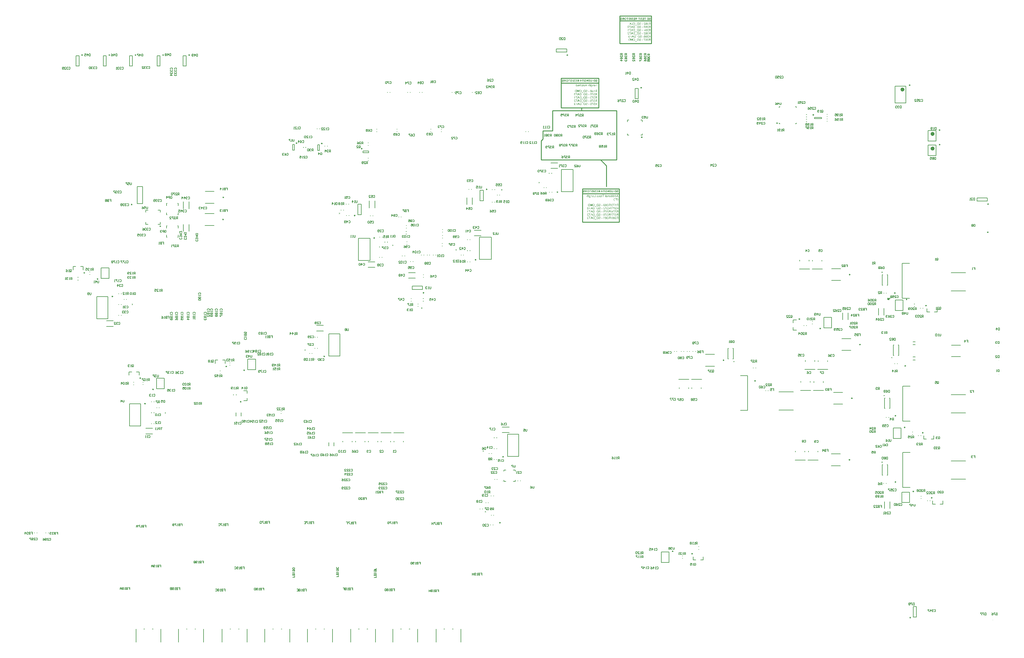
<source format=gbo>
G04*
G04 #@! TF.GenerationSoftware,Altium Limited,Altium Designer,20.0.13 (296)*
G04*
G04 Layer_Color=32896*
%FSLAX25Y25*%
%MOIN*%
G70*
G01*
G75*
%ADD10C,0.02362*%
%ADD11C,0.00984*%
%ADD12C,0.01000*%
%ADD13C,0.00394*%
%ADD15C,0.00787*%
%ADD18C,0.00500*%
%ADD19C,0.00600*%
%ADD23C,0.00300*%
%ADD27C,0.00236*%
%ADD262C,0.00591*%
G36*
X739198Y826772D02*
X739296Y826754D01*
X739380Y826725D01*
X739453Y826696D01*
X739486Y826678D01*
X739511Y826663D01*
X739537Y826649D01*
X739555Y826634D01*
X739570Y826623D01*
X739580Y826616D01*
X739588Y826612D01*
X739591Y826609D01*
X739661Y826539D01*
X739715Y826463D01*
X739759Y826383D01*
X739795Y826303D01*
X739817Y826234D01*
X739828Y826205D01*
X739835Y826179D01*
X739839Y826157D01*
X739843Y826143D01*
X739846Y826132D01*
Y826128D01*
X739537Y826073D01*
X739522Y826154D01*
X739500Y826223D01*
X739475Y826281D01*
X739449Y826328D01*
X739424Y826365D01*
X739402Y826390D01*
X739388Y826408D01*
X739384Y826412D01*
X739336Y826448D01*
X739286Y826478D01*
X739238Y826496D01*
X739191Y826510D01*
X739147Y826518D01*
X739115Y826525D01*
X739085D01*
X739020Y826521D01*
X738962Y826507D01*
X738911Y826488D01*
X738867Y826470D01*
X738834Y826448D01*
X738809Y826430D01*
X738791Y826416D01*
X738787Y826412D01*
X738747Y826368D01*
X738718Y826321D01*
X738699Y826274D01*
X738685Y826230D01*
X738678Y826190D01*
X738670Y826161D01*
Y826139D01*
Y826135D01*
Y826132D01*
Y826092D01*
X738678Y826055D01*
X738696Y825993D01*
X738721Y825939D01*
X738751Y825891D01*
X738780Y825859D01*
X738805Y825833D01*
X738823Y825819D01*
X738827Y825815D01*
X738831D01*
X738892Y825782D01*
X738951Y825757D01*
X739013Y825739D01*
X739067Y825728D01*
X739115Y825720D01*
X739154Y825713D01*
X739202D01*
X739216Y825717D01*
X739235D01*
X739271Y825444D01*
X739224Y825455D01*
X739180Y825462D01*
X739144Y825469D01*
X739111Y825473D01*
X739085Y825477D01*
X739053D01*
X738976Y825469D01*
X738907Y825455D01*
X738845Y825433D01*
X738794Y825407D01*
X738754Y825382D01*
X738725Y825360D01*
X738707Y825346D01*
X738699Y825338D01*
X738652Y825284D01*
X738616Y825225D01*
X738590Y825167D01*
X738576Y825109D01*
X738565Y825062D01*
X738561Y825022D01*
X738558Y825007D01*
Y824996D01*
Y824989D01*
Y824985D01*
X738565Y824905D01*
X738583Y824832D01*
X738605Y824770D01*
X738634Y824716D01*
X738663Y824672D01*
X738685Y824639D01*
X738703Y824617D01*
X738710Y824610D01*
X738769Y824559D01*
X738831Y824523D01*
X738892Y824497D01*
X738951Y824479D01*
X739002Y824468D01*
X739042Y824465D01*
X739056Y824461D01*
X739078D01*
X739144Y824465D01*
X739206Y824479D01*
X739260Y824497D01*
X739304Y824519D01*
X739340Y824537D01*
X739369Y824556D01*
X739384Y824570D01*
X739391Y824574D01*
X739435Y824625D01*
X739471Y824683D01*
X739504Y824745D01*
X739529Y824810D01*
X739548Y824865D01*
X739555Y824891D01*
X739559Y824912D01*
X739562Y824931D01*
X739566Y824945D01*
X739570Y824952D01*
Y824956D01*
X739879Y824916D01*
X739872Y824858D01*
X739861Y824803D01*
X739828Y824701D01*
X739788Y824614D01*
X739766Y824578D01*
X739744Y824541D01*
X739722Y824508D01*
X739701Y824483D01*
X739682Y824457D01*
X739664Y824439D01*
X739653Y824425D01*
X739642Y824414D01*
X739635Y824406D01*
X739631Y824403D01*
X739588Y824370D01*
X739544Y824337D01*
X739500Y824312D01*
X739453Y824290D01*
X739362Y824253D01*
X739275Y824232D01*
X739235Y824224D01*
X739198Y824217D01*
X739165Y824214D01*
X739136Y824210D01*
X739115Y824206D01*
X739082D01*
X739013Y824210D01*
X738951Y824217D01*
X738889Y824228D01*
X738831Y824243D01*
X738776Y824261D01*
X738729Y824279D01*
X738681Y824301D01*
X738641Y824323D01*
X738601Y824341D01*
X738568Y824363D01*
X738539Y824381D01*
X738518Y824399D01*
X738499Y824414D01*
X738485Y824425D01*
X738478Y824432D01*
X738474Y824436D01*
X738430Y824479D01*
X738394Y824527D01*
X738361Y824574D01*
X738332Y824621D01*
X738310Y824665D01*
X738288Y824712D01*
X738259Y824800D01*
X738252Y824840D01*
X738244Y824876D01*
X738237Y824909D01*
X738234Y824938D01*
X738230Y824960D01*
Y824978D01*
Y824989D01*
Y824992D01*
X738234Y825080D01*
X738248Y825160D01*
X738270Y825229D01*
X738292Y825287D01*
X738314Y825335D01*
X738336Y825371D01*
X738350Y825393D01*
X738354Y825400D01*
X738405Y825455D01*
X738459Y825502D01*
X738518Y825538D01*
X738576Y825568D01*
X738627Y825589D01*
X738667Y825604D01*
X738681Y825608D01*
X738692Y825611D01*
X738699Y825615D01*
X738703D01*
X738641Y825648D01*
X738590Y825680D01*
X738547Y825717D01*
X738510Y825750D01*
X738481Y825779D01*
X738459Y825804D01*
X738448Y825819D01*
X738445Y825826D01*
X738416Y825877D01*
X738394Y825928D01*
X738376Y825979D01*
X738365Y826026D01*
X738357Y826066D01*
X738354Y826095D01*
Y826117D01*
Y826124D01*
X738357Y826186D01*
X738368Y826248D01*
X738383Y826303D01*
X738401Y826350D01*
X738419Y826390D01*
X738434Y826423D01*
X738445Y826441D01*
X738448Y826448D01*
X738485Y826503D01*
X738528Y826550D01*
X738572Y826590D01*
X738616Y826627D01*
X738652Y826652D01*
X738685Y826674D01*
X738707Y826685D01*
X738710Y826689D01*
X738714D01*
X738780Y826718D01*
X738845Y826740D01*
X738911Y826758D01*
X738969Y826769D01*
X739016Y826776D01*
X739056Y826780D01*
X739147D01*
X739198Y826772D01*
D02*
G37*
G36*
X735198Y826776D02*
X735260Y826772D01*
X735318Y826762D01*
X735373Y826751D01*
X735424Y826736D01*
X735471Y826721D01*
X735514Y826703D01*
X735555Y826685D01*
X735591Y826667D01*
X735620Y826649D01*
X735646Y826634D01*
X735667Y826620D01*
X735686Y826609D01*
X735697Y826598D01*
X735704Y826594D01*
X735707Y826590D01*
X735744Y826554D01*
X735777Y826514D01*
X735809Y826470D01*
X735835Y826427D01*
X735879Y826339D01*
X735908Y826252D01*
X735919Y826212D01*
X735929Y826172D01*
X735937Y826139D01*
X735944Y826110D01*
X735948Y826084D01*
Y826066D01*
X735951Y826055D01*
Y826052D01*
X735635Y826019D01*
X735627Y826103D01*
X735613Y826175D01*
X735591Y826241D01*
X735566Y826292D01*
X735544Y826336D01*
X735522Y826365D01*
X735507Y826383D01*
X735500Y826390D01*
X735445Y826434D01*
X735387Y826467D01*
X735325Y826492D01*
X735271Y826507D01*
X735220Y826518D01*
X735176Y826521D01*
X735161Y826525D01*
X735140D01*
X735063Y826521D01*
X734994Y826507D01*
X734936Y826485D01*
X734885Y826463D01*
X734845Y826437D01*
X734819Y826419D01*
X734801Y826405D01*
X734794Y826398D01*
X734750Y826346D01*
X734717Y826296D01*
X734692Y826245D01*
X734677Y826194D01*
X734666Y826154D01*
X734663Y826117D01*
X734659Y826095D01*
Y826092D01*
Y826088D01*
X734666Y826023D01*
X734681Y825953D01*
X734706Y825891D01*
X734732Y825833D01*
X734761Y825786D01*
X734787Y825746D01*
X734794Y825731D01*
X734801Y825720D01*
X734808Y825717D01*
Y825713D01*
X734837Y825673D01*
X734874Y825633D01*
X734914Y825589D01*
X734958Y825546D01*
X735049Y825458D01*
X735140Y825371D01*
X735187Y825331D01*
X735227Y825295D01*
X735267Y825262D01*
X735300Y825233D01*
X735325Y825211D01*
X735347Y825193D01*
X735362Y825182D01*
X735365Y825178D01*
X735456Y825102D01*
X735540Y825029D01*
X735609Y824963D01*
X735664Y824909D01*
X735711Y824861D01*
X735744Y824829D01*
X735762Y824807D01*
X735769Y824803D01*
Y824800D01*
X735820Y824738D01*
X735860Y824679D01*
X735897Y824621D01*
X735926Y824570D01*
X735948Y824527D01*
X735962Y824494D01*
X735969Y824472D01*
X735973Y824468D01*
Y824465D01*
X735988Y824425D01*
X735995Y824388D01*
X736002Y824352D01*
X736006Y824319D01*
X736010Y824290D01*
Y824268D01*
Y824253D01*
Y824250D01*
X734339D01*
Y824548D01*
X735580D01*
X735536Y824610D01*
X735514Y824636D01*
X735496Y824661D01*
X735478Y824683D01*
X735464Y824698D01*
X735453Y824708D01*
X735449Y824712D01*
X735431Y824730D01*
X735409Y824749D01*
X735358Y824796D01*
X735300Y824850D01*
X735238Y824905D01*
X735180Y824952D01*
X735154Y824974D01*
X735132Y824996D01*
X735114Y825011D01*
X735100Y825022D01*
X735092Y825029D01*
X735089Y825033D01*
X735030Y825083D01*
X734972Y825131D01*
X734921Y825178D01*
X734874Y825218D01*
X734830Y825258D01*
X734794Y825295D01*
X734757Y825327D01*
X734728Y825356D01*
X734699Y825386D01*
X734677Y825407D01*
X734659Y825426D01*
X734641Y825444D01*
X734623Y825466D01*
X734615Y825473D01*
X734564Y825535D01*
X734521Y825589D01*
X734484Y825644D01*
X734455Y825688D01*
X734433Y825728D01*
X734419Y825757D01*
X734412Y825775D01*
X734408Y825782D01*
X734386Y825837D01*
X734372Y825891D01*
X734357Y825943D01*
X734350Y825986D01*
X734346Y826026D01*
X734342Y826055D01*
Y826073D01*
Y826081D01*
X734346Y826135D01*
X734353Y826186D01*
X734361Y826237D01*
X734375Y826281D01*
X734412Y826368D01*
X734448Y826437D01*
X734470Y826470D01*
X734488Y826496D01*
X734506Y826521D01*
X734524Y826539D01*
X734539Y826554D01*
X734546Y826569D01*
X734554Y826572D01*
X734557Y826576D01*
X734597Y826612D01*
X734641Y826645D01*
X734688Y826670D01*
X734736Y826692D01*
X734830Y826729D01*
X734925Y826754D01*
X734965Y826762D01*
X735005Y826769D01*
X735041Y826772D01*
X735070Y826776D01*
X735096Y826780D01*
X735132D01*
X735198Y826776D01*
D02*
G37*
G36*
X719418Y824250D02*
X719084D01*
Y825124D01*
X718672Y825520D01*
X717777Y824250D01*
X717336D01*
X718439Y825746D01*
X717384Y826769D01*
X717839D01*
X719084Y825517D01*
Y826769D01*
X719418D01*
Y824250D01*
D02*
G37*
G36*
X733065Y825007D02*
X732107D01*
Y825316D01*
X733065D01*
Y825007D01*
D02*
G37*
G36*
X722935Y826805D02*
X723051Y826787D01*
X723153Y826765D01*
X723200Y826751D01*
X723244Y826736D01*
X723284Y826721D01*
X723320Y826707D01*
X723350Y826696D01*
X723379Y826685D01*
X723397Y826674D01*
X723412Y826667D01*
X723422Y826663D01*
X723426Y826660D01*
X723524Y826598D01*
X723608Y826525D01*
X723681Y826452D01*
X723743Y826379D01*
X723790Y826314D01*
X723808Y826285D01*
X723823Y826259D01*
X723837Y826241D01*
X723845Y826226D01*
X723848Y826215D01*
X723852Y826212D01*
X723903Y826099D01*
X723939Y825982D01*
X723965Y825866D01*
X723983Y825760D01*
X723990Y825713D01*
X723994Y825666D01*
X723998Y825629D01*
Y825593D01*
X724001Y825568D01*
Y825546D01*
Y825531D01*
Y825527D01*
X723994Y825397D01*
X723979Y825269D01*
X723961Y825156D01*
X723947Y825102D01*
X723936Y825054D01*
X723925Y825011D01*
X723910Y824971D01*
X723899Y824934D01*
X723892Y824905D01*
X723881Y824883D01*
X723877Y824865D01*
X723870Y824854D01*
Y824850D01*
X723816Y824741D01*
X723754Y824643D01*
X723688Y824559D01*
X723655Y824527D01*
X723626Y824494D01*
X723597Y824465D01*
X723568Y824439D01*
X723543Y824417D01*
X723521Y824403D01*
X723506Y824388D01*
X723492Y824377D01*
X723484Y824374D01*
X723481Y824370D01*
X723430Y824341D01*
X723379Y824315D01*
X723270Y824275D01*
X723160Y824246D01*
X723055Y824228D01*
X723004Y824221D01*
X722960Y824214D01*
X722920Y824210D01*
X722887D01*
X722858Y824206D01*
X722818D01*
X722745Y824210D01*
X722676Y824217D01*
X722611Y824224D01*
X722549Y824239D01*
X722491Y824257D01*
X722436Y824275D01*
X722385Y824294D01*
X722338Y824315D01*
X722298Y824334D01*
X722258Y824352D01*
X722228Y824370D01*
X722199Y824388D01*
X722181Y824403D01*
X722163Y824410D01*
X722156Y824417D01*
X722152Y824421D01*
X722101Y824465D01*
X722057Y824508D01*
X722017Y824559D01*
X721977Y824610D01*
X721912Y824712D01*
X721861Y824814D01*
X721839Y824861D01*
X721821Y824905D01*
X721806Y824945D01*
X721795Y824978D01*
X721784Y825007D01*
X721777Y825029D01*
X721773Y825043D01*
Y825047D01*
X722108Y825131D01*
X722123Y825072D01*
X722141Y825018D01*
X722159Y824967D01*
X722178Y824920D01*
X722199Y824876D01*
X722221Y824840D01*
X722247Y824803D01*
X722269Y824770D01*
X722287Y824741D01*
X722309Y824719D01*
X722327Y824698D01*
X722341Y824679D01*
X722356Y824669D01*
X722367Y824658D01*
X722370Y824654D01*
X722374Y824650D01*
X722410Y824621D01*
X722451Y824599D01*
X722531Y824559D01*
X722607Y824530D01*
X722683Y824512D01*
X722749Y824497D01*
X722775Y824494D01*
X722800D01*
X722822Y824490D01*
X722847D01*
X722931Y824494D01*
X723011Y824508D01*
X723084Y824527D01*
X723149Y824548D01*
X723200Y824570D01*
X723222Y824581D01*
X723240Y824588D01*
X723255Y824596D01*
X723266Y824603D01*
X723273Y824607D01*
X723277D01*
X723346Y824658D01*
X723404Y824712D01*
X723455Y824774D01*
X723495Y824832D01*
X723528Y824883D01*
X723550Y824927D01*
X723557Y824945D01*
X723564Y824956D01*
X723568Y824963D01*
Y824967D01*
X723597Y825062D01*
X723619Y825156D01*
X723637Y825251D01*
X723648Y825338D01*
X723652Y825378D01*
X723655Y825415D01*
Y825447D01*
X723659Y825473D01*
Y825495D01*
Y825513D01*
Y825524D01*
Y825527D01*
X723655Y825622D01*
X723648Y825710D01*
X723634Y825790D01*
X723619Y825862D01*
X723608Y825924D01*
X723601Y825950D01*
X723594Y825972D01*
X723590Y825990D01*
X723586Y826001D01*
X723583Y826008D01*
Y826012D01*
X723546Y826095D01*
X723506Y826172D01*
X723462Y826234D01*
X723415Y826288D01*
X723375Y826332D01*
X723342Y826361D01*
X723317Y826379D01*
X723313Y826387D01*
X723310D01*
X723233Y826434D01*
X723149Y826470D01*
X723069Y826496D01*
X722993Y826510D01*
X722924Y826521D01*
X722895Y826525D01*
X722869D01*
X722851Y826528D01*
X722822D01*
X722731Y826525D01*
X722647Y826510D01*
X722578Y826488D01*
X722516Y826467D01*
X722469Y826441D01*
X722432Y826423D01*
X722410Y826408D01*
X722403Y826401D01*
X722345Y826346D01*
X722290Y826285D01*
X722247Y826219D01*
X722210Y826154D01*
X722181Y826095D01*
X722170Y826066D01*
X722163Y826044D01*
X722156Y826026D01*
X722148Y826012D01*
X722145Y826004D01*
Y826001D01*
X721817Y826077D01*
X721839Y826143D01*
X721861Y826201D01*
X721890Y826256D01*
X721915Y826310D01*
X721945Y826357D01*
X721977Y826401D01*
X722007Y826445D01*
X722036Y826481D01*
X722065Y826510D01*
X722090Y826539D01*
X722116Y826565D01*
X722134Y826583D01*
X722152Y826601D01*
X722167Y826612D01*
X722174Y826616D01*
X722178Y826620D01*
X722228Y826652D01*
X722280Y826685D01*
X722330Y826711D01*
X722385Y826732D01*
X722494Y826765D01*
X722592Y826787D01*
X722640Y826798D01*
X722680Y826801D01*
X722720Y826805D01*
X722753Y826809D01*
X722778Y826812D01*
X722815D01*
X722935Y826805D01*
D02*
G37*
G36*
X742292Y824250D02*
X741957D01*
Y825367D01*
X741528D01*
X741488Y825364D01*
X741459D01*
X741433Y825360D01*
X741415Y825356D01*
X741400D01*
X741393Y825353D01*
X741390D01*
X741331Y825335D01*
X741306Y825324D01*
X741284Y825313D01*
X741262Y825302D01*
X741248Y825295D01*
X741240Y825291D01*
X741237Y825287D01*
X741208Y825265D01*
X741178Y825240D01*
X741124Y825185D01*
X741098Y825160D01*
X741080Y825138D01*
X741069Y825124D01*
X741066Y825120D01*
X741029Y825069D01*
X740989Y825014D01*
X740949Y824956D01*
X740909Y824901D01*
X740876Y824850D01*
X740851Y824810D01*
X740840Y824796D01*
X740833Y824785D01*
X740825Y824778D01*
Y824774D01*
X740494Y824250D01*
X740079D01*
X740512Y824934D01*
X740563Y825007D01*
X740611Y825072D01*
X740658Y825127D01*
X740698Y825178D01*
X740734Y825214D01*
X740763Y825244D01*
X740782Y825262D01*
X740789Y825269D01*
X740818Y825291D01*
X740851Y825316D01*
X740916Y825356D01*
X740945Y825371D01*
X740967Y825386D01*
X740982Y825393D01*
X740989Y825397D01*
X740924Y825407D01*
X740862Y825418D01*
X740807Y825436D01*
X740753Y825451D01*
X740705Y825469D01*
X740661Y825491D01*
X740621Y825509D01*
X740585Y825527D01*
X740556Y825549D01*
X740527Y825568D01*
X740505Y825582D01*
X740487Y825597D01*
X740472Y825608D01*
X740461Y825618D01*
X740458Y825622D01*
X740454Y825626D01*
X740425Y825662D01*
X740396Y825699D01*
X740352Y825775D01*
X740323Y825852D01*
X740301Y825924D01*
X740287Y825986D01*
X740283Y826012D01*
Y826037D01*
X740279Y826055D01*
Y826070D01*
Y826077D01*
Y826081D01*
X740283Y826157D01*
X740294Y826226D01*
X740312Y826292D01*
X740330Y826346D01*
X740352Y826394D01*
X740367Y826430D01*
X740381Y826452D01*
X740385Y826456D01*
Y826459D01*
X740428Y826518D01*
X740472Y826569D01*
X740520Y826612D01*
X740563Y826645D01*
X740603Y826670D01*
X740636Y826685D01*
X740658Y826696D01*
X740661Y826700D01*
X740665D01*
X740698Y826711D01*
X740738Y826721D01*
X740818Y826740D01*
X740905Y826751D01*
X740985Y826762D01*
X741062Y826765D01*
X741095D01*
X741124Y826769D01*
X742292D01*
Y824250D01*
D02*
G37*
G36*
X728402D02*
X727496D01*
X727412Y824253D01*
X727335Y824257D01*
X727266Y824264D01*
X727208Y824272D01*
X727157Y824279D01*
X727121Y824283D01*
X727110Y824286D01*
X727099Y824290D01*
X727092D01*
X727026Y824308D01*
X726968Y824330D01*
X726917Y824348D01*
X726873Y824370D01*
X726837Y824388D01*
X726811Y824403D01*
X726797Y824414D01*
X726789Y824417D01*
X726742Y824450D01*
X726702Y824490D01*
X726662Y824527D01*
X726629Y824563D01*
X726600Y824596D01*
X726578Y824621D01*
X726564Y824639D01*
X726560Y824647D01*
X726524Y824705D01*
X726487Y824767D01*
X726458Y824825D01*
X726436Y824883D01*
X726414Y824934D01*
X726400Y824974D01*
X726396Y824989D01*
X726393Y825000D01*
X726389Y825007D01*
Y825011D01*
X726367Y825098D01*
X726349Y825185D01*
X726338Y825269D01*
X726327Y825349D01*
X726324Y825418D01*
Y825447D01*
X726320Y825473D01*
Y825491D01*
Y825509D01*
Y825517D01*
Y825520D01*
X726324Y825644D01*
X726334Y825757D01*
X726353Y825859D01*
X726360Y825906D01*
X726371Y825946D01*
X726382Y825986D01*
X726389Y826019D01*
X726396Y826048D01*
X726407Y826073D01*
X726411Y826095D01*
X726418Y826110D01*
X726422Y826117D01*
Y826121D01*
X726462Y826215D01*
X726509Y826299D01*
X726560Y826372D01*
X726607Y826434D01*
X726651Y826485D01*
X726687Y826521D01*
X726702Y826532D01*
X726713Y826543D01*
X726717Y826547D01*
X726720Y826550D01*
X726779Y826598D01*
X726840Y826634D01*
X726902Y826667D01*
X726961Y826692D01*
X727011Y826711D01*
X727051Y826721D01*
X727066Y826729D01*
X727077D01*
X727084Y826732D01*
X727088D01*
X727150Y826743D01*
X727223Y826754D01*
X727295Y826762D01*
X727368Y826765D01*
X727434Y826769D01*
X728402D01*
Y824250D01*
D02*
G37*
G36*
X721377D02*
X719801D01*
Y824548D01*
X721042D01*
Y826769D01*
X721377D01*
Y824250D01*
D02*
G37*
G36*
X737163Y826776D02*
X737222Y826772D01*
X737324Y826751D01*
X737371Y826736D01*
X737415Y826721D01*
X737455Y826703D01*
X737491Y826685D01*
X737520Y826667D01*
X737549Y826649D01*
X737575Y826634D01*
X737593Y826620D01*
X737607Y826609D01*
X737618Y826598D01*
X737626Y826594D01*
X737629Y826590D01*
X737662Y826554D01*
X737695Y826518D01*
X737720Y826478D01*
X737742Y826437D01*
X737779Y826361D01*
X737800Y826288D01*
X737815Y826226D01*
X737819Y826197D01*
X737822Y826175D01*
X737826Y826154D01*
Y826139D01*
Y826132D01*
Y826128D01*
X737822Y826063D01*
X737811Y826001D01*
X737797Y825946D01*
X737779Y825899D01*
X737764Y825862D01*
X737749Y825833D01*
X737739Y825819D01*
X737735Y825811D01*
X737695Y825768D01*
X737651Y825728D01*
X737604Y825691D01*
X737557Y825662D01*
X737513Y825640D01*
X737480Y825626D01*
X737466Y825618D01*
X737455Y825615D01*
X737451Y825611D01*
X737447D01*
X737531Y825586D01*
X737600Y825553D01*
X737662Y825513D01*
X737713Y825477D01*
X737753Y825440D01*
X737782Y825411D01*
X737797Y825393D01*
X737804Y825389D01*
Y825386D01*
X737844Y825320D01*
X737877Y825251D01*
X737899Y825185D01*
X737913Y825120D01*
X737921Y825062D01*
X737924Y825036D01*
Y825014D01*
X737928Y825000D01*
Y824985D01*
Y824978D01*
Y824974D01*
X737924Y824916D01*
X737917Y824858D01*
X737906Y824803D01*
X737891Y824749D01*
X737855Y824658D01*
X737837Y824614D01*
X737815Y824578D01*
X737793Y824541D01*
X737775Y824512D01*
X737753Y824487D01*
X737739Y824465D01*
X737724Y824446D01*
X737713Y824436D01*
X737706Y824428D01*
X737702Y824425D01*
X737659Y824385D01*
X737611Y824352D01*
X737560Y824323D01*
X737509Y824297D01*
X737462Y824279D01*
X737411Y824261D01*
X737313Y824235D01*
X737269Y824224D01*
X737229Y824217D01*
X737193Y824214D01*
X737160Y824210D01*
X737134Y824206D01*
X737098D01*
X737029Y824210D01*
X736967Y824217D01*
X736905Y824228D01*
X736847Y824239D01*
X736796Y824257D01*
X736745Y824275D01*
X736697Y824294D01*
X736657Y824315D01*
X736621Y824337D01*
X736588Y824355D01*
X736563Y824374D01*
X736537Y824392D01*
X736519Y824403D01*
X736508Y824414D01*
X736501Y824421D01*
X736497Y824425D01*
X736457Y824468D01*
X736421Y824512D01*
X736392Y824556D01*
X736366Y824603D01*
X736341Y824647D01*
X736323Y824694D01*
X736297Y824778D01*
X736286Y824818D01*
X736279Y824854D01*
X736275Y824887D01*
X736272Y824912D01*
X736268Y824934D01*
Y824952D01*
Y824963D01*
Y824967D01*
X736272Y825051D01*
X736286Y825127D01*
X736308Y825196D01*
X736330Y825255D01*
X736352Y825302D01*
X736374Y825338D01*
X736388Y825360D01*
X736392Y825364D01*
Y825367D01*
X736443Y825426D01*
X736497Y825477D01*
X736556Y825517D01*
X736610Y825553D01*
X736661Y825578D01*
X736705Y825597D01*
X736719Y825604D01*
X736730Y825608D01*
X736738Y825611D01*
X736741D01*
X736676Y825640D01*
X736621Y825673D01*
X736574Y825706D01*
X736534Y825739D01*
X736505Y825768D01*
X736483Y825790D01*
X736468Y825804D01*
X736465Y825811D01*
X736432Y825862D01*
X736410Y825913D01*
X736392Y825964D01*
X736381Y826015D01*
X736374Y826055D01*
X736370Y826088D01*
Y826110D01*
Y826114D01*
Y826117D01*
X736374Y826168D01*
X736377Y826215D01*
X736403Y826307D01*
X736435Y826387D01*
X736472Y826456D01*
X736508Y826510D01*
X736526Y826532D01*
X736541Y826554D01*
X736556Y826569D01*
X736566Y826579D01*
X736570Y826583D01*
X736574Y826587D01*
X736614Y826620D01*
X736654Y826652D01*
X736697Y826678D01*
X736741Y826700D01*
X736829Y826732D01*
X736916Y826754D01*
X736952Y826765D01*
X736989Y826769D01*
X737021Y826772D01*
X737051Y826776D01*
X737072Y826780D01*
X737105D01*
X737163Y826776D01*
D02*
G37*
G36*
X729978Y826809D02*
X730062Y826798D01*
X730142Y826783D01*
X730211Y826769D01*
X730266Y826754D01*
X730291Y826747D01*
X730309Y826740D01*
X730324Y826732D01*
X730335Y826729D01*
X730342Y826725D01*
X730346D01*
X730418Y826689D01*
X730484Y826649D01*
X730539Y826605D01*
X730582Y826565D01*
X730615Y826528D01*
X730641Y826499D01*
X730659Y826478D01*
X730662Y826474D01*
Y826470D01*
X730699Y826408D01*
X730724Y826346D01*
X730743Y826285D01*
X730753Y826230D01*
X730761Y826183D01*
X730768Y826146D01*
Y826132D01*
Y826121D01*
Y826117D01*
Y826114D01*
X730764Y826052D01*
X730753Y825993D01*
X730739Y825939D01*
X730724Y825891D01*
X730710Y825855D01*
X730695Y825826D01*
X730684Y825808D01*
X730681Y825801D01*
X730644Y825750D01*
X730601Y825702D01*
X730557Y825662D01*
X730513Y825629D01*
X730477Y825600D01*
X730444Y825582D01*
X730422Y825568D01*
X730418Y825564D01*
X730415D01*
X730386Y825549D01*
X730353Y825535D01*
X730280Y825509D01*
X730197Y825484D01*
X730116Y825458D01*
X730044Y825436D01*
X730011Y825429D01*
X729982Y825422D01*
X729960Y825415D01*
X729942Y825411D01*
X729931Y825407D01*
X729927D01*
X729865Y825393D01*
X729807Y825378D01*
X729756Y825364D01*
X729712Y825353D01*
X729669Y825342D01*
X729632Y825331D01*
X729600Y825324D01*
X729574Y825313D01*
X729549Y825305D01*
X729530Y825302D01*
X729501Y825291D01*
X729483Y825287D01*
X729479Y825284D01*
X729425Y825262D01*
X729378Y825236D01*
X729337Y825211D01*
X729308Y825189D01*
X729283Y825167D01*
X729268Y825153D01*
X729257Y825142D01*
X729254Y825138D01*
X729228Y825105D01*
X729210Y825069D01*
X729199Y825033D01*
X729188Y825003D01*
X729185Y824974D01*
X729181Y824952D01*
Y824934D01*
Y824931D01*
X729185Y824887D01*
X729192Y824847D01*
X729203Y824810D01*
X729217Y824781D01*
X729232Y824752D01*
X729243Y824734D01*
X729250Y824719D01*
X729254Y824716D01*
X729283Y824679D01*
X729319Y824650D01*
X729356Y824625D01*
X729388Y824599D01*
X729421Y824585D01*
X729447Y824570D01*
X729465Y824563D01*
X729472Y824559D01*
X729527Y824541D01*
X729585Y824527D01*
X729643Y824519D01*
X729694Y824512D01*
X729738Y824508D01*
X729774Y824505D01*
X729807D01*
X729887Y824508D01*
X729960Y824516D01*
X730025Y824527D01*
X730084Y824541D01*
X730131Y824556D01*
X730167Y824567D01*
X730178Y824570D01*
X730189Y824574D01*
X730193Y824578D01*
X730197D01*
X730255Y824607D01*
X730309Y824639D01*
X730349Y824672D01*
X730386Y824705D01*
X730415Y824730D01*
X730433Y824756D01*
X730444Y824770D01*
X730448Y824774D01*
X730473Y824821D01*
X730499Y824872D01*
X730513Y824927D01*
X730528Y824974D01*
X730539Y825022D01*
X730546Y825054D01*
Y825069D01*
X730550Y825080D01*
Y825083D01*
Y825087D01*
X730863Y825058D01*
X730855Y824967D01*
X730841Y824880D01*
X730819Y824803D01*
X730793Y824734D01*
X730768Y824679D01*
X730757Y824658D01*
X730750Y824639D01*
X730739Y824625D01*
X730735Y824614D01*
X730728Y824607D01*
Y824603D01*
X730673Y824534D01*
X730615Y824472D01*
X730553Y824421D01*
X730495Y824377D01*
X730444Y824345D01*
X730400Y824323D01*
X730386Y824315D01*
X730375Y824308D01*
X730368Y824304D01*
X730364D01*
X730273Y824272D01*
X730178Y824246D01*
X730084Y824232D01*
X729993Y824217D01*
X729949Y824214D01*
X729913Y824210D01*
X729880D01*
X729851Y824206D01*
X729792D01*
X729694Y824210D01*
X729603Y824221D01*
X729519Y824239D01*
X729450Y824257D01*
X729392Y824272D01*
X729367Y824283D01*
X729345Y824290D01*
X729330Y824297D01*
X729319Y824301D01*
X729312Y824304D01*
X729308D01*
X729232Y824345D01*
X729166Y824388D01*
X729108Y824436D01*
X729061Y824479D01*
X729024Y824516D01*
X728999Y824548D01*
X728981Y824570D01*
X728977Y824574D01*
Y824578D01*
X728937Y824647D01*
X728908Y824712D01*
X728890Y824774D01*
X728875Y824832D01*
X728868Y824883D01*
X728861Y824923D01*
Y824938D01*
Y824949D01*
Y824952D01*
Y824956D01*
X728864Y825029D01*
X728875Y825098D01*
X728893Y825160D01*
X728912Y825211D01*
X728933Y825255D01*
X728948Y825287D01*
X728963Y825305D01*
X728966Y825313D01*
X729010Y825367D01*
X729061Y825418D01*
X729115Y825462D01*
X729170Y825502D01*
X729217Y825531D01*
X729257Y825553D01*
X729272Y825560D01*
X729283Y825568D01*
X729290Y825571D01*
X729294D01*
X729323Y825586D01*
X729359Y825597D01*
X729399Y825611D01*
X729443Y825626D01*
X729534Y825651D01*
X729629Y825677D01*
X729672Y825688D01*
X729712Y825699D01*
X729752Y825710D01*
X729785Y825717D01*
X729811Y825724D01*
X729833Y825728D01*
X729847Y825731D01*
X729851D01*
X729923Y825750D01*
X729989Y825764D01*
X730047Y825782D01*
X730098Y825797D01*
X730146Y825815D01*
X730186Y825830D01*
X730222Y825844D01*
X730255Y825855D01*
X730280Y825870D01*
X730302Y825881D01*
X730317Y825888D01*
X730331Y825899D01*
X730349Y825910D01*
X730353Y825913D01*
X730386Y825950D01*
X730408Y825986D01*
X730426Y826023D01*
X730437Y826059D01*
X730444Y826088D01*
X730448Y826114D01*
Y826128D01*
Y826135D01*
X730440Y826194D01*
X730426Y826245D01*
X730404Y826288D01*
X730378Y826328D01*
X730357Y826357D01*
X730335Y826383D01*
X730320Y826398D01*
X730313Y826401D01*
X730284Y826419D01*
X730255Y826437D01*
X730186Y826467D01*
X730113Y826485D01*
X730040Y826499D01*
X729974Y826507D01*
X729945Y826510D01*
X729923Y826514D01*
X729873D01*
X729771Y826510D01*
X729680Y826496D01*
X729607Y826474D01*
X729545Y826452D01*
X729498Y826430D01*
X729461Y826408D01*
X729443Y826394D01*
X729436Y826390D01*
X729385Y826339D01*
X729345Y826285D01*
X729312Y826226D01*
X729290Y826168D01*
X729276Y826114D01*
X729265Y826073D01*
X729261Y826055D01*
X729257Y826044D01*
Y826037D01*
Y826033D01*
X728937Y826059D01*
X728944Y826139D01*
X728963Y826212D01*
X728981Y826281D01*
X729006Y826339D01*
X729028Y826387D01*
X729046Y826423D01*
X729053Y826434D01*
X729061Y826445D01*
X729064Y826448D01*
Y826452D01*
X729112Y826514D01*
X729163Y826569D01*
X729217Y826616D01*
X729272Y826652D01*
X729319Y826685D01*
X729356Y826703D01*
X729370Y826711D01*
X729381Y826718D01*
X729388Y826721D01*
X729392D01*
X729472Y826751D01*
X729560Y826772D01*
X729640Y826791D01*
X729716Y826801D01*
X729785Y826809D01*
X729811D01*
X729836Y826812D01*
X729883D01*
X729978Y826809D01*
D02*
G37*
G36*
X726189Y823551D02*
X724139D01*
Y823773D01*
X726189D01*
Y823551D01*
D02*
G37*
G36*
X739198Y823007D02*
X739296Y822989D01*
X739380Y822960D01*
X739453Y822931D01*
X739486Y822913D01*
X739511Y822898D01*
X739537Y822883D01*
X739555Y822869D01*
X739570Y822858D01*
X739580Y822851D01*
X739588Y822847D01*
X739591Y822843D01*
X739661Y822774D01*
X739715Y822698D01*
X739759Y822618D01*
X739795Y822538D01*
X739817Y822468D01*
X739828Y822439D01*
X739835Y822414D01*
X739839Y822392D01*
X739843Y822377D01*
X739846Y822367D01*
Y822363D01*
X739537Y822308D01*
X739522Y822388D01*
X739500Y822458D01*
X739475Y822516D01*
X739449Y822563D01*
X739424Y822600D01*
X739402Y822625D01*
X739388Y822643D01*
X739384Y822647D01*
X739336Y822683D01*
X739286Y822712D01*
X739238Y822731D01*
X739191Y822745D01*
X739147Y822752D01*
X739115Y822760D01*
X739085D01*
X739020Y822756D01*
X738962Y822742D01*
X738911Y822723D01*
X738867Y822705D01*
X738834Y822683D01*
X738809Y822665D01*
X738791Y822651D01*
X738787Y822647D01*
X738747Y822603D01*
X738718Y822556D01*
X738699Y822509D01*
X738685Y822465D01*
X738678Y822425D01*
X738670Y822396D01*
Y822374D01*
Y822370D01*
Y822367D01*
Y822326D01*
X738678Y822290D01*
X738696Y822228D01*
X738721Y822174D01*
X738751Y822126D01*
X738780Y822093D01*
X738805Y822068D01*
X738823Y822054D01*
X738827Y822050D01*
X738831D01*
X738892Y822017D01*
X738951Y821992D01*
X739013Y821973D01*
X739067Y821963D01*
X739115Y821955D01*
X739154Y821948D01*
X739202D01*
X739216Y821952D01*
X739235D01*
X739271Y821679D01*
X739224Y821690D01*
X739180Y821697D01*
X739144Y821704D01*
X739111Y821708D01*
X739085Y821711D01*
X739053D01*
X738976Y821704D01*
X738907Y821690D01*
X738845Y821668D01*
X738794Y821642D01*
X738754Y821617D01*
X738725Y821595D01*
X738707Y821580D01*
X738699Y821573D01*
X738652Y821518D01*
X738616Y821460D01*
X738590Y821402D01*
X738576Y821344D01*
X738565Y821296D01*
X738561Y821256D01*
X738558Y821242D01*
Y821231D01*
Y821224D01*
Y821220D01*
X738565Y821140D01*
X738583Y821067D01*
X738605Y821005D01*
X738634Y820951D01*
X738663Y820907D01*
X738685Y820874D01*
X738703Y820852D01*
X738710Y820845D01*
X738769Y820794D01*
X738831Y820758D01*
X738892Y820732D01*
X738951Y820714D01*
X739002Y820703D01*
X739042Y820699D01*
X739056Y820696D01*
X739078D01*
X739144Y820699D01*
X739206Y820714D01*
X739260Y820732D01*
X739304Y820754D01*
X739340Y820772D01*
X739369Y820790D01*
X739384Y820805D01*
X739391Y820809D01*
X739435Y820860D01*
X739471Y820918D01*
X739504Y820980D01*
X739529Y821045D01*
X739548Y821100D01*
X739555Y821125D01*
X739559Y821147D01*
X739562Y821165D01*
X739566Y821180D01*
X739570Y821187D01*
Y821191D01*
X739879Y821151D01*
X739872Y821093D01*
X739861Y821038D01*
X739828Y820936D01*
X739788Y820849D01*
X739766Y820812D01*
X739744Y820776D01*
X739722Y820743D01*
X739701Y820718D01*
X739682Y820692D01*
X739664Y820674D01*
X739653Y820659D01*
X739642Y820648D01*
X739635Y820641D01*
X739631Y820638D01*
X739588Y820605D01*
X739544Y820572D01*
X739500Y820547D01*
X739453Y820525D01*
X739362Y820488D01*
X739275Y820467D01*
X739235Y820459D01*
X739198Y820452D01*
X739165Y820448D01*
X739136Y820445D01*
X739115Y820441D01*
X739082D01*
X739013Y820445D01*
X738951Y820452D01*
X738889Y820463D01*
X738831Y820477D01*
X738776Y820496D01*
X738729Y820514D01*
X738681Y820536D01*
X738641Y820557D01*
X738601Y820576D01*
X738568Y820597D01*
X738539Y820616D01*
X738518Y820634D01*
X738499Y820648D01*
X738485Y820659D01*
X738478Y820667D01*
X738474Y820670D01*
X738430Y820714D01*
X738394Y820761D01*
X738361Y820809D01*
X738332Y820856D01*
X738310Y820900D01*
X738288Y820947D01*
X738259Y821034D01*
X738252Y821074D01*
X738244Y821111D01*
X738237Y821144D01*
X738234Y821173D01*
X738230Y821194D01*
Y821213D01*
Y821224D01*
Y821227D01*
X738234Y821315D01*
X738248Y821395D01*
X738270Y821464D01*
X738292Y821522D01*
X738314Y821569D01*
X738336Y821606D01*
X738350Y821628D01*
X738354Y821635D01*
X738405Y821690D01*
X738459Y821737D01*
X738518Y821773D01*
X738576Y821802D01*
X738627Y821824D01*
X738667Y821839D01*
X738681Y821842D01*
X738692Y821846D01*
X738699Y821850D01*
X738703D01*
X738641Y821882D01*
X738590Y821915D01*
X738547Y821952D01*
X738510Y821984D01*
X738481Y822013D01*
X738459Y822039D01*
X738448Y822054D01*
X738445Y822061D01*
X738416Y822112D01*
X738394Y822163D01*
X738376Y822214D01*
X738365Y822261D01*
X738357Y822301D01*
X738354Y822330D01*
Y822352D01*
Y822359D01*
X738357Y822421D01*
X738368Y822483D01*
X738383Y822538D01*
X738401Y822585D01*
X738419Y822625D01*
X738434Y822658D01*
X738445Y822676D01*
X738448Y822683D01*
X738485Y822738D01*
X738528Y822785D01*
X738572Y822825D01*
X738616Y822862D01*
X738652Y822887D01*
X738685Y822909D01*
X738707Y822920D01*
X738710Y822923D01*
X738714D01*
X738780Y822953D01*
X738845Y822974D01*
X738911Y822993D01*
X738969Y823003D01*
X739016Y823011D01*
X739056Y823015D01*
X739147D01*
X739198Y823007D01*
D02*
G37*
G36*
X735282D02*
X735380Y822989D01*
X735464Y822960D01*
X735536Y822931D01*
X735569Y822913D01*
X735595Y822898D01*
X735620Y822883D01*
X735638Y822869D01*
X735653Y822858D01*
X735664Y822851D01*
X735671Y822847D01*
X735675Y822843D01*
X735744Y822774D01*
X735798Y822698D01*
X735842Y822618D01*
X735879Y822538D01*
X735900Y822468D01*
X735911Y822439D01*
X735919Y822414D01*
X735922Y822392D01*
X735926Y822377D01*
X735929Y822367D01*
Y822363D01*
X735620Y822308D01*
X735605Y822388D01*
X735584Y822458D01*
X735558Y822516D01*
X735533Y822563D01*
X735507Y822600D01*
X735485Y822625D01*
X735471Y822643D01*
X735467Y822647D01*
X735420Y822683D01*
X735369Y822712D01*
X735322Y822731D01*
X735274Y822745D01*
X735231Y822752D01*
X735198Y822760D01*
X735169D01*
X735103Y822756D01*
X735045Y822742D01*
X734994Y822723D01*
X734950Y822705D01*
X734918Y822683D01*
X734892Y822665D01*
X734874Y822651D01*
X734870Y822647D01*
X734830Y822603D01*
X734801Y822556D01*
X734783Y822509D01*
X734768Y822465D01*
X734761Y822425D01*
X734754Y822396D01*
Y822374D01*
Y822370D01*
Y822367D01*
Y822326D01*
X734761Y822290D01*
X734779Y822228D01*
X734805Y822174D01*
X734834Y822126D01*
X734863Y822093D01*
X734888Y822068D01*
X734907Y822054D01*
X734910Y822050D01*
X734914D01*
X734976Y822017D01*
X735034Y821992D01*
X735096Y821973D01*
X735150Y821963D01*
X735198Y821955D01*
X735238Y821948D01*
X735285D01*
X735300Y821952D01*
X735318D01*
X735354Y821679D01*
X735307Y821690D01*
X735263Y821697D01*
X735227Y821704D01*
X735194Y821708D01*
X735169Y821711D01*
X735136D01*
X735059Y821704D01*
X734990Y821690D01*
X734929Y821668D01*
X734877Y821642D01*
X734837Y821617D01*
X734808Y821595D01*
X734790Y821580D01*
X734783Y821573D01*
X734736Y821518D01*
X734699Y821460D01*
X734674Y821402D01*
X734659Y821344D01*
X734648Y821296D01*
X734645Y821256D01*
X734641Y821242D01*
Y821231D01*
Y821224D01*
Y821220D01*
X734648Y821140D01*
X734666Y821067D01*
X734688Y821005D01*
X734717Y820951D01*
X734747Y820907D01*
X734768Y820874D01*
X734787Y820852D01*
X734794Y820845D01*
X734852Y820794D01*
X734914Y820758D01*
X734976Y820732D01*
X735034Y820714D01*
X735085Y820703D01*
X735125Y820699D01*
X735140Y820696D01*
X735161D01*
X735227Y820699D01*
X735289Y820714D01*
X735343Y820732D01*
X735387Y820754D01*
X735424Y820772D01*
X735453Y820790D01*
X735467Y820805D01*
X735474Y820809D01*
X735518Y820860D01*
X735555Y820918D01*
X735587Y820980D01*
X735613Y821045D01*
X735631Y821100D01*
X735638Y821125D01*
X735642Y821147D01*
X735646Y821165D01*
X735649Y821180D01*
X735653Y821187D01*
Y821191D01*
X735962Y821151D01*
X735955Y821093D01*
X735944Y821038D01*
X735911Y820936D01*
X735871Y820849D01*
X735849Y820812D01*
X735828Y820776D01*
X735806Y820743D01*
X735784Y820718D01*
X735766Y820692D01*
X735747Y820674D01*
X735737Y820659D01*
X735726Y820648D01*
X735718Y820641D01*
X735715Y820638D01*
X735671Y820605D01*
X735627Y820572D01*
X735584Y820547D01*
X735536Y820525D01*
X735445Y820488D01*
X735358Y820467D01*
X735318Y820459D01*
X735282Y820452D01*
X735249Y820448D01*
X735220Y820445D01*
X735198Y820441D01*
X735165D01*
X735096Y820445D01*
X735034Y820452D01*
X734972Y820463D01*
X734914Y820477D01*
X734859Y820496D01*
X734812Y820514D01*
X734765Y820536D01*
X734725Y820557D01*
X734685Y820576D01*
X734652Y820597D01*
X734623Y820616D01*
X734601Y820634D01*
X734583Y820648D01*
X734568Y820659D01*
X734561Y820667D01*
X734557Y820670D01*
X734514Y820714D01*
X734477Y820761D01*
X734444Y820809D01*
X734415Y820856D01*
X734393Y820900D01*
X734372Y820947D01*
X734342Y821034D01*
X734335Y821074D01*
X734328Y821111D01*
X734321Y821144D01*
X734317Y821173D01*
X734313Y821194D01*
Y821213D01*
Y821224D01*
Y821227D01*
X734317Y821315D01*
X734332Y821395D01*
X734353Y821464D01*
X734375Y821522D01*
X734397Y821569D01*
X734419Y821606D01*
X734433Y821628D01*
X734437Y821635D01*
X734488Y821690D01*
X734543Y821737D01*
X734601Y821773D01*
X734659Y821802D01*
X734710Y821824D01*
X734750Y821839D01*
X734765Y821842D01*
X734776Y821846D01*
X734783Y821850D01*
X734787D01*
X734725Y821882D01*
X734674Y821915D01*
X734630Y821952D01*
X734594Y821984D01*
X734564Y822013D01*
X734543Y822039D01*
X734532Y822054D01*
X734528Y822061D01*
X734499Y822112D01*
X734477Y822163D01*
X734459Y822214D01*
X734448Y822261D01*
X734441Y822301D01*
X734437Y822330D01*
Y822352D01*
Y822359D01*
X734441Y822421D01*
X734452Y822483D01*
X734466Y822538D01*
X734484Y822585D01*
X734503Y822625D01*
X734517Y822658D01*
X734528Y822676D01*
X734532Y822683D01*
X734568Y822738D01*
X734612Y822785D01*
X734656Y822825D01*
X734699Y822862D01*
X734736Y822887D01*
X734768Y822909D01*
X734790Y822920D01*
X734794Y822923D01*
X734797D01*
X734863Y822953D01*
X734929Y822974D01*
X734994Y822993D01*
X735052Y823003D01*
X735100Y823011D01*
X735140Y823015D01*
X735231D01*
X735282Y823007D01*
D02*
G37*
G36*
X733065Y821242D02*
X732107D01*
Y821551D01*
X733065D01*
Y821242D01*
D02*
G37*
G36*
X742292Y820485D02*
X741957D01*
Y821602D01*
X741528D01*
X741488Y821599D01*
X741459D01*
X741433Y821595D01*
X741415Y821591D01*
X741400D01*
X741393Y821588D01*
X741390D01*
X741331Y821569D01*
X741306Y821558D01*
X741284Y821548D01*
X741262Y821537D01*
X741248Y821529D01*
X741240Y821526D01*
X741237Y821522D01*
X741208Y821500D01*
X741178Y821475D01*
X741124Y821420D01*
X741098Y821395D01*
X741080Y821373D01*
X741069Y821358D01*
X741066Y821355D01*
X741029Y821304D01*
X740989Y821249D01*
X740949Y821191D01*
X740909Y821136D01*
X740876Y821085D01*
X740851Y821045D01*
X740840Y821031D01*
X740833Y821020D01*
X740825Y821012D01*
Y821009D01*
X740494Y820485D01*
X740079D01*
X740512Y821169D01*
X740563Y821242D01*
X740611Y821307D01*
X740658Y821362D01*
X740698Y821413D01*
X740734Y821449D01*
X740763Y821478D01*
X740782Y821497D01*
X740789Y821504D01*
X740818Y821526D01*
X740851Y821551D01*
X740916Y821591D01*
X740945Y821606D01*
X740967Y821620D01*
X740982Y821628D01*
X740989Y821631D01*
X740924Y821642D01*
X740862Y821653D01*
X740807Y821671D01*
X740753Y821686D01*
X740705Y821704D01*
X740661Y821726D01*
X740621Y821744D01*
X740585Y821762D01*
X740556Y821784D01*
X740527Y821802D01*
X740505Y821817D01*
X740487Y821832D01*
X740472Y821842D01*
X740461Y821853D01*
X740458Y821857D01*
X740454Y821861D01*
X740425Y821897D01*
X740396Y821933D01*
X740352Y822010D01*
X740323Y822086D01*
X740301Y822159D01*
X740287Y822221D01*
X740283Y822246D01*
Y822272D01*
X740279Y822290D01*
Y822305D01*
Y822312D01*
Y822316D01*
X740283Y822392D01*
X740294Y822461D01*
X740312Y822527D01*
X740330Y822581D01*
X740352Y822629D01*
X740367Y822665D01*
X740381Y822687D01*
X740385Y822690D01*
Y822694D01*
X740428Y822752D01*
X740472Y822803D01*
X740520Y822847D01*
X740563Y822880D01*
X740603Y822905D01*
X740636Y822920D01*
X740658Y822931D01*
X740661Y822934D01*
X740665D01*
X740698Y822945D01*
X740738Y822956D01*
X740818Y822974D01*
X740905Y822985D01*
X740985Y822996D01*
X741062Y823000D01*
X741095D01*
X741124Y823003D01*
X742292D01*
Y820485D01*
D02*
G37*
G36*
X728402D02*
X727496D01*
X727412Y820488D01*
X727335Y820492D01*
X727266Y820499D01*
X727208Y820506D01*
X727157Y820514D01*
X727121Y820517D01*
X727110Y820521D01*
X727099Y820525D01*
X727092D01*
X727026Y820543D01*
X726968Y820565D01*
X726917Y820583D01*
X726873Y820605D01*
X726837Y820623D01*
X726811Y820638D01*
X726797Y820648D01*
X726789Y820652D01*
X726742Y820685D01*
X726702Y820725D01*
X726662Y820761D01*
X726629Y820798D01*
X726600Y820831D01*
X726578Y820856D01*
X726564Y820874D01*
X726560Y820881D01*
X726524Y820940D01*
X726487Y821002D01*
X726458Y821060D01*
X726436Y821118D01*
X726414Y821169D01*
X726400Y821209D01*
X726396Y821224D01*
X726393Y821235D01*
X726389Y821242D01*
Y821245D01*
X726367Y821333D01*
X726349Y821420D01*
X726338Y821504D01*
X726327Y821584D01*
X726324Y821653D01*
Y821682D01*
X726320Y821708D01*
Y821726D01*
Y821744D01*
Y821751D01*
Y821755D01*
X726324Y821879D01*
X726334Y821992D01*
X726353Y822093D01*
X726360Y822141D01*
X726371Y822181D01*
X726382Y822221D01*
X726389Y822254D01*
X726396Y822283D01*
X726407Y822308D01*
X726411Y822330D01*
X726418Y822345D01*
X726422Y822352D01*
Y822356D01*
X726462Y822450D01*
X726509Y822534D01*
X726560Y822607D01*
X726607Y822669D01*
X726651Y822720D01*
X726687Y822756D01*
X726702Y822767D01*
X726713Y822778D01*
X726717Y822781D01*
X726720Y822785D01*
X726779Y822832D01*
X726840Y822869D01*
X726902Y822902D01*
X726961Y822927D01*
X727011Y822945D01*
X727051Y822956D01*
X727066Y822964D01*
X727077D01*
X727084Y822967D01*
X727088D01*
X727150Y822978D01*
X727223Y822989D01*
X727295Y822996D01*
X727368Y823000D01*
X727434Y823003D01*
X728402D01*
Y820485D01*
D02*
G37*
G36*
X723903D02*
X722997D01*
X722913Y820488D01*
X722836Y820492D01*
X722767Y820499D01*
X722709Y820506D01*
X722658Y820514D01*
X722622Y820517D01*
X722611Y820521D01*
X722600Y820525D01*
X722592D01*
X722527Y820543D01*
X722469Y820565D01*
X722418Y820583D01*
X722374Y820605D01*
X722338Y820623D01*
X722312Y820638D01*
X722298Y820648D01*
X722290Y820652D01*
X722243Y820685D01*
X722203Y820725D01*
X722163Y820761D01*
X722130Y820798D01*
X722101Y820831D01*
X722079Y820856D01*
X722065Y820874D01*
X722061Y820881D01*
X722025Y820940D01*
X721988Y821002D01*
X721959Y821060D01*
X721937Y821118D01*
X721915Y821169D01*
X721901Y821209D01*
X721897Y821224D01*
X721894Y821235D01*
X721890Y821242D01*
Y821245D01*
X721868Y821333D01*
X721850Y821420D01*
X721839Y821504D01*
X721828Y821584D01*
X721825Y821653D01*
Y821682D01*
X721821Y821708D01*
Y821726D01*
Y821744D01*
Y821751D01*
Y821755D01*
X721825Y821879D01*
X721835Y821992D01*
X721854Y822093D01*
X721861Y822141D01*
X721872Y822181D01*
X721883Y822221D01*
X721890Y822254D01*
X721897Y822283D01*
X721908Y822308D01*
X721912Y822330D01*
X721919Y822345D01*
X721923Y822352D01*
Y822356D01*
X721963Y822450D01*
X722010Y822534D01*
X722061Y822607D01*
X722108Y822669D01*
X722152Y822720D01*
X722189Y822756D01*
X722203Y822767D01*
X722214Y822778D01*
X722218Y822781D01*
X722221Y822785D01*
X722280Y822832D01*
X722341Y822869D01*
X722403Y822902D01*
X722462Y822927D01*
X722512Y822945D01*
X722552Y822956D01*
X722567Y822964D01*
X722578D01*
X722585Y822967D01*
X722589D01*
X722651Y822978D01*
X722724Y822989D01*
X722796Y822996D01*
X722869Y823000D01*
X722935Y823003D01*
X723903D01*
Y820485D01*
D02*
G37*
G36*
X721639D02*
X721286D01*
X721013Y821249D01*
X719957D01*
X719662Y820485D01*
X719284D01*
X720314Y823003D01*
X720678D01*
X721639Y820485D01*
D02*
G37*
G36*
X719204Y822705D02*
X718374D01*
Y820485D01*
X718039D01*
Y822705D01*
X717209D01*
Y823003D01*
X719204D01*
Y822705D01*
D02*
G37*
G36*
X737163Y823011D02*
X737222Y823007D01*
X737324Y822985D01*
X737371Y822971D01*
X737415Y822956D01*
X737455Y822938D01*
X737491Y822920D01*
X737520Y822902D01*
X737549Y822883D01*
X737575Y822869D01*
X737593Y822854D01*
X737607Y822843D01*
X737618Y822832D01*
X737626Y822829D01*
X737629Y822825D01*
X737662Y822789D01*
X737695Y822752D01*
X737720Y822712D01*
X737742Y822672D01*
X737779Y822596D01*
X737800Y822523D01*
X737815Y822461D01*
X737819Y822432D01*
X737822Y822410D01*
X737826Y822388D01*
Y822374D01*
Y822367D01*
Y822363D01*
X737822Y822297D01*
X737811Y822235D01*
X737797Y822181D01*
X737779Y822134D01*
X737764Y822097D01*
X737749Y822068D01*
X737739Y822054D01*
X737735Y822046D01*
X737695Y822003D01*
X737651Y821963D01*
X737604Y821926D01*
X737557Y821897D01*
X737513Y821875D01*
X737480Y821861D01*
X737466Y821853D01*
X737455Y821850D01*
X737451Y821846D01*
X737447D01*
X737531Y821821D01*
X737600Y821788D01*
X737662Y821748D01*
X737713Y821711D01*
X737753Y821675D01*
X737782Y821646D01*
X737797Y821628D01*
X737804Y821624D01*
Y821620D01*
X737844Y821555D01*
X737877Y821486D01*
X737899Y821420D01*
X737913Y821355D01*
X737921Y821296D01*
X737924Y821271D01*
Y821249D01*
X737928Y821235D01*
Y821220D01*
Y821213D01*
Y821209D01*
X737924Y821151D01*
X737917Y821093D01*
X737906Y821038D01*
X737891Y820983D01*
X737855Y820892D01*
X737837Y820849D01*
X737815Y820812D01*
X737793Y820776D01*
X737775Y820747D01*
X737753Y820721D01*
X737739Y820699D01*
X737724Y820681D01*
X737713Y820670D01*
X737706Y820663D01*
X737702Y820659D01*
X737659Y820619D01*
X737611Y820587D01*
X737560Y820557D01*
X737509Y820532D01*
X737462Y820514D01*
X737411Y820496D01*
X737313Y820470D01*
X737269Y820459D01*
X737229Y820452D01*
X737193Y820448D01*
X737160Y820445D01*
X737134Y820441D01*
X737098D01*
X737029Y820445D01*
X736967Y820452D01*
X736905Y820463D01*
X736847Y820474D01*
X736796Y820492D01*
X736745Y820510D01*
X736697Y820528D01*
X736657Y820550D01*
X736621Y820572D01*
X736588Y820590D01*
X736563Y820608D01*
X736537Y820627D01*
X736519Y820638D01*
X736508Y820648D01*
X736501Y820656D01*
X736497Y820659D01*
X736457Y820703D01*
X736421Y820747D01*
X736392Y820790D01*
X736366Y820838D01*
X736341Y820881D01*
X736323Y820929D01*
X736297Y821012D01*
X736286Y821052D01*
X736279Y821089D01*
X736275Y821122D01*
X736272Y821147D01*
X736268Y821169D01*
Y821187D01*
Y821198D01*
Y821202D01*
X736272Y821286D01*
X736286Y821362D01*
X736308Y821431D01*
X736330Y821489D01*
X736352Y821537D01*
X736374Y821573D01*
X736388Y821595D01*
X736392Y821599D01*
Y821602D01*
X736443Y821660D01*
X736497Y821711D01*
X736556Y821751D01*
X736610Y821788D01*
X736661Y821813D01*
X736705Y821832D01*
X736719Y821839D01*
X736730Y821842D01*
X736738Y821846D01*
X736741D01*
X736676Y821875D01*
X736621Y821908D01*
X736574Y821941D01*
X736534Y821973D01*
X736505Y822003D01*
X736483Y822024D01*
X736468Y822039D01*
X736465Y822046D01*
X736432Y822097D01*
X736410Y822148D01*
X736392Y822199D01*
X736381Y822250D01*
X736374Y822290D01*
X736370Y822323D01*
Y822345D01*
Y822348D01*
Y822352D01*
X736374Y822403D01*
X736377Y822450D01*
X736403Y822541D01*
X736435Y822621D01*
X736472Y822690D01*
X736508Y822745D01*
X736526Y822767D01*
X736541Y822789D01*
X736556Y822803D01*
X736566Y822814D01*
X736570Y822818D01*
X736574Y822822D01*
X736614Y822854D01*
X736654Y822887D01*
X736697Y822913D01*
X736741Y822934D01*
X736829Y822967D01*
X736916Y822989D01*
X736952Y823000D01*
X736989Y823003D01*
X737021Y823007D01*
X737051Y823011D01*
X737072Y823015D01*
X737105D01*
X737163Y823011D01*
D02*
G37*
G36*
X729978Y823044D02*
X730062Y823033D01*
X730142Y823018D01*
X730211Y823003D01*
X730266Y822989D01*
X730291Y822982D01*
X730309Y822974D01*
X730324Y822967D01*
X730335Y822964D01*
X730342Y822960D01*
X730346D01*
X730418Y822923D01*
X730484Y822883D01*
X730539Y822840D01*
X730582Y822800D01*
X730615Y822763D01*
X730641Y822734D01*
X730659Y822712D01*
X730662Y822709D01*
Y822705D01*
X730699Y822643D01*
X730724Y822581D01*
X730743Y822519D01*
X730753Y822465D01*
X730761Y822418D01*
X730768Y822381D01*
Y822367D01*
Y822356D01*
Y822352D01*
Y822348D01*
X730764Y822287D01*
X730753Y822228D01*
X730739Y822174D01*
X730724Y822126D01*
X730710Y822090D01*
X730695Y822061D01*
X730684Y822043D01*
X730681Y822035D01*
X730644Y821984D01*
X730601Y821937D01*
X730557Y821897D01*
X730513Y821864D01*
X730477Y821835D01*
X730444Y821817D01*
X730422Y821802D01*
X730418Y821799D01*
X730415D01*
X730386Y821784D01*
X730353Y821770D01*
X730280Y821744D01*
X730197Y821719D01*
X730116Y821693D01*
X730044Y821671D01*
X730011Y821664D01*
X729982Y821657D01*
X729960Y821649D01*
X729942Y821646D01*
X729931Y821642D01*
X729927D01*
X729865Y821628D01*
X729807Y821613D01*
X729756Y821599D01*
X729712Y821588D01*
X729669Y821577D01*
X729632Y821566D01*
X729600Y821558D01*
X729574Y821548D01*
X729549Y821540D01*
X729530Y821537D01*
X729501Y821526D01*
X729483Y821522D01*
X729479Y821518D01*
X729425Y821497D01*
X729378Y821471D01*
X729337Y821446D01*
X729308Y821424D01*
X729283Y821402D01*
X729268Y821387D01*
X729257Y821377D01*
X729254Y821373D01*
X729228Y821340D01*
X729210Y821304D01*
X729199Y821267D01*
X729188Y821238D01*
X729185Y821209D01*
X729181Y821187D01*
Y821169D01*
Y821165D01*
X729185Y821122D01*
X729192Y821082D01*
X729203Y821045D01*
X729217Y821016D01*
X729232Y820987D01*
X729243Y820969D01*
X729250Y820954D01*
X729254Y820951D01*
X729283Y820914D01*
X729319Y820885D01*
X729356Y820860D01*
X729388Y820834D01*
X729421Y820819D01*
X729447Y820805D01*
X729465Y820798D01*
X729472Y820794D01*
X729527Y820776D01*
X729585Y820761D01*
X729643Y820754D01*
X729694Y820747D01*
X729738Y820743D01*
X729774Y820739D01*
X729807D01*
X729887Y820743D01*
X729960Y820750D01*
X730025Y820761D01*
X730084Y820776D01*
X730131Y820790D01*
X730167Y820801D01*
X730178Y820805D01*
X730189Y820809D01*
X730193Y820812D01*
X730197D01*
X730255Y820841D01*
X730309Y820874D01*
X730349Y820907D01*
X730386Y820940D01*
X730415Y820965D01*
X730433Y820991D01*
X730444Y821005D01*
X730448Y821009D01*
X730473Y821056D01*
X730499Y821107D01*
X730513Y821162D01*
X730528Y821209D01*
X730539Y821256D01*
X730546Y821289D01*
Y821304D01*
X730550Y821315D01*
Y821318D01*
Y821322D01*
X730863Y821293D01*
X730855Y821202D01*
X730841Y821114D01*
X730819Y821038D01*
X730793Y820969D01*
X730768Y820914D01*
X730757Y820892D01*
X730750Y820874D01*
X730739Y820860D01*
X730735Y820849D01*
X730728Y820841D01*
Y820838D01*
X730673Y820769D01*
X730615Y820707D01*
X730553Y820656D01*
X730495Y820612D01*
X730444Y820579D01*
X730400Y820557D01*
X730386Y820550D01*
X730375Y820543D01*
X730368Y820539D01*
X730364D01*
X730273Y820506D01*
X730178Y820481D01*
X730084Y820467D01*
X729993Y820452D01*
X729949Y820448D01*
X729913Y820445D01*
X729880D01*
X729851Y820441D01*
X729792D01*
X729694Y820445D01*
X729603Y820455D01*
X729519Y820474D01*
X729450Y820492D01*
X729392Y820506D01*
X729367Y820517D01*
X729345Y820525D01*
X729330Y820532D01*
X729319Y820536D01*
X729312Y820539D01*
X729308D01*
X729232Y820579D01*
X729166Y820623D01*
X729108Y820670D01*
X729061Y820714D01*
X729024Y820750D01*
X728999Y820783D01*
X728981Y820805D01*
X728977Y820809D01*
Y820812D01*
X728937Y820881D01*
X728908Y820947D01*
X728890Y821009D01*
X728875Y821067D01*
X728868Y821118D01*
X728861Y821158D01*
Y821173D01*
Y821183D01*
Y821187D01*
Y821191D01*
X728864Y821264D01*
X728875Y821333D01*
X728893Y821395D01*
X728912Y821446D01*
X728933Y821489D01*
X728948Y821522D01*
X728963Y821540D01*
X728966Y821548D01*
X729010Y821602D01*
X729061Y821653D01*
X729115Y821697D01*
X729170Y821737D01*
X729217Y821766D01*
X729257Y821788D01*
X729272Y821795D01*
X729283Y821802D01*
X729290Y821806D01*
X729294D01*
X729323Y821821D01*
X729359Y821832D01*
X729399Y821846D01*
X729443Y821861D01*
X729534Y821886D01*
X729629Y821912D01*
X729672Y821922D01*
X729712Y821933D01*
X729752Y821944D01*
X729785Y821952D01*
X729811Y821959D01*
X729833Y821963D01*
X729847Y821966D01*
X729851D01*
X729923Y821984D01*
X729989Y821999D01*
X730047Y822017D01*
X730098Y822032D01*
X730146Y822050D01*
X730186Y822064D01*
X730222Y822079D01*
X730255Y822090D01*
X730280Y822104D01*
X730302Y822115D01*
X730317Y822123D01*
X730331Y822134D01*
X730349Y822145D01*
X730353Y822148D01*
X730386Y822184D01*
X730408Y822221D01*
X730426Y822257D01*
X730437Y822294D01*
X730444Y822323D01*
X730448Y822348D01*
Y822363D01*
Y822370D01*
X730440Y822428D01*
X730426Y822479D01*
X730404Y822523D01*
X730378Y822563D01*
X730357Y822592D01*
X730335Y822618D01*
X730320Y822632D01*
X730313Y822636D01*
X730284Y822654D01*
X730255Y822672D01*
X730186Y822701D01*
X730113Y822720D01*
X730040Y822734D01*
X729974Y822742D01*
X729945Y822745D01*
X729923Y822749D01*
X729873D01*
X729771Y822745D01*
X729680Y822731D01*
X729607Y822709D01*
X729545Y822687D01*
X729498Y822665D01*
X729461Y822643D01*
X729443Y822629D01*
X729436Y822625D01*
X729385Y822574D01*
X729345Y822519D01*
X729312Y822461D01*
X729290Y822403D01*
X729276Y822348D01*
X729265Y822308D01*
X729261Y822290D01*
X729257Y822279D01*
Y822272D01*
Y822268D01*
X728937Y822294D01*
X728944Y822374D01*
X728963Y822447D01*
X728981Y822516D01*
X729006Y822574D01*
X729028Y822621D01*
X729046Y822658D01*
X729053Y822669D01*
X729061Y822680D01*
X729064Y822683D01*
Y822687D01*
X729112Y822749D01*
X729163Y822803D01*
X729217Y822851D01*
X729272Y822887D01*
X729319Y822920D01*
X729356Y822938D01*
X729370Y822945D01*
X729381Y822953D01*
X729388Y822956D01*
X729392D01*
X729472Y822985D01*
X729560Y823007D01*
X729640Y823025D01*
X729716Y823036D01*
X729785Y823044D01*
X729811D01*
X729836Y823047D01*
X729883D01*
X729978Y823044D01*
D02*
G37*
G36*
X716266Y823007D02*
X716357Y822993D01*
X716434Y822967D01*
X716499Y822942D01*
X716554Y822913D01*
X716576Y822902D01*
X716594Y822887D01*
X716608Y822880D01*
X716619Y822873D01*
X716623Y822865D01*
X716627D01*
X716692Y822807D01*
X716747Y822738D01*
X716794Y822669D01*
X716830Y822603D01*
X716859Y822541D01*
X716874Y822516D01*
X716881Y822490D01*
X716889Y822472D01*
X716896Y822458D01*
X716900Y822450D01*
Y822447D01*
X716914Y822392D01*
X716929Y822337D01*
X716951Y822217D01*
X716969Y822097D01*
X716980Y821984D01*
X716983Y821930D01*
X716987Y821882D01*
Y821839D01*
X716991Y821799D01*
Y821770D01*
Y821744D01*
Y821729D01*
Y821726D01*
X716987Y821599D01*
X716980Y821478D01*
X716969Y821369D01*
X716951Y821267D01*
X716932Y821173D01*
X716911Y821089D01*
X716889Y821012D01*
X716867Y820947D01*
X716845Y820889D01*
X716819Y820838D01*
X716801Y820794D01*
X716783Y820761D01*
X716765Y820732D01*
X716754Y820714D01*
X716747Y820703D01*
X716743Y820699D01*
X716703Y820656D01*
X716659Y820616D01*
X716612Y820579D01*
X716565Y820550D01*
X716517Y820525D01*
X716470Y820503D01*
X716423Y820488D01*
X716379Y820474D01*
X716335Y820463D01*
X716295Y820455D01*
X716259Y820448D01*
X716230Y820445D01*
X716204Y820441D01*
X716168D01*
X716070Y820448D01*
X715979Y820463D01*
X715902Y820488D01*
X715837Y820514D01*
X715782Y820539D01*
X715764Y820554D01*
X715746Y820565D01*
X715731Y820572D01*
X715720Y820579D01*
X715717Y820587D01*
X715713D01*
X715647Y820648D01*
X715593Y820714D01*
X715546Y820787D01*
X715509Y820852D01*
X715480Y820914D01*
X715465Y820940D01*
X715458Y820965D01*
X715451Y820983D01*
X715444Y820998D01*
X715440Y821005D01*
Y821009D01*
X715422Y821063D01*
X715407Y821118D01*
X715385Y821235D01*
X715367Y821355D01*
X715356Y821471D01*
X715353Y821522D01*
X715349Y821569D01*
Y821613D01*
X715345Y821653D01*
Y821682D01*
Y821708D01*
Y821722D01*
Y821726D01*
Y821795D01*
X715349Y821861D01*
Y821919D01*
X715353Y821977D01*
X715360Y822028D01*
X715364Y822079D01*
X715367Y822123D01*
X715374Y822163D01*
X715378Y822199D01*
X715385Y822232D01*
X715389Y822257D01*
X715393Y822279D01*
X715396Y822297D01*
X715400Y822308D01*
X715404Y822316D01*
Y822319D01*
X715425Y822399D01*
X715451Y822472D01*
X715480Y822534D01*
X715502Y822589D01*
X715527Y822636D01*
X715542Y822669D01*
X715556Y822687D01*
X715560Y822694D01*
X715600Y822749D01*
X715640Y822796D01*
X715684Y822836D01*
X715724Y822873D01*
X715760Y822898D01*
X715789Y822916D01*
X715808Y822927D01*
X715811Y822931D01*
X715815D01*
X715873Y822960D01*
X715935Y822978D01*
X715993Y822993D01*
X716048Y823003D01*
X716095Y823011D01*
X716135Y823015D01*
X716168D01*
X716266Y823007D01*
D02*
G37*
G36*
X726189Y819786D02*
X724139D01*
Y820008D01*
X726189D01*
Y819786D01*
D02*
G37*
G36*
X739198Y819242D02*
X739296Y819224D01*
X739380Y819195D01*
X739453Y819166D01*
X739486Y819147D01*
X739511Y819133D01*
X739537Y819118D01*
X739555Y819104D01*
X739570Y819093D01*
X739580Y819085D01*
X739588Y819082D01*
X739591Y819078D01*
X739661Y819009D01*
X739715Y818933D01*
X739759Y818853D01*
X739795Y818772D01*
X739817Y818703D01*
X739828Y818674D01*
X739835Y818649D01*
X739839Y818627D01*
X739843Y818612D01*
X739846Y818601D01*
Y818598D01*
X739537Y818543D01*
X739522Y818623D01*
X739500Y818692D01*
X739475Y818751D01*
X739449Y818798D01*
X739424Y818834D01*
X739402Y818860D01*
X739388Y818878D01*
X739384Y818882D01*
X739336Y818918D01*
X739286Y818947D01*
X739238Y818965D01*
X739191Y818980D01*
X739147Y818987D01*
X739115Y818994D01*
X739085D01*
X739020Y818991D01*
X738962Y818976D01*
X738911Y818958D01*
X738867Y818940D01*
X738834Y818918D01*
X738809Y818900D01*
X738791Y818885D01*
X738787Y818882D01*
X738747Y818838D01*
X738718Y818791D01*
X738699Y818743D01*
X738685Y818700D01*
X738678Y818660D01*
X738670Y818630D01*
Y818609D01*
Y818605D01*
Y818601D01*
Y818561D01*
X738678Y818525D01*
X738696Y818463D01*
X738721Y818408D01*
X738751Y818361D01*
X738780Y818328D01*
X738805Y818303D01*
X738823Y818288D01*
X738827Y818285D01*
X738831D01*
X738892Y818252D01*
X738951Y818226D01*
X739013Y818208D01*
X739067Y818197D01*
X739115Y818190D01*
X739154Y818183D01*
X739202D01*
X739216Y818186D01*
X739235D01*
X739271Y817913D01*
X739224Y817924D01*
X739180Y817932D01*
X739144Y817939D01*
X739111Y817943D01*
X739085Y817946D01*
X739053D01*
X738976Y817939D01*
X738907Y817924D01*
X738845Y817902D01*
X738794Y817877D01*
X738754Y817852D01*
X738725Y817830D01*
X738707Y817815D01*
X738699Y817808D01*
X738652Y817753D01*
X738616Y817695D01*
X738590Y817637D01*
X738576Y817579D01*
X738565Y817531D01*
X738561Y817491D01*
X738558Y817477D01*
Y817466D01*
Y817458D01*
Y817455D01*
X738565Y817375D01*
X738583Y817302D01*
X738605Y817240D01*
X738634Y817185D01*
X738663Y817142D01*
X738685Y817109D01*
X738703Y817087D01*
X738710Y817080D01*
X738769Y817029D01*
X738831Y816992D01*
X738892Y816967D01*
X738951Y816949D01*
X739002Y816938D01*
X739042Y816934D01*
X739056Y816931D01*
X739078D01*
X739144Y816934D01*
X739206Y816949D01*
X739260Y816967D01*
X739304Y816989D01*
X739340Y817007D01*
X739369Y817025D01*
X739384Y817040D01*
X739391Y817043D01*
X739435Y817094D01*
X739471Y817153D01*
X739504Y817214D01*
X739529Y817280D01*
X739548Y817335D01*
X739555Y817360D01*
X739559Y817382D01*
X739562Y817400D01*
X739566Y817415D01*
X739570Y817422D01*
Y817426D01*
X739879Y817386D01*
X739872Y817327D01*
X739861Y817273D01*
X739828Y817171D01*
X739788Y817083D01*
X739766Y817047D01*
X739744Y817011D01*
X739722Y816978D01*
X739701Y816952D01*
X739682Y816927D01*
X739664Y816909D01*
X739653Y816894D01*
X739642Y816883D01*
X739635Y816876D01*
X739631Y816872D01*
X739588Y816840D01*
X739544Y816807D01*
X739500Y816781D01*
X739453Y816759D01*
X739362Y816723D01*
X739275Y816701D01*
X739235Y816694D01*
X739198Y816687D01*
X739165Y816683D01*
X739136Y816679D01*
X739115Y816676D01*
X739082D01*
X739013Y816679D01*
X738951Y816687D01*
X738889Y816698D01*
X738831Y816712D01*
X738776Y816730D01*
X738729Y816749D01*
X738681Y816770D01*
X738641Y816792D01*
X738601Y816810D01*
X738568Y816832D01*
X738539Y816850D01*
X738518Y816869D01*
X738499Y816883D01*
X738485Y816894D01*
X738478Y816901D01*
X738474Y816905D01*
X738430Y816949D01*
X738394Y816996D01*
X738361Y817043D01*
X738332Y817091D01*
X738310Y817134D01*
X738288Y817182D01*
X738259Y817269D01*
X738252Y817309D01*
X738244Y817346D01*
X738237Y817378D01*
X738234Y817407D01*
X738230Y817429D01*
Y817447D01*
Y817458D01*
Y817462D01*
X738234Y817549D01*
X738248Y817629D01*
X738270Y817699D01*
X738292Y817757D01*
X738314Y817804D01*
X738336Y817841D01*
X738350Y817862D01*
X738354Y817870D01*
X738405Y817924D01*
X738459Y817972D01*
X738518Y818008D01*
X738576Y818037D01*
X738627Y818059D01*
X738667Y818073D01*
X738681Y818077D01*
X738692Y818081D01*
X738699Y818084D01*
X738703D01*
X738641Y818117D01*
X738590Y818150D01*
X738547Y818186D01*
X738510Y818219D01*
X738481Y818248D01*
X738459Y818274D01*
X738448Y818288D01*
X738445Y818296D01*
X738416Y818347D01*
X738394Y818398D01*
X738376Y818448D01*
X738365Y818496D01*
X738357Y818536D01*
X738354Y818565D01*
Y818587D01*
Y818594D01*
X738357Y818656D01*
X738368Y818718D01*
X738383Y818772D01*
X738401Y818820D01*
X738419Y818860D01*
X738434Y818892D01*
X738445Y818911D01*
X738448Y818918D01*
X738485Y818973D01*
X738528Y819020D01*
X738572Y819060D01*
X738616Y819096D01*
X738652Y819122D01*
X738685Y819144D01*
X738707Y819155D01*
X738710Y819158D01*
X738714D01*
X738780Y819187D01*
X738845Y819209D01*
X738911Y819227D01*
X738969Y819238D01*
X739016Y819246D01*
X739056Y819249D01*
X739147D01*
X739198Y819242D01*
D02*
G37*
G36*
X716062Y819187D02*
X716102Y819129D01*
X716150Y819071D01*
X716193Y819020D01*
X716237Y818976D01*
X716270Y818940D01*
X716284Y818929D01*
X716295Y818918D01*
X716299Y818914D01*
X716303Y818911D01*
X716379Y818849D01*
X716456Y818791D01*
X716528Y818740D01*
X716601Y818700D01*
X716663Y818663D01*
X716688Y818649D01*
X716710Y818638D01*
X716728Y818627D01*
X716743Y818623D01*
X716750Y818616D01*
X716754D01*
Y818317D01*
X716699Y818339D01*
X716645Y818365D01*
X716590Y818390D01*
X716539Y818416D01*
X716496Y818437D01*
X716459Y818456D01*
X716437Y818470D01*
X716434Y818474D01*
X716430D01*
X716364Y818514D01*
X716306Y818554D01*
X716255Y818590D01*
X716215Y818623D01*
X716179Y818649D01*
X716157Y818670D01*
X716139Y818685D01*
X716135Y818689D01*
Y816719D01*
X715826D01*
Y819249D01*
X716026D01*
X716062Y819187D01*
D02*
G37*
G36*
X733065Y817477D02*
X732107D01*
Y817786D01*
X733065D01*
Y817477D01*
D02*
G37*
G36*
X742292Y816719D02*
X741957D01*
Y817837D01*
X741528D01*
X741488Y817833D01*
X741459D01*
X741433Y817830D01*
X741415Y817826D01*
X741400D01*
X741393Y817822D01*
X741390D01*
X741331Y817804D01*
X741306Y817793D01*
X741284Y817782D01*
X741262Y817771D01*
X741248Y817764D01*
X741240Y817760D01*
X741237Y817757D01*
X741208Y817735D01*
X741178Y817710D01*
X741124Y817655D01*
X741098Y817629D01*
X741080Y817608D01*
X741069Y817593D01*
X741066Y817589D01*
X741029Y817538D01*
X740989Y817484D01*
X740949Y817426D01*
X740909Y817371D01*
X740876Y817320D01*
X740851Y817280D01*
X740840Y817265D01*
X740833Y817255D01*
X740825Y817247D01*
Y817244D01*
X740494Y816719D01*
X740079D01*
X740512Y817404D01*
X740563Y817477D01*
X740611Y817542D01*
X740658Y817597D01*
X740698Y817648D01*
X740734Y817684D01*
X740763Y817713D01*
X740782Y817731D01*
X740789Y817739D01*
X740818Y817760D01*
X740851Y817786D01*
X740916Y817826D01*
X740945Y817841D01*
X740967Y817855D01*
X740982Y817862D01*
X740989Y817866D01*
X740924Y817877D01*
X740862Y817888D01*
X740807Y817906D01*
X740753Y817921D01*
X740705Y817939D01*
X740661Y817961D01*
X740621Y817979D01*
X740585Y817997D01*
X740556Y818019D01*
X740527Y818037D01*
X740505Y818052D01*
X740487Y818066D01*
X740472Y818077D01*
X740461Y818088D01*
X740458Y818092D01*
X740454Y818095D01*
X740425Y818132D01*
X740396Y818168D01*
X740352Y818245D01*
X740323Y818321D01*
X740301Y818394D01*
X740287Y818456D01*
X740283Y818481D01*
Y818507D01*
X740279Y818525D01*
Y818539D01*
Y818547D01*
Y818550D01*
X740283Y818627D01*
X740294Y818696D01*
X740312Y818762D01*
X740330Y818816D01*
X740352Y818863D01*
X740367Y818900D01*
X740381Y818922D01*
X740385Y818925D01*
Y818929D01*
X740428Y818987D01*
X740472Y819038D01*
X740520Y819082D01*
X740563Y819115D01*
X740603Y819140D01*
X740636Y819155D01*
X740658Y819166D01*
X740661Y819169D01*
X740665D01*
X740698Y819180D01*
X740738Y819191D01*
X740818Y819209D01*
X740905Y819220D01*
X740985Y819231D01*
X741062Y819235D01*
X741095D01*
X741124Y819238D01*
X742292D01*
Y816719D01*
D02*
G37*
G36*
X736071Y817608D02*
Y817324D01*
X734976D01*
Y816719D01*
X734666D01*
Y817324D01*
X734324D01*
Y817608D01*
X734666D01*
Y819238D01*
X734918D01*
X736071Y817608D01*
D02*
G37*
G36*
X728402Y816719D02*
X727496D01*
X727412Y816723D01*
X727335Y816727D01*
X727266Y816734D01*
X727208Y816741D01*
X727157Y816749D01*
X727121Y816752D01*
X727110Y816756D01*
X727099Y816759D01*
X727092D01*
X727026Y816778D01*
X726968Y816800D01*
X726917Y816818D01*
X726873Y816840D01*
X726837Y816858D01*
X726811Y816872D01*
X726797Y816883D01*
X726789Y816887D01*
X726742Y816920D01*
X726702Y816960D01*
X726662Y816996D01*
X726629Y817033D01*
X726600Y817065D01*
X726578Y817091D01*
X726564Y817109D01*
X726560Y817116D01*
X726524Y817174D01*
X726487Y817236D01*
X726458Y817295D01*
X726436Y817353D01*
X726414Y817404D01*
X726400Y817444D01*
X726396Y817458D01*
X726393Y817469D01*
X726389Y817477D01*
Y817480D01*
X726367Y817568D01*
X726349Y817655D01*
X726338Y817739D01*
X726327Y817819D01*
X726324Y817888D01*
Y817917D01*
X726320Y817943D01*
Y817961D01*
Y817979D01*
Y817986D01*
Y817990D01*
X726324Y818114D01*
X726334Y818226D01*
X726353Y818328D01*
X726360Y818376D01*
X726371Y818416D01*
X726382Y818456D01*
X726389Y818489D01*
X726396Y818518D01*
X726407Y818543D01*
X726411Y818565D01*
X726418Y818579D01*
X726422Y818587D01*
Y818590D01*
X726462Y818685D01*
X726509Y818769D01*
X726560Y818842D01*
X726607Y818903D01*
X726651Y818954D01*
X726687Y818991D01*
X726702Y819002D01*
X726713Y819013D01*
X726717Y819016D01*
X726720Y819020D01*
X726779Y819067D01*
X726840Y819104D01*
X726902Y819136D01*
X726961Y819162D01*
X727011Y819180D01*
X727051Y819191D01*
X727066Y819198D01*
X727077D01*
X727084Y819202D01*
X727088D01*
X727150Y819213D01*
X727223Y819224D01*
X727295Y819231D01*
X727368Y819235D01*
X727434Y819238D01*
X728402D01*
Y816719D01*
D02*
G37*
G36*
X723903D02*
X722997D01*
X722913Y816723D01*
X722836Y816727D01*
X722767Y816734D01*
X722709Y816741D01*
X722658Y816749D01*
X722622Y816752D01*
X722611Y816756D01*
X722600Y816759D01*
X722592D01*
X722527Y816778D01*
X722469Y816800D01*
X722418Y816818D01*
X722374Y816840D01*
X722338Y816858D01*
X722312Y816872D01*
X722298Y816883D01*
X722290Y816887D01*
X722243Y816920D01*
X722203Y816960D01*
X722163Y816996D01*
X722130Y817033D01*
X722101Y817065D01*
X722079Y817091D01*
X722065Y817109D01*
X722061Y817116D01*
X722025Y817174D01*
X721988Y817236D01*
X721959Y817295D01*
X721937Y817353D01*
X721915Y817404D01*
X721901Y817444D01*
X721897Y817458D01*
X721894Y817469D01*
X721890Y817477D01*
Y817480D01*
X721868Y817568D01*
X721850Y817655D01*
X721839Y817739D01*
X721828Y817819D01*
X721825Y817888D01*
Y817917D01*
X721821Y817943D01*
Y817961D01*
Y817979D01*
Y817986D01*
Y817990D01*
X721825Y818114D01*
X721835Y818226D01*
X721854Y818328D01*
X721861Y818376D01*
X721872Y818416D01*
X721883Y818456D01*
X721890Y818489D01*
X721897Y818518D01*
X721908Y818543D01*
X721912Y818565D01*
X721919Y818579D01*
X721923Y818587D01*
Y818590D01*
X721963Y818685D01*
X722010Y818769D01*
X722061Y818842D01*
X722108Y818903D01*
X722152Y818954D01*
X722189Y818991D01*
X722203Y819002D01*
X722214Y819013D01*
X722218Y819016D01*
X722221Y819020D01*
X722280Y819067D01*
X722341Y819104D01*
X722403Y819136D01*
X722462Y819162D01*
X722512Y819180D01*
X722552Y819191D01*
X722567Y819198D01*
X722578D01*
X722585Y819202D01*
X722589D01*
X722651Y819213D01*
X722724Y819224D01*
X722796Y819231D01*
X722869Y819235D01*
X722935Y819238D01*
X723903D01*
Y816719D01*
D02*
G37*
G36*
X721639D02*
X721286D01*
X721013Y817484D01*
X719957D01*
X719662Y816719D01*
X719284D01*
X720314Y819238D01*
X720678D01*
X721639Y816719D01*
D02*
G37*
G36*
X719204Y818940D02*
X718374D01*
Y816719D01*
X718039D01*
Y818940D01*
X717209D01*
Y819238D01*
X719204D01*
Y818940D01*
D02*
G37*
G36*
X737163Y819246D02*
X737222Y819242D01*
X737324Y819220D01*
X737371Y819206D01*
X737415Y819191D01*
X737455Y819173D01*
X737491Y819155D01*
X737520Y819136D01*
X737549Y819118D01*
X737575Y819104D01*
X737593Y819089D01*
X737607Y819078D01*
X737618Y819067D01*
X737626Y819064D01*
X737629Y819060D01*
X737662Y819024D01*
X737695Y818987D01*
X737720Y818947D01*
X737742Y818907D01*
X737779Y818831D01*
X737800Y818758D01*
X737815Y818696D01*
X737819Y818667D01*
X737822Y818645D01*
X737826Y818623D01*
Y818609D01*
Y818601D01*
Y818598D01*
X737822Y818532D01*
X737811Y818470D01*
X737797Y818416D01*
X737779Y818368D01*
X737764Y818332D01*
X737749Y818303D01*
X737739Y818288D01*
X737735Y818281D01*
X737695Y818237D01*
X737651Y818197D01*
X737604Y818161D01*
X737557Y818132D01*
X737513Y818110D01*
X737480Y818095D01*
X737466Y818088D01*
X737455Y818084D01*
X737451Y818081D01*
X737447D01*
X737531Y818055D01*
X737600Y818023D01*
X737662Y817982D01*
X737713Y817946D01*
X737753Y817910D01*
X737782Y817881D01*
X737797Y817862D01*
X737804Y817859D01*
Y817855D01*
X737844Y817790D01*
X737877Y817720D01*
X737899Y817655D01*
X737913Y817589D01*
X737921Y817531D01*
X737924Y817506D01*
Y817484D01*
X737928Y817469D01*
Y817455D01*
Y817447D01*
Y817444D01*
X737924Y817386D01*
X737917Y817327D01*
X737906Y817273D01*
X737891Y817218D01*
X737855Y817127D01*
X737837Y817083D01*
X737815Y817047D01*
X737793Y817011D01*
X737775Y816982D01*
X737753Y816956D01*
X737739Y816934D01*
X737724Y816916D01*
X737713Y816905D01*
X737706Y816898D01*
X737702Y816894D01*
X737659Y816854D01*
X737611Y816821D01*
X737560Y816792D01*
X737509Y816767D01*
X737462Y816749D01*
X737411Y816730D01*
X737313Y816705D01*
X737269Y816694D01*
X737229Y816687D01*
X737193Y816683D01*
X737160Y816679D01*
X737134Y816676D01*
X737098D01*
X737029Y816679D01*
X736967Y816687D01*
X736905Y816698D01*
X736847Y816708D01*
X736796Y816727D01*
X736745Y816745D01*
X736697Y816763D01*
X736657Y816785D01*
X736621Y816807D01*
X736588Y816825D01*
X736563Y816843D01*
X736537Y816861D01*
X736519Y816872D01*
X736508Y816883D01*
X736501Y816891D01*
X736497Y816894D01*
X736457Y816938D01*
X736421Y816982D01*
X736392Y817025D01*
X736366Y817072D01*
X736341Y817116D01*
X736323Y817163D01*
X736297Y817247D01*
X736286Y817287D01*
X736279Y817324D01*
X736275Y817356D01*
X736272Y817382D01*
X736268Y817404D01*
Y817422D01*
Y817433D01*
Y817437D01*
X736272Y817520D01*
X736286Y817597D01*
X736308Y817666D01*
X736330Y817724D01*
X736352Y817771D01*
X736374Y817808D01*
X736388Y817830D01*
X736392Y817833D01*
Y817837D01*
X736443Y817895D01*
X736497Y817946D01*
X736556Y817986D01*
X736610Y818023D01*
X736661Y818048D01*
X736705Y818066D01*
X736719Y818073D01*
X736730Y818077D01*
X736738Y818081D01*
X736741D01*
X736676Y818110D01*
X736621Y818143D01*
X736574Y818175D01*
X736534Y818208D01*
X736505Y818237D01*
X736483Y818259D01*
X736468Y818274D01*
X736465Y818281D01*
X736432Y818332D01*
X736410Y818383D01*
X736392Y818434D01*
X736381Y818485D01*
X736374Y818525D01*
X736370Y818558D01*
Y818579D01*
Y818583D01*
Y818587D01*
X736374Y818638D01*
X736377Y818685D01*
X736403Y818776D01*
X736435Y818856D01*
X736472Y818925D01*
X736508Y818980D01*
X736526Y819002D01*
X736541Y819024D01*
X736556Y819038D01*
X736566Y819049D01*
X736570Y819053D01*
X736574Y819056D01*
X736614Y819089D01*
X736654Y819122D01*
X736697Y819147D01*
X736741Y819169D01*
X736829Y819202D01*
X736916Y819224D01*
X736952Y819235D01*
X736989Y819238D01*
X737021Y819242D01*
X737051Y819246D01*
X737072Y819249D01*
X737105D01*
X737163Y819246D01*
D02*
G37*
G36*
X729978Y819278D02*
X730062Y819267D01*
X730142Y819253D01*
X730211Y819238D01*
X730266Y819224D01*
X730291Y819217D01*
X730309Y819209D01*
X730324Y819202D01*
X730335Y819198D01*
X730342Y819195D01*
X730346D01*
X730418Y819158D01*
X730484Y819118D01*
X730539Y819075D01*
X730582Y819034D01*
X730615Y818998D01*
X730641Y818969D01*
X730659Y818947D01*
X730662Y818944D01*
Y818940D01*
X730699Y818878D01*
X730724Y818816D01*
X730743Y818754D01*
X730753Y818700D01*
X730761Y818652D01*
X730768Y818616D01*
Y818601D01*
Y818590D01*
Y818587D01*
Y818583D01*
X730764Y818521D01*
X730753Y818463D01*
X730739Y818408D01*
X730724Y818361D01*
X730710Y818325D01*
X730695Y818296D01*
X730684Y818277D01*
X730681Y818270D01*
X730644Y818219D01*
X730601Y818172D01*
X730557Y818132D01*
X730513Y818099D01*
X730477Y818070D01*
X730444Y818052D01*
X730422Y818037D01*
X730418Y818034D01*
X730415D01*
X730386Y818019D01*
X730353Y818004D01*
X730280Y817979D01*
X730197Y817953D01*
X730116Y817928D01*
X730044Y817906D01*
X730011Y817899D01*
X729982Y817892D01*
X729960Y817884D01*
X729942Y817881D01*
X729931Y817877D01*
X729927D01*
X729865Y817862D01*
X729807Y817848D01*
X729756Y817833D01*
X729712Y817822D01*
X729669Y817811D01*
X729632Y817801D01*
X729600Y817793D01*
X729574Y817782D01*
X729549Y817775D01*
X729530Y817771D01*
X729501Y817760D01*
X729483Y817757D01*
X729479Y817753D01*
X729425Y817731D01*
X729378Y817706D01*
X729337Y817680D01*
X729308Y817659D01*
X729283Y817637D01*
X729268Y817622D01*
X729257Y817611D01*
X729254Y817608D01*
X729228Y817575D01*
X729210Y817538D01*
X729199Y817502D01*
X729188Y817473D01*
X729185Y817444D01*
X729181Y817422D01*
Y817404D01*
Y817400D01*
X729185Y817356D01*
X729192Y817316D01*
X729203Y817280D01*
X729217Y817251D01*
X729232Y817222D01*
X729243Y817204D01*
X729250Y817189D01*
X729254Y817185D01*
X729283Y817149D01*
X729319Y817120D01*
X729356Y817094D01*
X729388Y817069D01*
X729421Y817054D01*
X729447Y817040D01*
X729465Y817033D01*
X729472Y817029D01*
X729527Y817011D01*
X729585Y816996D01*
X729643Y816989D01*
X729694Y816982D01*
X729738Y816978D01*
X729774Y816974D01*
X729807D01*
X729887Y816978D01*
X729960Y816985D01*
X730025Y816996D01*
X730084Y817011D01*
X730131Y817025D01*
X730167Y817036D01*
X730178Y817040D01*
X730189Y817043D01*
X730193Y817047D01*
X730197D01*
X730255Y817076D01*
X730309Y817109D01*
X730349Y817142D01*
X730386Y817174D01*
X730415Y817200D01*
X730433Y817225D01*
X730444Y817240D01*
X730448Y817244D01*
X730473Y817291D01*
X730499Y817342D01*
X730513Y817397D01*
X730528Y817444D01*
X730539Y817491D01*
X730546Y817524D01*
Y817538D01*
X730550Y817549D01*
Y817553D01*
Y817557D01*
X730863Y817527D01*
X730855Y817437D01*
X730841Y817349D01*
X730819Y817273D01*
X730793Y817204D01*
X730768Y817149D01*
X730757Y817127D01*
X730750Y817109D01*
X730739Y817094D01*
X730735Y817083D01*
X730728Y817076D01*
Y817072D01*
X730673Y817003D01*
X730615Y816942D01*
X730553Y816891D01*
X730495Y816847D01*
X730444Y816814D01*
X730400Y816792D01*
X730386Y816785D01*
X730375Y816778D01*
X730368Y816774D01*
X730364D01*
X730273Y816741D01*
X730178Y816716D01*
X730084Y816701D01*
X729993Y816687D01*
X729949Y816683D01*
X729913Y816679D01*
X729880D01*
X729851Y816676D01*
X729792D01*
X729694Y816679D01*
X729603Y816690D01*
X729519Y816708D01*
X729450Y816727D01*
X729392Y816741D01*
X729367Y816752D01*
X729345Y816759D01*
X729330Y816767D01*
X729319Y816770D01*
X729312Y816774D01*
X729308D01*
X729232Y816814D01*
X729166Y816858D01*
X729108Y816905D01*
X729061Y816949D01*
X729024Y816985D01*
X728999Y817018D01*
X728981Y817040D01*
X728977Y817043D01*
Y817047D01*
X728937Y817116D01*
X728908Y817182D01*
X728890Y817244D01*
X728875Y817302D01*
X728868Y817353D01*
X728861Y817393D01*
Y817407D01*
Y817418D01*
Y817422D01*
Y817426D01*
X728864Y817498D01*
X728875Y817568D01*
X728893Y817629D01*
X728912Y817680D01*
X728933Y817724D01*
X728948Y817757D01*
X728963Y817775D01*
X728966Y817782D01*
X729010Y817837D01*
X729061Y817888D01*
X729115Y817932D01*
X729170Y817972D01*
X729217Y818001D01*
X729257Y818023D01*
X729272Y818030D01*
X729283Y818037D01*
X729290Y818041D01*
X729294D01*
X729323Y818055D01*
X729359Y818066D01*
X729399Y818081D01*
X729443Y818095D01*
X729534Y818121D01*
X729629Y818146D01*
X729672Y818157D01*
X729712Y818168D01*
X729752Y818179D01*
X729785Y818186D01*
X729811Y818194D01*
X729833Y818197D01*
X729847Y818201D01*
X729851D01*
X729923Y818219D01*
X729989Y818234D01*
X730047Y818252D01*
X730098Y818266D01*
X730146Y818285D01*
X730186Y818299D01*
X730222Y818314D01*
X730255Y818325D01*
X730280Y818339D01*
X730302Y818350D01*
X730317Y818357D01*
X730331Y818368D01*
X730349Y818379D01*
X730353Y818383D01*
X730386Y818419D01*
X730408Y818456D01*
X730426Y818492D01*
X730437Y818528D01*
X730444Y818558D01*
X730448Y818583D01*
Y818598D01*
Y818605D01*
X730440Y818663D01*
X730426Y818714D01*
X730404Y818758D01*
X730378Y818798D01*
X730357Y818827D01*
X730335Y818853D01*
X730320Y818867D01*
X730313Y818871D01*
X730284Y818889D01*
X730255Y818907D01*
X730186Y818936D01*
X730113Y818954D01*
X730040Y818969D01*
X729974Y818976D01*
X729945Y818980D01*
X729923Y818983D01*
X729873D01*
X729771Y818980D01*
X729680Y818965D01*
X729607Y818944D01*
X729545Y818922D01*
X729498Y818900D01*
X729461Y818878D01*
X729443Y818863D01*
X729436Y818860D01*
X729385Y818809D01*
X729345Y818754D01*
X729312Y818696D01*
X729290Y818638D01*
X729276Y818583D01*
X729265Y818543D01*
X729261Y818525D01*
X729257Y818514D01*
Y818507D01*
Y818503D01*
X728937Y818528D01*
X728944Y818609D01*
X728963Y818681D01*
X728981Y818751D01*
X729006Y818809D01*
X729028Y818856D01*
X729046Y818892D01*
X729053Y818903D01*
X729061Y818914D01*
X729064Y818918D01*
Y818922D01*
X729112Y818983D01*
X729163Y819038D01*
X729217Y819085D01*
X729272Y819122D01*
X729319Y819155D01*
X729356Y819173D01*
X729370Y819180D01*
X729381Y819187D01*
X729388Y819191D01*
X729392D01*
X729472Y819220D01*
X729560Y819242D01*
X729640Y819260D01*
X729716Y819271D01*
X729785Y819278D01*
X729811D01*
X729836Y819282D01*
X729883D01*
X729978Y819278D01*
D02*
G37*
G36*
X726189Y816021D02*
X724139D01*
Y816243D01*
X726189D01*
Y816021D01*
D02*
G37*
G36*
X739198Y815477D02*
X739296Y815458D01*
X739380Y815429D01*
X739453Y815400D01*
X739486Y815382D01*
X739511Y815368D01*
X739537Y815353D01*
X739555Y815338D01*
X739570Y815327D01*
X739580Y815320D01*
X739588Y815317D01*
X739591Y815313D01*
X739661Y815244D01*
X739715Y815167D01*
X739759Y815087D01*
X739795Y815007D01*
X739817Y814938D01*
X739828Y814909D01*
X739835Y814883D01*
X739839Y814862D01*
X739843Y814847D01*
X739846Y814836D01*
Y814832D01*
X739537Y814778D01*
X739522Y814858D01*
X739500Y814927D01*
X739475Y814985D01*
X739449Y815033D01*
X739424Y815069D01*
X739402Y815094D01*
X739388Y815113D01*
X739384Y815116D01*
X739336Y815153D01*
X739286Y815182D01*
X739238Y815200D01*
X739191Y815215D01*
X739147Y815222D01*
X739115Y815229D01*
X739085D01*
X739020Y815226D01*
X738962Y815211D01*
X738911Y815193D01*
X738867Y815175D01*
X738834Y815153D01*
X738809Y815135D01*
X738791Y815120D01*
X738787Y815116D01*
X738747Y815073D01*
X738718Y815025D01*
X738699Y814978D01*
X738685Y814934D01*
X738678Y814894D01*
X738670Y814865D01*
Y814843D01*
Y814840D01*
Y814836D01*
Y814796D01*
X738678Y814760D01*
X738696Y814698D01*
X738721Y814643D01*
X738751Y814596D01*
X738780Y814563D01*
X738805Y814538D01*
X738823Y814523D01*
X738827Y814519D01*
X738831D01*
X738892Y814487D01*
X738951Y814461D01*
X739013Y814443D01*
X739067Y814432D01*
X739115Y814425D01*
X739154Y814417D01*
X739202D01*
X739216Y814421D01*
X739235D01*
X739271Y814148D01*
X739224Y814159D01*
X739180Y814166D01*
X739144Y814174D01*
X739111Y814177D01*
X739085Y814181D01*
X739053D01*
X738976Y814174D01*
X738907Y814159D01*
X738845Y814137D01*
X738794Y814112D01*
X738754Y814086D01*
X738725Y814064D01*
X738707Y814050D01*
X738699Y814043D01*
X738652Y813988D01*
X738616Y813930D01*
X738590Y813871D01*
X738576Y813813D01*
X738565Y813766D01*
X738561Y813726D01*
X738558Y813711D01*
Y813700D01*
Y813693D01*
Y813690D01*
X738565Y813609D01*
X738583Y813537D01*
X738605Y813475D01*
X738634Y813420D01*
X738663Y813377D01*
X738685Y813344D01*
X738703Y813322D01*
X738710Y813315D01*
X738769Y813264D01*
X738831Y813227D01*
X738892Y813202D01*
X738951Y813183D01*
X739002Y813173D01*
X739042Y813169D01*
X739056Y813165D01*
X739078D01*
X739144Y813169D01*
X739206Y813183D01*
X739260Y813202D01*
X739304Y813224D01*
X739340Y813242D01*
X739369Y813260D01*
X739384Y813274D01*
X739391Y813278D01*
X739435Y813329D01*
X739471Y813387D01*
X739504Y813449D01*
X739529Y813515D01*
X739548Y813569D01*
X739555Y813595D01*
X739559Y813617D01*
X739562Y813635D01*
X739566Y813649D01*
X739570Y813657D01*
Y813660D01*
X739879Y813620D01*
X739872Y813562D01*
X739861Y813507D01*
X739828Y813406D01*
X739788Y813318D01*
X739766Y813282D01*
X739744Y813245D01*
X739722Y813213D01*
X739701Y813187D01*
X739682Y813162D01*
X739664Y813144D01*
X739653Y813129D01*
X739642Y813118D01*
X739635Y813111D01*
X739631Y813107D01*
X739588Y813074D01*
X739544Y813042D01*
X739500Y813016D01*
X739453Y812994D01*
X739362Y812958D01*
X739275Y812936D01*
X739235Y812929D01*
X739198Y812922D01*
X739165Y812918D01*
X739136Y812914D01*
X739115Y812910D01*
X739082D01*
X739013Y812914D01*
X738951Y812922D01*
X738889Y812932D01*
X738831Y812947D01*
X738776Y812965D01*
X738729Y812983D01*
X738681Y813005D01*
X738641Y813027D01*
X738601Y813045D01*
X738568Y813067D01*
X738539Y813085D01*
X738518Y813103D01*
X738499Y813118D01*
X738485Y813129D01*
X738478Y813136D01*
X738474Y813140D01*
X738430Y813183D01*
X738394Y813231D01*
X738361Y813278D01*
X738332Y813326D01*
X738310Y813369D01*
X738288Y813416D01*
X738259Y813504D01*
X738252Y813544D01*
X738244Y813580D01*
X738237Y813613D01*
X738234Y813642D01*
X738230Y813664D01*
Y813682D01*
Y813693D01*
Y813697D01*
X738234Y813784D01*
X738248Y813864D01*
X738270Y813933D01*
X738292Y813992D01*
X738314Y814039D01*
X738336Y814075D01*
X738350Y814097D01*
X738354Y814104D01*
X738405Y814159D01*
X738459Y814206D01*
X738518Y814243D01*
X738576Y814272D01*
X738627Y814294D01*
X738667Y814308D01*
X738681Y814312D01*
X738692Y814316D01*
X738699Y814319D01*
X738703D01*
X738641Y814352D01*
X738590Y814385D01*
X738547Y814421D01*
X738510Y814454D01*
X738481Y814483D01*
X738459Y814509D01*
X738448Y814523D01*
X738445Y814530D01*
X738416Y814581D01*
X738394Y814632D01*
X738376Y814683D01*
X738365Y814730D01*
X738357Y814771D01*
X738354Y814800D01*
Y814822D01*
Y814829D01*
X738357Y814891D01*
X738368Y814953D01*
X738383Y815007D01*
X738401Y815055D01*
X738419Y815094D01*
X738434Y815127D01*
X738445Y815145D01*
X738448Y815153D01*
X738485Y815207D01*
X738528Y815255D01*
X738572Y815295D01*
X738616Y815331D01*
X738652Y815357D01*
X738685Y815378D01*
X738707Y815389D01*
X738710Y815393D01*
X738714D01*
X738780Y815422D01*
X738845Y815444D01*
X738911Y815462D01*
X738969Y815473D01*
X739016Y815480D01*
X739056Y815484D01*
X739147D01*
X739198Y815477D01*
D02*
G37*
G36*
X735198Y815480D02*
X735260Y815477D01*
X735318Y815466D01*
X735373Y815455D01*
X735424Y815440D01*
X735471Y815426D01*
X735514Y815408D01*
X735555Y815389D01*
X735591Y815371D01*
X735620Y815353D01*
X735646Y815338D01*
X735667Y815324D01*
X735686Y815313D01*
X735697Y815302D01*
X735704Y815298D01*
X735707Y815295D01*
X735744Y815258D01*
X735777Y815218D01*
X735809Y815175D01*
X735835Y815131D01*
X735879Y815044D01*
X735908Y814956D01*
X735919Y814916D01*
X735929Y814876D01*
X735937Y814843D01*
X735944Y814814D01*
X735948Y814789D01*
Y814771D01*
X735951Y814760D01*
Y814756D01*
X735635Y814723D01*
X735627Y814807D01*
X735613Y814880D01*
X735591Y814945D01*
X735566Y814996D01*
X735544Y815040D01*
X735522Y815069D01*
X735507Y815087D01*
X735500Y815094D01*
X735445Y815138D01*
X735387Y815171D01*
X735325Y815197D01*
X735271Y815211D01*
X735220Y815222D01*
X735176Y815226D01*
X735161Y815229D01*
X735140D01*
X735063Y815226D01*
X734994Y815211D01*
X734936Y815189D01*
X734885Y815167D01*
X734845Y815142D01*
X734819Y815124D01*
X734801Y815109D01*
X734794Y815102D01*
X734750Y815051D01*
X734717Y815000D01*
X734692Y814949D01*
X734677Y814898D01*
X734666Y814858D01*
X734663Y814822D01*
X734659Y814800D01*
Y814796D01*
Y814792D01*
X734666Y814727D01*
X734681Y814658D01*
X734706Y814596D01*
X734732Y814538D01*
X734761Y814490D01*
X734787Y814450D01*
X734794Y814436D01*
X734801Y814425D01*
X734808Y814421D01*
Y814417D01*
X734837Y814377D01*
X734874Y814337D01*
X734914Y814294D01*
X734958Y814250D01*
X735049Y814163D01*
X735140Y814075D01*
X735187Y814035D01*
X735227Y813999D01*
X735267Y813966D01*
X735300Y813937D01*
X735325Y813915D01*
X735347Y813897D01*
X735362Y813886D01*
X735365Y813882D01*
X735456Y813806D01*
X735540Y813733D01*
X735609Y813668D01*
X735664Y813613D01*
X735711Y813566D01*
X735744Y813533D01*
X735762Y813511D01*
X735769Y813507D01*
Y813504D01*
X735820Y813442D01*
X735860Y813384D01*
X735897Y813326D01*
X735926Y813274D01*
X735948Y813231D01*
X735962Y813198D01*
X735969Y813176D01*
X735973Y813173D01*
Y813169D01*
X735988Y813129D01*
X735995Y813093D01*
X736002Y813056D01*
X736006Y813023D01*
X736010Y812994D01*
Y812972D01*
Y812958D01*
Y812954D01*
X734339D01*
Y813253D01*
X735580D01*
X735536Y813315D01*
X735514Y813340D01*
X735496Y813365D01*
X735478Y813387D01*
X735464Y813402D01*
X735453Y813413D01*
X735449Y813416D01*
X735431Y813435D01*
X735409Y813453D01*
X735358Y813500D01*
X735300Y813555D01*
X735238Y813609D01*
X735180Y813657D01*
X735154Y813679D01*
X735132Y813700D01*
X735114Y813715D01*
X735100Y813726D01*
X735092Y813733D01*
X735089Y813737D01*
X735030Y813788D01*
X734972Y813835D01*
X734921Y813882D01*
X734874Y813923D01*
X734830Y813962D01*
X734794Y813999D01*
X734757Y814032D01*
X734728Y814061D01*
X734699Y814090D01*
X734677Y814112D01*
X734659Y814130D01*
X734641Y814148D01*
X734623Y814170D01*
X734615Y814177D01*
X734564Y814239D01*
X734521Y814294D01*
X734484Y814348D01*
X734455Y814392D01*
X734433Y814432D01*
X734419Y814461D01*
X734412Y814479D01*
X734408Y814487D01*
X734386Y814541D01*
X734372Y814596D01*
X734357Y814647D01*
X734350Y814690D01*
X734346Y814730D01*
X734342Y814760D01*
Y814778D01*
Y814785D01*
X734346Y814840D01*
X734353Y814891D01*
X734361Y814942D01*
X734375Y814985D01*
X734412Y815073D01*
X734448Y815142D01*
X734470Y815175D01*
X734488Y815200D01*
X734506Y815226D01*
X734524Y815244D01*
X734539Y815258D01*
X734546Y815273D01*
X734554Y815277D01*
X734557Y815280D01*
X734597Y815317D01*
X734641Y815349D01*
X734688Y815375D01*
X734736Y815397D01*
X734830Y815433D01*
X734925Y815458D01*
X734965Y815466D01*
X735005Y815473D01*
X735041Y815477D01*
X735070Y815480D01*
X735096Y815484D01*
X735132D01*
X735198Y815480D01*
D02*
G37*
G36*
X716222D02*
X716284Y815477D01*
X716343Y815466D01*
X716397Y815455D01*
X716448Y815440D01*
X716496Y815426D01*
X716539Y815408D01*
X716579Y815389D01*
X716616Y815371D01*
X716645Y815353D01*
X716670Y815338D01*
X716692Y815324D01*
X716710Y815313D01*
X716721Y815302D01*
X716728Y815298D01*
X716732Y815295D01*
X716769Y815258D01*
X716801Y815218D01*
X716834Y815175D01*
X716859Y815131D01*
X716903Y815044D01*
X716932Y814956D01*
X716943Y814916D01*
X716954Y814876D01*
X716961Y814843D01*
X716969Y814814D01*
X716972Y814789D01*
Y814771D01*
X716976Y814760D01*
Y814756D01*
X716659Y814723D01*
X716652Y814807D01*
X716638Y814880D01*
X716616Y814945D01*
X716590Y814996D01*
X716568Y815040D01*
X716546Y815069D01*
X716532Y815087D01*
X716525Y815094D01*
X716470Y815138D01*
X716412Y815171D01*
X716350Y815197D01*
X716295Y815211D01*
X716244Y815222D01*
X716201Y815226D01*
X716186Y815229D01*
X716164D01*
X716088Y815226D01*
X716019Y815211D01*
X715960Y815189D01*
X715909Y815167D01*
X715869Y815142D01*
X715844Y815124D01*
X715826Y815109D01*
X715819Y815102D01*
X715775Y815051D01*
X715742Y815000D01*
X715717Y814949D01*
X715702Y814898D01*
X715691Y814858D01*
X715687Y814822D01*
X715684Y814800D01*
Y814796D01*
Y814792D01*
X715691Y814727D01*
X715706Y814658D01*
X715731Y814596D01*
X715757Y814538D01*
X715786Y814490D01*
X715811Y814450D01*
X715819Y814436D01*
X715826Y814425D01*
X715833Y814421D01*
Y814417D01*
X715862Y814377D01*
X715899Y814337D01*
X715939Y814294D01*
X715982Y814250D01*
X716073Y814163D01*
X716164Y814075D01*
X716212Y814035D01*
X716252Y813999D01*
X716292Y813966D01*
X716324Y813937D01*
X716350Y813915D01*
X716372Y813897D01*
X716386Y813886D01*
X716390Y813882D01*
X716481Y813806D01*
X716565Y813733D01*
X716634Y813668D01*
X716688Y813613D01*
X716736Y813566D01*
X716769Y813533D01*
X716787Y813511D01*
X716794Y813507D01*
Y813504D01*
X716845Y813442D01*
X716885Y813384D01*
X716921Y813326D01*
X716951Y813274D01*
X716972Y813231D01*
X716987Y813198D01*
X716994Y813176D01*
X716998Y813173D01*
Y813169D01*
X717012Y813129D01*
X717020Y813093D01*
X717027Y813056D01*
X717031Y813023D01*
X717034Y812994D01*
Y812972D01*
Y812958D01*
Y812954D01*
X715364D01*
Y813253D01*
X716605D01*
X716561Y813315D01*
X716539Y813340D01*
X716521Y813365D01*
X716503Y813387D01*
X716488Y813402D01*
X716477Y813413D01*
X716474Y813416D01*
X716456Y813435D01*
X716434Y813453D01*
X716383Y813500D01*
X716324Y813555D01*
X716263Y813609D01*
X716204Y813657D01*
X716179Y813679D01*
X716157Y813700D01*
X716139Y813715D01*
X716124Y813726D01*
X716117Y813733D01*
X716113Y813737D01*
X716055Y813788D01*
X715997Y813835D01*
X715946Y813882D01*
X715899Y813923D01*
X715855Y813962D01*
X715819Y813999D01*
X715782Y814032D01*
X715753Y814061D01*
X715724Y814090D01*
X715702Y814112D01*
X715684Y814130D01*
X715666Y814148D01*
X715647Y814170D01*
X715640Y814177D01*
X715589Y814239D01*
X715546Y814294D01*
X715509Y814348D01*
X715480Y814392D01*
X715458Y814432D01*
X715444Y814461D01*
X715436Y814479D01*
X715433Y814487D01*
X715411Y814541D01*
X715396Y814596D01*
X715382Y814647D01*
X715374Y814690D01*
X715371Y814730D01*
X715367Y814760D01*
Y814778D01*
Y814785D01*
X715371Y814840D01*
X715378Y814891D01*
X715385Y814942D01*
X715400Y814985D01*
X715436Y815073D01*
X715473Y815142D01*
X715494Y815175D01*
X715513Y815200D01*
X715531Y815226D01*
X715549Y815244D01*
X715564Y815258D01*
X715571Y815273D01*
X715578Y815277D01*
X715582Y815280D01*
X715622Y815317D01*
X715666Y815349D01*
X715713Y815375D01*
X715760Y815397D01*
X715855Y815433D01*
X715949Y815458D01*
X715990Y815466D01*
X716030Y815473D01*
X716066Y815477D01*
X716095Y815480D01*
X716121Y815484D01*
X716157D01*
X716222Y815480D01*
D02*
G37*
G36*
X733065Y813711D02*
X732107D01*
Y814021D01*
X733065D01*
Y813711D01*
D02*
G37*
G36*
X742292Y812954D02*
X741957D01*
Y814072D01*
X741528D01*
X741488Y814068D01*
X741459D01*
X741433Y814064D01*
X741415Y814061D01*
X741400D01*
X741393Y814057D01*
X741390D01*
X741331Y814039D01*
X741306Y814028D01*
X741284Y814017D01*
X741262Y814006D01*
X741248Y813999D01*
X741240Y813995D01*
X741237Y813992D01*
X741208Y813970D01*
X741178Y813944D01*
X741124Y813890D01*
X741098Y813864D01*
X741080Y813842D01*
X741069Y813828D01*
X741066Y813824D01*
X741029Y813773D01*
X740989Y813719D01*
X740949Y813660D01*
X740909Y813606D01*
X740876Y813555D01*
X740851Y813515D01*
X740840Y813500D01*
X740833Y813489D01*
X740825Y813482D01*
Y813478D01*
X740494Y812954D01*
X740079D01*
X740512Y813638D01*
X740563Y813711D01*
X740611Y813777D01*
X740658Y813832D01*
X740698Y813882D01*
X740734Y813919D01*
X740763Y813948D01*
X740782Y813966D01*
X740789Y813973D01*
X740818Y813995D01*
X740851Y814021D01*
X740916Y814061D01*
X740945Y814075D01*
X740967Y814090D01*
X740982Y814097D01*
X740989Y814101D01*
X740924Y814112D01*
X740862Y814123D01*
X740807Y814141D01*
X740753Y814155D01*
X740705Y814174D01*
X740661Y814196D01*
X740621Y814214D01*
X740585Y814232D01*
X740556Y814254D01*
X740527Y814272D01*
X740505Y814287D01*
X740487Y814301D01*
X740472Y814312D01*
X740461Y814323D01*
X740458Y814326D01*
X740454Y814330D01*
X740425Y814367D01*
X740396Y814403D01*
X740352Y814479D01*
X740323Y814556D01*
X740301Y814629D01*
X740287Y814690D01*
X740283Y814716D01*
Y814742D01*
X740279Y814760D01*
Y814774D01*
Y814781D01*
Y814785D01*
X740283Y814862D01*
X740294Y814931D01*
X740312Y814996D01*
X740330Y815051D01*
X740352Y815098D01*
X740367Y815135D01*
X740381Y815156D01*
X740385Y815160D01*
Y815164D01*
X740428Y815222D01*
X740472Y815273D01*
X740520Y815317D01*
X740563Y815349D01*
X740603Y815375D01*
X740636Y815389D01*
X740658Y815400D01*
X740661Y815404D01*
X740665D01*
X740698Y815415D01*
X740738Y815426D01*
X740818Y815444D01*
X740905Y815455D01*
X740985Y815466D01*
X741062Y815469D01*
X741095D01*
X741124Y815473D01*
X742292D01*
Y812954D01*
D02*
G37*
G36*
X728402D02*
X727496D01*
X727412Y812958D01*
X727335Y812961D01*
X727266Y812969D01*
X727208Y812976D01*
X727157Y812983D01*
X727121Y812987D01*
X727110Y812991D01*
X727099Y812994D01*
X727092D01*
X727026Y813013D01*
X726968Y813034D01*
X726917Y813052D01*
X726873Y813074D01*
X726837Y813093D01*
X726811Y813107D01*
X726797Y813118D01*
X726789Y813122D01*
X726742Y813154D01*
X726702Y813194D01*
X726662Y813231D01*
X726629Y813267D01*
X726600Y813300D01*
X726578Y813326D01*
X726564Y813344D01*
X726560Y813351D01*
X726524Y813409D01*
X726487Y813471D01*
X726458Y813529D01*
X726436Y813588D01*
X726414Y813638D01*
X726400Y813679D01*
X726396Y813693D01*
X726393Y813704D01*
X726389Y813711D01*
Y813715D01*
X726367Y813802D01*
X726349Y813890D01*
X726338Y813973D01*
X726327Y814054D01*
X726324Y814123D01*
Y814152D01*
X726320Y814177D01*
Y814196D01*
Y814214D01*
Y814221D01*
Y814225D01*
X726324Y814348D01*
X726334Y814461D01*
X726353Y814563D01*
X726360Y814610D01*
X726371Y814651D01*
X726382Y814690D01*
X726389Y814723D01*
X726396Y814752D01*
X726407Y814778D01*
X726411Y814800D01*
X726418Y814814D01*
X726422Y814822D01*
Y814825D01*
X726462Y814920D01*
X726509Y815003D01*
X726560Y815076D01*
X726607Y815138D01*
X726651Y815189D01*
X726687Y815226D01*
X726702Y815236D01*
X726713Y815247D01*
X726717Y815251D01*
X726720Y815255D01*
X726779Y815302D01*
X726840Y815338D01*
X726902Y815371D01*
X726961Y815397D01*
X727011Y815415D01*
X727051Y815426D01*
X727066Y815433D01*
X727077D01*
X727084Y815437D01*
X727088D01*
X727150Y815448D01*
X727223Y815458D01*
X727295Y815466D01*
X727368Y815469D01*
X727434Y815473D01*
X728402D01*
Y812954D01*
D02*
G37*
G36*
X723903D02*
X722997D01*
X722913Y812958D01*
X722836Y812961D01*
X722767Y812969D01*
X722709Y812976D01*
X722658Y812983D01*
X722622Y812987D01*
X722611Y812991D01*
X722600Y812994D01*
X722592D01*
X722527Y813013D01*
X722469Y813034D01*
X722418Y813052D01*
X722374Y813074D01*
X722338Y813093D01*
X722312Y813107D01*
X722298Y813118D01*
X722290Y813122D01*
X722243Y813154D01*
X722203Y813194D01*
X722163Y813231D01*
X722130Y813267D01*
X722101Y813300D01*
X722079Y813326D01*
X722065Y813344D01*
X722061Y813351D01*
X722025Y813409D01*
X721988Y813471D01*
X721959Y813529D01*
X721937Y813588D01*
X721915Y813638D01*
X721901Y813679D01*
X721897Y813693D01*
X721894Y813704D01*
X721890Y813711D01*
Y813715D01*
X721868Y813802D01*
X721850Y813890D01*
X721839Y813973D01*
X721828Y814054D01*
X721825Y814123D01*
Y814152D01*
X721821Y814177D01*
Y814196D01*
Y814214D01*
Y814221D01*
Y814225D01*
X721825Y814348D01*
X721835Y814461D01*
X721854Y814563D01*
X721861Y814610D01*
X721872Y814651D01*
X721883Y814690D01*
X721890Y814723D01*
X721897Y814752D01*
X721908Y814778D01*
X721912Y814800D01*
X721919Y814814D01*
X721923Y814822D01*
Y814825D01*
X721963Y814920D01*
X722010Y815003D01*
X722061Y815076D01*
X722108Y815138D01*
X722152Y815189D01*
X722189Y815226D01*
X722203Y815236D01*
X722214Y815247D01*
X722218Y815251D01*
X722221Y815255D01*
X722280Y815302D01*
X722341Y815338D01*
X722403Y815371D01*
X722462Y815397D01*
X722512Y815415D01*
X722552Y815426D01*
X722567Y815433D01*
X722578D01*
X722585Y815437D01*
X722589D01*
X722651Y815448D01*
X722724Y815458D01*
X722796Y815466D01*
X722869Y815469D01*
X722935Y815473D01*
X723903D01*
Y812954D01*
D02*
G37*
G36*
X721639D02*
X721286D01*
X721013Y813719D01*
X719957D01*
X719662Y812954D01*
X719284D01*
X720314Y815473D01*
X720678D01*
X721639Y812954D01*
D02*
G37*
G36*
X719204Y815175D02*
X718374D01*
Y812954D01*
X718039D01*
Y815175D01*
X717209D01*
Y815473D01*
X719204D01*
Y815175D01*
D02*
G37*
G36*
X737163Y815480D02*
X737222Y815477D01*
X737324Y815455D01*
X737371Y815440D01*
X737415Y815426D01*
X737455Y815408D01*
X737491Y815389D01*
X737520Y815371D01*
X737549Y815353D01*
X737575Y815338D01*
X737593Y815324D01*
X737607Y815313D01*
X737618Y815302D01*
X737626Y815298D01*
X737629Y815295D01*
X737662Y815258D01*
X737695Y815222D01*
X737720Y815182D01*
X737742Y815142D01*
X737779Y815065D01*
X737800Y814993D01*
X737815Y814931D01*
X737819Y814902D01*
X737822Y814880D01*
X737826Y814858D01*
Y814843D01*
Y814836D01*
Y814832D01*
X737822Y814767D01*
X737811Y814705D01*
X737797Y814651D01*
X737779Y814603D01*
X737764Y814567D01*
X737749Y814538D01*
X737739Y814523D01*
X737735Y814516D01*
X737695Y814472D01*
X737651Y814432D01*
X737604Y814396D01*
X737557Y814367D01*
X737513Y814345D01*
X737480Y814330D01*
X737466Y814323D01*
X737455Y814319D01*
X737451Y814316D01*
X737447D01*
X737531Y814290D01*
X737600Y814257D01*
X737662Y814217D01*
X737713Y814181D01*
X737753Y814145D01*
X737782Y814115D01*
X737797Y814097D01*
X737804Y814093D01*
Y814090D01*
X737844Y814024D01*
X737877Y813955D01*
X737899Y813890D01*
X737913Y813824D01*
X737921Y813766D01*
X737924Y813741D01*
Y813719D01*
X737928Y813704D01*
Y813690D01*
Y813682D01*
Y813679D01*
X737924Y813620D01*
X737917Y813562D01*
X737906Y813507D01*
X737891Y813453D01*
X737855Y813362D01*
X737837Y813318D01*
X737815Y813282D01*
X737793Y813245D01*
X737775Y813216D01*
X737753Y813191D01*
X737739Y813169D01*
X737724Y813151D01*
X737713Y813140D01*
X737706Y813133D01*
X737702Y813129D01*
X737659Y813089D01*
X737611Y813056D01*
X737560Y813027D01*
X737509Y813002D01*
X737462Y812983D01*
X737411Y812965D01*
X737313Y812940D01*
X737269Y812929D01*
X737229Y812922D01*
X737193Y812918D01*
X737160Y812914D01*
X737134Y812910D01*
X737098D01*
X737029Y812914D01*
X736967Y812922D01*
X736905Y812932D01*
X736847Y812943D01*
X736796Y812961D01*
X736745Y812980D01*
X736697Y812998D01*
X736657Y813020D01*
X736621Y813042D01*
X736588Y813060D01*
X736563Y813078D01*
X736537Y813096D01*
X736519Y813107D01*
X736508Y813118D01*
X736501Y813125D01*
X736497Y813129D01*
X736457Y813173D01*
X736421Y813216D01*
X736392Y813260D01*
X736366Y813307D01*
X736341Y813351D01*
X736323Y813398D01*
X736297Y813482D01*
X736286Y813522D01*
X736279Y813558D01*
X736275Y813591D01*
X736272Y813617D01*
X736268Y813638D01*
Y813657D01*
Y813668D01*
Y813671D01*
X736272Y813755D01*
X736286Y813832D01*
X736308Y813901D01*
X736330Y813959D01*
X736352Y814006D01*
X736374Y814043D01*
X736388Y814064D01*
X736392Y814068D01*
Y814072D01*
X736443Y814130D01*
X736497Y814181D01*
X736556Y814221D01*
X736610Y814257D01*
X736661Y814283D01*
X736705Y814301D01*
X736719Y814308D01*
X736730Y814312D01*
X736738Y814316D01*
X736741D01*
X736676Y814345D01*
X736621Y814377D01*
X736574Y814410D01*
X736534Y814443D01*
X736505Y814472D01*
X736483Y814494D01*
X736468Y814509D01*
X736465Y814516D01*
X736432Y814567D01*
X736410Y814618D01*
X736392Y814669D01*
X736381Y814720D01*
X736374Y814760D01*
X736370Y814792D01*
Y814814D01*
Y814818D01*
Y814822D01*
X736374Y814872D01*
X736377Y814920D01*
X736403Y815011D01*
X736435Y815091D01*
X736472Y815160D01*
X736508Y815215D01*
X736526Y815236D01*
X736541Y815258D01*
X736556Y815273D01*
X736566Y815284D01*
X736570Y815287D01*
X736574Y815291D01*
X736614Y815324D01*
X736654Y815357D01*
X736697Y815382D01*
X736741Y815404D01*
X736829Y815437D01*
X736916Y815458D01*
X736952Y815469D01*
X736989Y815473D01*
X737021Y815477D01*
X737051Y815480D01*
X737072Y815484D01*
X737105D01*
X737163Y815480D01*
D02*
G37*
G36*
X729978Y815513D02*
X730062Y815502D01*
X730142Y815488D01*
X730211Y815473D01*
X730266Y815458D01*
X730291Y815451D01*
X730309Y815444D01*
X730324Y815437D01*
X730335Y815433D01*
X730342Y815429D01*
X730346D01*
X730418Y815393D01*
X730484Y815353D01*
X730539Y815309D01*
X730582Y815269D01*
X730615Y815233D01*
X730641Y815204D01*
X730659Y815182D01*
X730662Y815178D01*
Y815175D01*
X730699Y815113D01*
X730724Y815051D01*
X730743Y814989D01*
X730753Y814934D01*
X730761Y814887D01*
X730768Y814851D01*
Y814836D01*
Y814825D01*
Y814822D01*
Y814818D01*
X730764Y814756D01*
X730753Y814698D01*
X730739Y814643D01*
X730724Y814596D01*
X730710Y814559D01*
X730695Y814530D01*
X730684Y814512D01*
X730681Y814505D01*
X730644Y814454D01*
X730601Y814407D01*
X730557Y814367D01*
X730513Y814334D01*
X730477Y814305D01*
X730444Y814287D01*
X730422Y814272D01*
X730418Y814268D01*
X730415D01*
X730386Y814254D01*
X730353Y814239D01*
X730280Y814214D01*
X730197Y814188D01*
X730116Y814163D01*
X730044Y814141D01*
X730011Y814134D01*
X729982Y814126D01*
X729960Y814119D01*
X729942Y814115D01*
X729931Y814112D01*
X729927D01*
X729865Y814097D01*
X729807Y814083D01*
X729756Y814068D01*
X729712Y814057D01*
X729669Y814046D01*
X729632Y814035D01*
X729600Y814028D01*
X729574Y814017D01*
X729549Y814010D01*
X729530Y814006D01*
X729501Y813995D01*
X729483Y813992D01*
X729479Y813988D01*
X729425Y813966D01*
X729378Y813941D01*
X729337Y813915D01*
X729308Y813893D01*
X729283Y813871D01*
X729268Y813857D01*
X729257Y813846D01*
X729254Y813842D01*
X729228Y813810D01*
X729210Y813773D01*
X729199Y813737D01*
X729188Y813708D01*
X729185Y813679D01*
X729181Y813657D01*
Y813638D01*
Y813635D01*
X729185Y813591D01*
X729192Y813551D01*
X729203Y813515D01*
X729217Y813486D01*
X729232Y813457D01*
X729243Y813438D01*
X729250Y813424D01*
X729254Y813420D01*
X729283Y813384D01*
X729319Y813355D01*
X729356Y813329D01*
X729388Y813304D01*
X729421Y813289D01*
X729447Y813274D01*
X729465Y813267D01*
X729472Y813264D01*
X729527Y813245D01*
X729585Y813231D01*
X729643Y813224D01*
X729694Y813216D01*
X729738Y813213D01*
X729774Y813209D01*
X729807D01*
X729887Y813213D01*
X729960Y813220D01*
X730025Y813231D01*
X730084Y813245D01*
X730131Y813260D01*
X730167Y813271D01*
X730178Y813274D01*
X730189Y813278D01*
X730193Y813282D01*
X730197D01*
X730255Y813311D01*
X730309Y813344D01*
X730349Y813377D01*
X730386Y813409D01*
X730415Y813435D01*
X730433Y813460D01*
X730444Y813475D01*
X730448Y813478D01*
X730473Y813526D01*
X730499Y813577D01*
X730513Y813631D01*
X730528Y813679D01*
X730539Y813726D01*
X730546Y813759D01*
Y813773D01*
X730550Y813784D01*
Y813788D01*
Y813791D01*
X730863Y813762D01*
X730855Y813671D01*
X730841Y813584D01*
X730819Y813507D01*
X730793Y813438D01*
X730768Y813384D01*
X730757Y813362D01*
X730750Y813344D01*
X730739Y813329D01*
X730735Y813318D01*
X730728Y813311D01*
Y813307D01*
X730673Y813238D01*
X730615Y813176D01*
X730553Y813125D01*
X730495Y813082D01*
X730444Y813049D01*
X730400Y813027D01*
X730386Y813020D01*
X730375Y813013D01*
X730368Y813009D01*
X730364D01*
X730273Y812976D01*
X730178Y812951D01*
X730084Y812936D01*
X729993Y812922D01*
X729949Y812918D01*
X729913Y812914D01*
X729880D01*
X729851Y812910D01*
X729792D01*
X729694Y812914D01*
X729603Y812925D01*
X729519Y812943D01*
X729450Y812961D01*
X729392Y812976D01*
X729367Y812987D01*
X729345Y812994D01*
X729330Y813002D01*
X729319Y813005D01*
X729312Y813009D01*
X729308D01*
X729232Y813049D01*
X729166Y813093D01*
X729108Y813140D01*
X729061Y813183D01*
X729024Y813220D01*
X728999Y813253D01*
X728981Y813274D01*
X728977Y813278D01*
Y813282D01*
X728937Y813351D01*
X728908Y813416D01*
X728890Y813478D01*
X728875Y813537D01*
X728868Y813588D01*
X728861Y813628D01*
Y813642D01*
Y813653D01*
Y813657D01*
Y813660D01*
X728864Y813733D01*
X728875Y813802D01*
X728893Y813864D01*
X728912Y813915D01*
X728933Y813959D01*
X728948Y813992D01*
X728963Y814010D01*
X728966Y814017D01*
X729010Y814072D01*
X729061Y814123D01*
X729115Y814166D01*
X729170Y814206D01*
X729217Y814235D01*
X729257Y814257D01*
X729272Y814265D01*
X729283Y814272D01*
X729290Y814275D01*
X729294D01*
X729323Y814290D01*
X729359Y814301D01*
X729399Y814316D01*
X729443Y814330D01*
X729534Y814356D01*
X729629Y814381D01*
X729672Y814392D01*
X729712Y814403D01*
X729752Y814414D01*
X729785Y814421D01*
X729811Y814428D01*
X729833Y814432D01*
X729847Y814436D01*
X729851D01*
X729923Y814454D01*
X729989Y814468D01*
X730047Y814487D01*
X730098Y814501D01*
X730146Y814519D01*
X730186Y814534D01*
X730222Y814548D01*
X730255Y814559D01*
X730280Y814574D01*
X730302Y814585D01*
X730317Y814592D01*
X730331Y814603D01*
X730349Y814614D01*
X730353Y814618D01*
X730386Y814654D01*
X730408Y814690D01*
X730426Y814727D01*
X730437Y814763D01*
X730444Y814792D01*
X730448Y814818D01*
Y814832D01*
Y814840D01*
X730440Y814898D01*
X730426Y814949D01*
X730404Y814993D01*
X730378Y815033D01*
X730357Y815062D01*
X730335Y815087D01*
X730320Y815102D01*
X730313Y815106D01*
X730284Y815124D01*
X730255Y815142D01*
X730186Y815171D01*
X730113Y815189D01*
X730040Y815204D01*
X729974Y815211D01*
X729945Y815215D01*
X729923Y815218D01*
X729873D01*
X729771Y815215D01*
X729680Y815200D01*
X729607Y815178D01*
X729545Y815156D01*
X729498Y815135D01*
X729461Y815113D01*
X729443Y815098D01*
X729436Y815094D01*
X729385Y815044D01*
X729345Y814989D01*
X729312Y814931D01*
X729290Y814872D01*
X729276Y814818D01*
X729265Y814778D01*
X729261Y814760D01*
X729257Y814749D01*
Y814742D01*
Y814738D01*
X728937Y814763D01*
X728944Y814843D01*
X728963Y814916D01*
X728981Y814985D01*
X729006Y815044D01*
X729028Y815091D01*
X729046Y815127D01*
X729053Y815138D01*
X729061Y815149D01*
X729064Y815153D01*
Y815156D01*
X729112Y815218D01*
X729163Y815273D01*
X729217Y815320D01*
X729272Y815357D01*
X729319Y815389D01*
X729356Y815408D01*
X729370Y815415D01*
X729381Y815422D01*
X729388Y815426D01*
X729392D01*
X729472Y815455D01*
X729560Y815477D01*
X729640Y815495D01*
X729716Y815506D01*
X729785Y815513D01*
X729811D01*
X729836Y815517D01*
X729883D01*
X729978Y815513D01*
D02*
G37*
G36*
X726189Y812255D02*
X724139D01*
Y812477D01*
X726189D01*
Y812255D01*
D02*
G37*
G36*
X739198Y811712D02*
X739296Y811693D01*
X739380Y811664D01*
X739453Y811635D01*
X739486Y811617D01*
X739511Y811602D01*
X739537Y811588D01*
X739555Y811573D01*
X739570Y811562D01*
X739580Y811555D01*
X739588Y811551D01*
X739591Y811548D01*
X739661Y811479D01*
X739715Y811402D01*
X739759Y811322D01*
X739795Y811242D01*
X739817Y811173D01*
X739828Y811144D01*
X739835Y811118D01*
X739839Y811096D01*
X739843Y811082D01*
X739846Y811071D01*
Y811067D01*
X739537Y811013D01*
X739522Y811093D01*
X739500Y811162D01*
X739475Y811220D01*
X739449Y811267D01*
X739424Y811304D01*
X739402Y811329D01*
X739388Y811347D01*
X739384Y811351D01*
X739336Y811388D01*
X739286Y811417D01*
X739238Y811435D01*
X739191Y811449D01*
X739147Y811457D01*
X739115Y811464D01*
X739085D01*
X739020Y811460D01*
X738962Y811446D01*
X738911Y811428D01*
X738867Y811409D01*
X738834Y811388D01*
X738809Y811369D01*
X738791Y811355D01*
X738787Y811351D01*
X738747Y811308D01*
X738718Y811260D01*
X738699Y811213D01*
X738685Y811169D01*
X738678Y811129D01*
X738670Y811100D01*
Y811078D01*
Y811075D01*
Y811071D01*
Y811031D01*
X738678Y810994D01*
X738696Y810933D01*
X738721Y810878D01*
X738751Y810831D01*
X738780Y810798D01*
X738805Y810772D01*
X738823Y810758D01*
X738827Y810754D01*
X738831D01*
X738892Y810721D01*
X738951Y810696D01*
X739013Y810678D01*
X739067Y810667D01*
X739115Y810660D01*
X739154Y810652D01*
X739202D01*
X739216Y810656D01*
X739235D01*
X739271Y810383D01*
X739224Y810394D01*
X739180Y810401D01*
X739144Y810408D01*
X739111Y810412D01*
X739085Y810416D01*
X739053D01*
X738976Y810408D01*
X738907Y810394D01*
X738845Y810372D01*
X738794Y810347D01*
X738754Y810321D01*
X738725Y810299D01*
X738707Y810285D01*
X738699Y810277D01*
X738652Y810223D01*
X738616Y810165D01*
X738590Y810106D01*
X738576Y810048D01*
X738565Y810001D01*
X738561Y809961D01*
X738558Y809946D01*
Y809935D01*
Y809928D01*
Y809924D01*
X738565Y809844D01*
X738583Y809771D01*
X738605Y809709D01*
X738634Y809655D01*
X738663Y809611D01*
X738685Y809579D01*
X738703Y809557D01*
X738710Y809549D01*
X738769Y809498D01*
X738831Y809462D01*
X738892Y809437D01*
X738951Y809418D01*
X739002Y809407D01*
X739042Y809404D01*
X739056Y809400D01*
X739078D01*
X739144Y809404D01*
X739206Y809418D01*
X739260Y809437D01*
X739304Y809458D01*
X739340Y809477D01*
X739369Y809495D01*
X739384Y809509D01*
X739391Y809513D01*
X739435Y809564D01*
X739471Y809622D01*
X739504Y809684D01*
X739529Y809750D01*
X739548Y809804D01*
X739555Y809830D01*
X739559Y809851D01*
X739562Y809870D01*
X739566Y809884D01*
X739570Y809892D01*
Y809895D01*
X739879Y809855D01*
X739872Y809797D01*
X739861Y809742D01*
X739828Y809640D01*
X739788Y809553D01*
X739766Y809517D01*
X739744Y809480D01*
X739722Y809447D01*
X739701Y809422D01*
X739682Y809396D01*
X739664Y809378D01*
X739653Y809364D01*
X739642Y809353D01*
X739635Y809346D01*
X739631Y809342D01*
X739588Y809309D01*
X739544Y809276D01*
X739500Y809251D01*
X739453Y809229D01*
X739362Y809193D01*
X739275Y809171D01*
X739235Y809163D01*
X739198Y809156D01*
X739165Y809153D01*
X739136Y809149D01*
X739115Y809145D01*
X739082D01*
X739013Y809149D01*
X738951Y809156D01*
X738889Y809167D01*
X738831Y809182D01*
X738776Y809200D01*
X738729Y809218D01*
X738681Y809240D01*
X738641Y809262D01*
X738601Y809280D01*
X738568Y809302D01*
X738539Y809320D01*
X738518Y809338D01*
X738499Y809353D01*
X738485Y809364D01*
X738478Y809371D01*
X738474Y809375D01*
X738430Y809418D01*
X738394Y809466D01*
X738361Y809513D01*
X738332Y809560D01*
X738310Y809604D01*
X738288Y809651D01*
X738259Y809739D01*
X738252Y809779D01*
X738244Y809815D01*
X738237Y809848D01*
X738234Y809877D01*
X738230Y809899D01*
Y809917D01*
Y809928D01*
Y809932D01*
X738234Y810019D01*
X738248Y810099D01*
X738270Y810168D01*
X738292Y810226D01*
X738314Y810274D01*
X738336Y810310D01*
X738350Y810332D01*
X738354Y810339D01*
X738405Y810394D01*
X738459Y810441D01*
X738518Y810478D01*
X738576Y810507D01*
X738627Y810528D01*
X738667Y810543D01*
X738681Y810547D01*
X738692Y810550D01*
X738699Y810554D01*
X738703D01*
X738641Y810587D01*
X738590Y810620D01*
X738547Y810656D01*
X738510Y810689D01*
X738481Y810718D01*
X738459Y810743D01*
X738448Y810758D01*
X738445Y810765D01*
X738416Y810816D01*
X738394Y810867D01*
X738376Y810918D01*
X738365Y810965D01*
X738357Y811005D01*
X738354Y811034D01*
Y811056D01*
Y811064D01*
X738357Y811125D01*
X738368Y811187D01*
X738383Y811242D01*
X738401Y811289D01*
X738419Y811329D01*
X738434Y811362D01*
X738445Y811380D01*
X738448Y811388D01*
X738485Y811442D01*
X738528Y811489D01*
X738572Y811530D01*
X738616Y811566D01*
X738652Y811591D01*
X738685Y811613D01*
X738707Y811624D01*
X738710Y811628D01*
X738714D01*
X738780Y811657D01*
X738845Y811679D01*
X738911Y811697D01*
X738969Y811708D01*
X739016Y811715D01*
X739056Y811719D01*
X739147D01*
X739198Y811712D01*
D02*
G37*
G36*
X717285D02*
X717384Y811693D01*
X717467Y811664D01*
X717540Y811635D01*
X717573Y811617D01*
X717598Y811602D01*
X717624Y811588D01*
X717642Y811573D01*
X717657Y811562D01*
X717668Y811555D01*
X717675Y811551D01*
X717678Y811548D01*
X717748Y811479D01*
X717802Y811402D01*
X717846Y811322D01*
X717882Y811242D01*
X717904Y811173D01*
X717915Y811144D01*
X717922Y811118D01*
X717926Y811096D01*
X717930Y811082D01*
X717933Y811071D01*
Y811067D01*
X717624Y811013D01*
X717609Y811093D01*
X717588Y811162D01*
X717562Y811220D01*
X717537Y811267D01*
X717511Y811304D01*
X717489Y811329D01*
X717475Y811347D01*
X717471Y811351D01*
X717424Y811388D01*
X717373Y811417D01*
X717325Y811435D01*
X717278Y811449D01*
X717234Y811457D01*
X717202Y811464D01*
X717173D01*
X717107Y811460D01*
X717049Y811446D01*
X716998Y811428D01*
X716954Y811409D01*
X716921Y811388D01*
X716896Y811369D01*
X716878Y811355D01*
X716874Y811351D01*
X716834Y811308D01*
X716805Y811260D01*
X716787Y811213D01*
X716772Y811169D01*
X716765Y811129D01*
X716758Y811100D01*
Y811078D01*
Y811075D01*
Y811071D01*
Y811031D01*
X716765Y810994D01*
X716783Y810933D01*
X716809Y810878D01*
X716838Y810831D01*
X716867Y810798D01*
X716892Y810772D01*
X716911Y810758D01*
X716914Y810754D01*
X716918D01*
X716980Y810721D01*
X717038Y810696D01*
X717100Y810678D01*
X717154Y810667D01*
X717202Y810660D01*
X717242Y810652D01*
X717289D01*
X717304Y810656D01*
X717322D01*
X717358Y810383D01*
X717311Y810394D01*
X717267Y810401D01*
X717231Y810408D01*
X717198Y810412D01*
X717173Y810416D01*
X717140D01*
X717063Y810408D01*
X716994Y810394D01*
X716932Y810372D01*
X716881Y810347D01*
X716841Y810321D01*
X716812Y810299D01*
X716794Y810285D01*
X716787Y810277D01*
X716739Y810223D01*
X716703Y810165D01*
X716678Y810106D01*
X716663Y810048D01*
X716652Y810001D01*
X716648Y809961D01*
X716645Y809946D01*
Y809935D01*
Y809928D01*
Y809924D01*
X716652Y809844D01*
X716670Y809771D01*
X716692Y809709D01*
X716721Y809655D01*
X716750Y809611D01*
X716772Y809579D01*
X716790Y809557D01*
X716798Y809549D01*
X716856Y809498D01*
X716918Y809462D01*
X716980Y809437D01*
X717038Y809418D01*
X717089Y809407D01*
X717129Y809404D01*
X717143Y809400D01*
X717165D01*
X717231Y809404D01*
X717293Y809418D01*
X717347Y809437D01*
X717391Y809458D01*
X717427Y809477D01*
X717456Y809495D01*
X717471Y809509D01*
X717478Y809513D01*
X717522Y809564D01*
X717558Y809622D01*
X717591Y809684D01*
X717617Y809750D01*
X717635Y809804D01*
X717642Y809830D01*
X717646Y809851D01*
X717649Y809870D01*
X717653Y809884D01*
X717657Y809892D01*
Y809895D01*
X717966Y809855D01*
X717959Y809797D01*
X717948Y809742D01*
X717915Y809640D01*
X717875Y809553D01*
X717853Y809517D01*
X717831Y809480D01*
X717810Y809447D01*
X717788Y809422D01*
X717769Y809396D01*
X717751Y809378D01*
X717740Y809364D01*
X717730Y809353D01*
X717722Y809346D01*
X717719Y809342D01*
X717675Y809309D01*
X717631Y809276D01*
X717588Y809251D01*
X717540Y809229D01*
X717449Y809193D01*
X717362Y809171D01*
X717322Y809163D01*
X717285Y809156D01*
X717253Y809153D01*
X717224Y809149D01*
X717202Y809145D01*
X717169D01*
X717100Y809149D01*
X717038Y809156D01*
X716976Y809167D01*
X716918Y809182D01*
X716863Y809200D01*
X716816Y809218D01*
X716769Y809240D01*
X716728Y809262D01*
X716688Y809280D01*
X716656Y809302D01*
X716627Y809320D01*
X716605Y809338D01*
X716586Y809353D01*
X716572Y809364D01*
X716565Y809371D01*
X716561Y809375D01*
X716517Y809418D01*
X716481Y809466D01*
X716448Y809513D01*
X716419Y809560D01*
X716397Y809604D01*
X716375Y809651D01*
X716346Y809739D01*
X716339Y809779D01*
X716332Y809815D01*
X716324Y809848D01*
X716321Y809877D01*
X716317Y809899D01*
Y809917D01*
Y809928D01*
Y809932D01*
X716321Y810019D01*
X716335Y810099D01*
X716357Y810168D01*
X716379Y810226D01*
X716401Y810274D01*
X716423Y810310D01*
X716437Y810332D01*
X716441Y810339D01*
X716492Y810394D01*
X716546Y810441D01*
X716605Y810478D01*
X716663Y810507D01*
X716714Y810528D01*
X716754Y810543D01*
X716769Y810547D01*
X716779Y810550D01*
X716787Y810554D01*
X716790D01*
X716728Y810587D01*
X716678Y810620D01*
X716634Y810656D01*
X716597Y810689D01*
X716568Y810718D01*
X716546Y810743D01*
X716536Y810758D01*
X716532Y810765D01*
X716503Y810816D01*
X716481Y810867D01*
X716463Y810918D01*
X716452Y810965D01*
X716445Y811005D01*
X716441Y811034D01*
Y811056D01*
Y811064D01*
X716445Y811125D01*
X716456Y811187D01*
X716470Y811242D01*
X716488Y811289D01*
X716506Y811329D01*
X716521Y811362D01*
X716532Y811380D01*
X716536Y811388D01*
X716572Y811442D01*
X716616Y811489D01*
X716659Y811530D01*
X716703Y811566D01*
X716739Y811591D01*
X716772Y811613D01*
X716794Y811624D01*
X716798Y811628D01*
X716801D01*
X716867Y811657D01*
X716932Y811679D01*
X716998Y811697D01*
X717056Y811708D01*
X717103Y811715D01*
X717143Y811719D01*
X717234D01*
X717285Y811712D01*
D02*
G37*
G36*
X735147Y811715D02*
X735216Y811708D01*
X735282Y811693D01*
X735343Y811675D01*
X735398Y811650D01*
X735453Y811628D01*
X735500Y811599D01*
X735544Y811573D01*
X735580Y811548D01*
X735616Y811519D01*
X735646Y811497D01*
X735667Y811475D01*
X735686Y811453D01*
X735700Y811438D01*
X735707Y811431D01*
X735711Y811428D01*
X735758Y811362D01*
X735798Y811286D01*
X735835Y811206D01*
X735868Y811122D01*
X735893Y811034D01*
X735915Y810947D01*
X735933Y810856D01*
X735948Y810772D01*
X735959Y810689D01*
X735966Y810612D01*
X735973Y810543D01*
X735977Y810485D01*
Y810434D01*
X735980Y810398D01*
Y810383D01*
Y810372D01*
Y810368D01*
Y810365D01*
X735977Y810248D01*
X735969Y810139D01*
X735959Y810037D01*
X735940Y809943D01*
X735922Y809859D01*
X735904Y809782D01*
X735882Y809713D01*
X735857Y809651D01*
X735835Y809600D01*
X735813Y809553D01*
X735795Y809517D01*
X735773Y809484D01*
X735758Y809458D01*
X735747Y809444D01*
X735740Y809433D01*
X735737Y809429D01*
X735689Y809378D01*
X735638Y809335D01*
X735587Y809298D01*
X735536Y809265D01*
X735482Y809236D01*
X735431Y809214D01*
X735380Y809196D01*
X735329Y809182D01*
X735285Y809171D01*
X735242Y809160D01*
X735205Y809153D01*
X735172Y809149D01*
X735143D01*
X735125Y809145D01*
X735107D01*
X735023Y809149D01*
X734947Y809163D01*
X734877Y809178D01*
X734816Y809200D01*
X734768Y809218D01*
X734732Y809236D01*
X734717Y809240D01*
X734706Y809247D01*
X734703Y809251D01*
X734699D01*
X734637Y809295D01*
X734579Y809346D01*
X734532Y809396D01*
X734492Y809447D01*
X734459Y809495D01*
X734437Y809531D01*
X734430Y809546D01*
X734422Y809557D01*
X734419Y809560D01*
Y809564D01*
X734382Y809640D01*
X734357Y809720D01*
X734339Y809793D01*
X734328Y809862D01*
X734317Y809921D01*
Y809943D01*
X734313Y809964D01*
Y809982D01*
Y809993D01*
Y810001D01*
Y810004D01*
X734317Y810070D01*
X734324Y810132D01*
X734335Y810194D01*
X734346Y810248D01*
X734364Y810299D01*
X734382Y810350D01*
X734401Y810394D01*
X734422Y810434D01*
X734444Y810470D01*
X734463Y810503D01*
X734481Y810528D01*
X734499Y810554D01*
X734510Y810572D01*
X734521Y810583D01*
X734528Y810590D01*
X734532Y810594D01*
X734572Y810634D01*
X734615Y810670D01*
X734663Y810700D01*
X734706Y810725D01*
X734750Y810751D01*
X734794Y810769D01*
X734877Y810794D01*
X734914Y810805D01*
X734950Y810812D01*
X734979Y810816D01*
X735009Y810820D01*
X735030Y810823D01*
X735059D01*
X735125Y810820D01*
X735187Y810809D01*
X735245Y810798D01*
X735296Y810783D01*
X735340Y810765D01*
X735373Y810754D01*
X735394Y810743D01*
X735398Y810740D01*
X735402D01*
X735460Y810703D01*
X735511Y810663D01*
X735558Y810623D01*
X735595Y810579D01*
X735627Y810543D01*
X735653Y810514D01*
X735667Y810492D01*
X735671Y810489D01*
Y810554D01*
X735667Y810620D01*
X735664Y810678D01*
X735656Y810736D01*
X735653Y810787D01*
X735646Y810834D01*
X735638Y810878D01*
X735627Y810918D01*
X735620Y810954D01*
X735613Y810983D01*
X735605Y811009D01*
X735602Y811031D01*
X735595Y811045D01*
X735591Y811056D01*
X735587Y811064D01*
Y811067D01*
X735551Y811140D01*
X735514Y811206D01*
X735474Y811257D01*
X735438Y811300D01*
X735405Y811337D01*
X735380Y811362D01*
X735362Y811377D01*
X735354Y811380D01*
X735311Y811409D01*
X735267Y811428D01*
X735223Y811442D01*
X735180Y811453D01*
X735147Y811460D01*
X735118Y811464D01*
X735092D01*
X735027Y811457D01*
X734965Y811442D01*
X734914Y811420D01*
X734867Y811399D01*
X734830Y811373D01*
X734805Y811351D01*
X734790Y811337D01*
X734783Y811329D01*
X734757Y811297D01*
X734732Y811257D01*
X734710Y811213D01*
X734695Y811169D01*
X734681Y811129D01*
X734670Y811096D01*
X734666Y811075D01*
X734663Y811071D01*
Y811067D01*
X734353Y811093D01*
X734375Y811195D01*
X734408Y811286D01*
X734444Y811366D01*
X734484Y811431D01*
X734524Y811482D01*
X734539Y811504D01*
X734557Y811522D01*
X734568Y811533D01*
X734579Y811544D01*
X734583Y811548D01*
X734586Y811551D01*
X734623Y811580D01*
X734663Y811606D01*
X734743Y811650D01*
X734823Y811679D01*
X734899Y811697D01*
X734969Y811712D01*
X734998Y811715D01*
X735023D01*
X735045Y811719D01*
X735074D01*
X735147Y811715D01*
D02*
G37*
G36*
X734044Y809946D02*
X733087D01*
Y810256D01*
X734044D01*
Y809946D01*
D02*
G37*
G36*
X742292Y809189D02*
X741957D01*
Y810306D01*
X741528D01*
X741488Y810303D01*
X741459D01*
X741433Y810299D01*
X741415Y810296D01*
X741400D01*
X741393Y810292D01*
X741390D01*
X741331Y810274D01*
X741306Y810263D01*
X741284Y810252D01*
X741262Y810241D01*
X741248Y810234D01*
X741240Y810230D01*
X741237Y810226D01*
X741208Y810205D01*
X741178Y810179D01*
X741124Y810124D01*
X741098Y810099D01*
X741080Y810077D01*
X741069Y810063D01*
X741066Y810059D01*
X741029Y810008D01*
X740989Y809953D01*
X740949Y809895D01*
X740909Y809841D01*
X740876Y809790D01*
X740851Y809750D01*
X740840Y809735D01*
X740833Y809724D01*
X740825Y809717D01*
Y809713D01*
X740494Y809189D01*
X740079D01*
X740512Y809873D01*
X740563Y809946D01*
X740611Y810012D01*
X740658Y810066D01*
X740698Y810117D01*
X740734Y810154D01*
X740763Y810183D01*
X740782Y810201D01*
X740789Y810208D01*
X740818Y810230D01*
X740851Y810256D01*
X740916Y810296D01*
X740945Y810310D01*
X740967Y810325D01*
X740982Y810332D01*
X740989Y810336D01*
X740924Y810347D01*
X740862Y810357D01*
X740807Y810376D01*
X740753Y810390D01*
X740705Y810408D01*
X740661Y810430D01*
X740621Y810448D01*
X740585Y810467D01*
X740556Y810489D01*
X740527Y810507D01*
X740505Y810521D01*
X740487Y810536D01*
X740472Y810547D01*
X740461Y810558D01*
X740458Y810561D01*
X740454Y810565D01*
X740425Y810601D01*
X740396Y810638D01*
X740352Y810714D01*
X740323Y810791D01*
X740301Y810863D01*
X740287Y810925D01*
X740283Y810951D01*
Y810976D01*
X740279Y810994D01*
Y811009D01*
Y811016D01*
Y811020D01*
X740283Y811096D01*
X740294Y811166D01*
X740312Y811231D01*
X740330Y811286D01*
X740352Y811333D01*
X740367Y811369D01*
X740381Y811391D01*
X740385Y811395D01*
Y811399D01*
X740428Y811457D01*
X740472Y811508D01*
X740520Y811551D01*
X740563Y811584D01*
X740603Y811610D01*
X740636Y811624D01*
X740658Y811635D01*
X740661Y811639D01*
X740665D01*
X740698Y811650D01*
X740738Y811661D01*
X740818Y811679D01*
X740905Y811690D01*
X740985Y811701D01*
X741062Y811704D01*
X741095D01*
X741124Y811708D01*
X742292D01*
Y809189D01*
D02*
G37*
G36*
X729381D02*
X728475D01*
X728391Y809193D01*
X728315Y809196D01*
X728245Y809204D01*
X728187Y809211D01*
X728136Y809218D01*
X728100Y809222D01*
X728089Y809225D01*
X728078Y809229D01*
X728071D01*
X728005Y809247D01*
X727947Y809269D01*
X727896Y809287D01*
X727852Y809309D01*
X727816Y809327D01*
X727790Y809342D01*
X727776Y809353D01*
X727769Y809356D01*
X727721Y809389D01*
X727681Y809429D01*
X727641Y809466D01*
X727608Y809502D01*
X727579Y809535D01*
X727558Y809560D01*
X727543Y809579D01*
X727539Y809586D01*
X727503Y809644D01*
X727466Y809706D01*
X727437Y809764D01*
X727416Y809822D01*
X727394Y809873D01*
X727379Y809913D01*
X727376Y809928D01*
X727372Y809939D01*
X727368Y809946D01*
Y809950D01*
X727346Y810037D01*
X727328Y810124D01*
X727317Y810208D01*
X727306Y810288D01*
X727303Y810357D01*
Y810387D01*
X727299Y810412D01*
Y810430D01*
Y810448D01*
Y810456D01*
Y810459D01*
X727303Y810583D01*
X727314Y810696D01*
X727332Y810798D01*
X727339Y810845D01*
X727350Y810885D01*
X727361Y810925D01*
X727368Y810958D01*
X727376Y810987D01*
X727386Y811013D01*
X727390Y811034D01*
X727397Y811049D01*
X727401Y811056D01*
Y811060D01*
X727441Y811155D01*
X727488Y811238D01*
X727539Y811311D01*
X727587Y811373D01*
X727630Y811424D01*
X727667Y811460D01*
X727681Y811471D01*
X727692Y811482D01*
X727696Y811486D01*
X727699Y811489D01*
X727758Y811537D01*
X727820Y811573D01*
X727881Y811606D01*
X727940Y811631D01*
X727991Y811650D01*
X728031Y811661D01*
X728045Y811668D01*
X728056D01*
X728063Y811672D01*
X728067D01*
X728129Y811682D01*
X728202Y811693D01*
X728275Y811701D01*
X728347Y811704D01*
X728413Y811708D01*
X729381D01*
Y809189D01*
D02*
G37*
G36*
X724882D02*
X723976D01*
X723892Y809193D01*
X723816Y809196D01*
X723746Y809204D01*
X723688Y809211D01*
X723637Y809218D01*
X723601Y809222D01*
X723590Y809225D01*
X723579Y809229D01*
X723572D01*
X723506Y809247D01*
X723448Y809269D01*
X723397Y809287D01*
X723353Y809309D01*
X723317Y809327D01*
X723291Y809342D01*
X723277Y809353D01*
X723270Y809356D01*
X723222Y809389D01*
X723182Y809429D01*
X723142Y809466D01*
X723109Y809502D01*
X723080Y809535D01*
X723058Y809560D01*
X723044Y809579D01*
X723040Y809586D01*
X723004Y809644D01*
X722967Y809706D01*
X722938Y809764D01*
X722917Y809822D01*
X722895Y809873D01*
X722880Y809913D01*
X722876Y809928D01*
X722873Y809939D01*
X722869Y809946D01*
Y809950D01*
X722847Y810037D01*
X722829Y810124D01*
X722818Y810208D01*
X722807Y810288D01*
X722804Y810357D01*
Y810387D01*
X722800Y810412D01*
Y810430D01*
Y810448D01*
Y810456D01*
Y810459D01*
X722804Y810583D01*
X722815Y810696D01*
X722833Y810798D01*
X722840Y810845D01*
X722851Y810885D01*
X722862Y810925D01*
X722869Y810958D01*
X722876Y810987D01*
X722887Y811013D01*
X722891Y811034D01*
X722898Y811049D01*
X722902Y811056D01*
Y811060D01*
X722942Y811155D01*
X722989Y811238D01*
X723040Y811311D01*
X723088Y811373D01*
X723131Y811424D01*
X723168Y811460D01*
X723182Y811471D01*
X723193Y811482D01*
X723197Y811486D01*
X723200Y811489D01*
X723259Y811537D01*
X723320Y811573D01*
X723382Y811606D01*
X723441Y811631D01*
X723492Y811650D01*
X723532Y811661D01*
X723546Y811668D01*
X723557D01*
X723564Y811672D01*
X723568D01*
X723630Y811682D01*
X723703Y811693D01*
X723775Y811701D01*
X723848Y811704D01*
X723914Y811708D01*
X724882D01*
Y809189D01*
D02*
G37*
G36*
X722618D02*
X722265D01*
X721992Y809953D01*
X720936D01*
X720642Y809189D01*
X720263D01*
X721293Y811708D01*
X721657D01*
X722618Y809189D01*
D02*
G37*
G36*
X720183Y811409D02*
X719353D01*
Y809189D01*
X719018D01*
Y811409D01*
X718188D01*
Y811708D01*
X720183D01*
Y811409D01*
D02*
G37*
G36*
X737163Y811715D02*
X737222Y811712D01*
X737324Y811690D01*
X737371Y811675D01*
X737415Y811661D01*
X737455Y811642D01*
X737491Y811624D01*
X737520Y811606D01*
X737549Y811588D01*
X737575Y811573D01*
X737593Y811559D01*
X737607Y811548D01*
X737618Y811537D01*
X737626Y811533D01*
X737629Y811530D01*
X737662Y811493D01*
X737695Y811457D01*
X737720Y811417D01*
X737742Y811377D01*
X737779Y811300D01*
X737800Y811227D01*
X737815Y811166D01*
X737819Y811136D01*
X737822Y811115D01*
X737826Y811093D01*
Y811078D01*
Y811071D01*
Y811067D01*
X737822Y811002D01*
X737811Y810940D01*
X737797Y810885D01*
X737779Y810838D01*
X737764Y810802D01*
X737749Y810772D01*
X737739Y810758D01*
X737735Y810751D01*
X737695Y810707D01*
X737651Y810667D01*
X737604Y810630D01*
X737557Y810601D01*
X737513Y810579D01*
X737480Y810565D01*
X737466Y810558D01*
X737455Y810554D01*
X737451Y810550D01*
X737447D01*
X737531Y810525D01*
X737600Y810492D01*
X737662Y810452D01*
X737713Y810416D01*
X737753Y810379D01*
X737782Y810350D01*
X737797Y810332D01*
X737804Y810328D01*
Y810325D01*
X737844Y810259D01*
X737877Y810190D01*
X737899Y810124D01*
X737913Y810059D01*
X737921Y810001D01*
X737924Y809975D01*
Y809953D01*
X737928Y809939D01*
Y809924D01*
Y809917D01*
Y809913D01*
X737924Y809855D01*
X737917Y809797D01*
X737906Y809742D01*
X737891Y809688D01*
X737855Y809597D01*
X737837Y809553D01*
X737815Y809517D01*
X737793Y809480D01*
X737775Y809451D01*
X737753Y809426D01*
X737739Y809404D01*
X737724Y809386D01*
X737713Y809375D01*
X737706Y809367D01*
X737702Y809364D01*
X737659Y809324D01*
X737611Y809291D01*
X737560Y809262D01*
X737509Y809236D01*
X737462Y809218D01*
X737411Y809200D01*
X737313Y809174D01*
X737269Y809163D01*
X737229Y809156D01*
X737193Y809153D01*
X737160Y809149D01*
X737134Y809145D01*
X737098D01*
X737029Y809149D01*
X736967Y809156D01*
X736905Y809167D01*
X736847Y809178D01*
X736796Y809196D01*
X736745Y809214D01*
X736697Y809233D01*
X736657Y809254D01*
X736621Y809276D01*
X736588Y809295D01*
X736563Y809313D01*
X736537Y809331D01*
X736519Y809342D01*
X736508Y809353D01*
X736501Y809360D01*
X736497Y809364D01*
X736457Y809407D01*
X736421Y809451D01*
X736392Y809495D01*
X736366Y809542D01*
X736341Y809586D01*
X736323Y809633D01*
X736297Y809717D01*
X736286Y809757D01*
X736279Y809793D01*
X736275Y809826D01*
X736272Y809851D01*
X736268Y809873D01*
Y809892D01*
Y809902D01*
Y809906D01*
X736272Y809990D01*
X736286Y810066D01*
X736308Y810135D01*
X736330Y810194D01*
X736352Y810241D01*
X736374Y810277D01*
X736388Y810299D01*
X736392Y810303D01*
Y810306D01*
X736443Y810365D01*
X736497Y810416D01*
X736556Y810456D01*
X736610Y810492D01*
X736661Y810518D01*
X736705Y810536D01*
X736719Y810543D01*
X736730Y810547D01*
X736738Y810550D01*
X736741D01*
X736676Y810579D01*
X736621Y810612D01*
X736574Y810645D01*
X736534Y810678D01*
X736505Y810707D01*
X736483Y810729D01*
X736468Y810743D01*
X736465Y810751D01*
X736432Y810802D01*
X736410Y810853D01*
X736392Y810903D01*
X736381Y810954D01*
X736374Y810994D01*
X736370Y811027D01*
Y811049D01*
Y811053D01*
Y811056D01*
X736374Y811107D01*
X736377Y811155D01*
X736403Y811246D01*
X736435Y811326D01*
X736472Y811395D01*
X736508Y811449D01*
X736526Y811471D01*
X736541Y811493D01*
X736556Y811508D01*
X736566Y811519D01*
X736570Y811522D01*
X736574Y811526D01*
X736614Y811559D01*
X736654Y811591D01*
X736697Y811617D01*
X736741Y811639D01*
X736829Y811672D01*
X736916Y811693D01*
X736952Y811704D01*
X736989Y811708D01*
X737021Y811712D01*
X737051Y811715D01*
X737072Y811719D01*
X737105D01*
X737163Y811715D01*
D02*
G37*
G36*
X730957Y811748D02*
X731041Y811737D01*
X731121Y811722D01*
X731190Y811708D01*
X731245Y811693D01*
X731270Y811686D01*
X731288Y811679D01*
X731303Y811672D01*
X731314Y811668D01*
X731321Y811664D01*
X731325D01*
X731398Y811628D01*
X731463Y811588D01*
X731518Y811544D01*
X731562Y811504D01*
X731594Y811468D01*
X731620Y811438D01*
X731638Y811417D01*
X731642Y811413D01*
Y811409D01*
X731678Y811347D01*
X731703Y811286D01*
X731722Y811224D01*
X731733Y811169D01*
X731740Y811122D01*
X731747Y811085D01*
Y811071D01*
Y811060D01*
Y811056D01*
Y811053D01*
X731743Y810991D01*
X731733Y810933D01*
X731718Y810878D01*
X731703Y810831D01*
X731689Y810794D01*
X731674Y810765D01*
X731663Y810747D01*
X731660Y810740D01*
X731623Y810689D01*
X731580Y810641D01*
X731536Y810601D01*
X731492Y810569D01*
X731456Y810539D01*
X731423Y810521D01*
X731401Y810507D01*
X731398Y810503D01*
X731394D01*
X731365Y810489D01*
X731332Y810474D01*
X731259Y810448D01*
X731176Y810423D01*
X731096Y810398D01*
X731023Y810376D01*
X730990Y810368D01*
X730961Y810361D01*
X730939Y810354D01*
X730921Y810350D01*
X730910Y810347D01*
X730906D01*
X730844Y810332D01*
X730786Y810317D01*
X730735Y810303D01*
X730691Y810292D01*
X730648Y810281D01*
X730611Y810270D01*
X730579Y810263D01*
X730553Y810252D01*
X730528Y810245D01*
X730510Y810241D01*
X730480Y810230D01*
X730462Y810226D01*
X730459Y810223D01*
X730404Y810201D01*
X730357Y810175D01*
X730317Y810150D01*
X730288Y810128D01*
X730262Y810106D01*
X730247Y810092D01*
X730236Y810081D01*
X730233Y810077D01*
X730207Y810044D01*
X730189Y810008D01*
X730178Y809972D01*
X730167Y809943D01*
X730164Y809913D01*
X730160Y809892D01*
Y809873D01*
Y809870D01*
X730164Y809826D01*
X730171Y809786D01*
X730182Y809750D01*
X730197Y809720D01*
X730211Y809691D01*
X730222Y809673D01*
X730229Y809659D01*
X730233Y809655D01*
X730262Y809618D01*
X730298Y809589D01*
X730335Y809564D01*
X730368Y809538D01*
X730400Y809524D01*
X730426Y809509D01*
X730444Y809502D01*
X730451Y809498D01*
X730506Y809480D01*
X730564Y809466D01*
X730622Y809458D01*
X730673Y809451D01*
X730717Y809447D01*
X730753Y809444D01*
X730786D01*
X730866Y809447D01*
X730939Y809455D01*
X731005Y809466D01*
X731063Y809480D01*
X731110Y809495D01*
X731146Y809506D01*
X731157Y809509D01*
X731168Y809513D01*
X731172Y809517D01*
X731176D01*
X731234Y809546D01*
X731288Y809579D01*
X731328Y809611D01*
X731365Y809644D01*
X731394Y809669D01*
X731412Y809695D01*
X731423Y809709D01*
X731427Y809713D01*
X731452Y809760D01*
X731478Y809811D01*
X731492Y809866D01*
X731507Y809913D01*
X731518Y809961D01*
X731525Y809993D01*
Y810008D01*
X731529Y810019D01*
Y810023D01*
Y810026D01*
X731842Y809997D01*
X731835Y809906D01*
X731820Y809819D01*
X731798Y809742D01*
X731773Y809673D01*
X731747Y809618D01*
X731736Y809597D01*
X731729Y809579D01*
X731718Y809564D01*
X731714Y809553D01*
X731707Y809546D01*
Y809542D01*
X731652Y809473D01*
X731594Y809411D01*
X731532Y809360D01*
X731474Y809316D01*
X731423Y809284D01*
X731380Y809262D01*
X731365Y809254D01*
X731354Y809247D01*
X731347Y809244D01*
X731343D01*
X731252Y809211D01*
X731157Y809185D01*
X731063Y809171D01*
X730972Y809156D01*
X730928Y809153D01*
X730892Y809149D01*
X730859D01*
X730830Y809145D01*
X730772D01*
X730673Y809149D01*
X730582Y809160D01*
X730499Y809178D01*
X730429Y809196D01*
X730371Y809211D01*
X730346Y809222D01*
X730324Y809229D01*
X730309Y809236D01*
X730298Y809240D01*
X730291Y809244D01*
X730288D01*
X730211Y809284D01*
X730146Y809327D01*
X730087Y809375D01*
X730040Y809418D01*
X730004Y809455D01*
X729978Y809488D01*
X729960Y809509D01*
X729956Y809513D01*
Y809517D01*
X729916Y809586D01*
X729887Y809651D01*
X729869Y809713D01*
X729854Y809771D01*
X729847Y809822D01*
X729840Y809862D01*
Y809877D01*
Y809888D01*
Y809892D01*
Y809895D01*
X729843Y809968D01*
X729854Y810037D01*
X729873Y810099D01*
X729891Y810150D01*
X729913Y810194D01*
X729927Y810226D01*
X729942Y810245D01*
X729945Y810252D01*
X729989Y810306D01*
X730040Y810357D01*
X730095Y810401D01*
X730149Y810441D01*
X730197Y810470D01*
X730236Y810492D01*
X730251Y810499D01*
X730262Y810507D01*
X730269Y810510D01*
X730273D01*
X730302Y810525D01*
X730338Y810536D01*
X730378Y810550D01*
X730422Y810565D01*
X730513Y810590D01*
X730608Y810616D01*
X730652Y810627D01*
X730691Y810638D01*
X730732Y810649D01*
X730764Y810656D01*
X730790Y810663D01*
X730812Y810667D01*
X730826Y810670D01*
X730830D01*
X730903Y810689D01*
X730968Y810703D01*
X731026Y810721D01*
X731077Y810736D01*
X731125Y810754D01*
X731165Y810769D01*
X731201Y810783D01*
X731234Y810794D01*
X731259Y810809D01*
X731281Y810820D01*
X731296Y810827D01*
X731310Y810838D01*
X731328Y810849D01*
X731332Y810853D01*
X731365Y810889D01*
X731387Y810925D01*
X731405Y810962D01*
X731416Y810998D01*
X731423Y811027D01*
X731427Y811053D01*
Y811067D01*
Y811075D01*
X731420Y811133D01*
X731405Y811184D01*
X731383Y811227D01*
X731358Y811267D01*
X731336Y811297D01*
X731314Y811322D01*
X731299Y811337D01*
X731292Y811340D01*
X731263Y811358D01*
X731234Y811377D01*
X731165Y811406D01*
X731092Y811424D01*
X731019Y811438D01*
X730954Y811446D01*
X730925Y811449D01*
X730903Y811453D01*
X730852D01*
X730750Y811449D01*
X730659Y811435D01*
X730586Y811413D01*
X730524Y811391D01*
X730477Y811369D01*
X730440Y811347D01*
X730422Y811333D01*
X730415Y811329D01*
X730364Y811278D01*
X730324Y811224D01*
X730291Y811166D01*
X730269Y811107D01*
X730255Y811053D01*
X730244Y811013D01*
X730240Y810994D01*
X730236Y810983D01*
Y810976D01*
Y810973D01*
X729916Y810998D01*
X729923Y811078D01*
X729942Y811151D01*
X729960Y811220D01*
X729985Y811278D01*
X730007Y811326D01*
X730025Y811362D01*
X730033Y811373D01*
X730040Y811384D01*
X730044Y811388D01*
Y811391D01*
X730091Y811453D01*
X730142Y811508D01*
X730197Y811555D01*
X730251Y811591D01*
X730298Y811624D01*
X730335Y811642D01*
X730349Y811650D01*
X730360Y811657D01*
X730368Y811661D01*
X730371D01*
X730451Y811690D01*
X730539Y811712D01*
X730619Y811730D01*
X730695Y811741D01*
X730764Y811748D01*
X730790D01*
X730815Y811752D01*
X730863D01*
X730957Y811748D01*
D02*
G37*
G36*
X727168Y808490D02*
X725119D01*
Y808712D01*
X727168D01*
Y808490D01*
D02*
G37*
G36*
X739198Y807946D02*
X739296Y807928D01*
X739380Y807899D01*
X739453Y807870D01*
X739486Y807852D01*
X739511Y807837D01*
X739537Y807823D01*
X739555Y807808D01*
X739570Y807797D01*
X739580Y807790D01*
X739588Y807786D01*
X739591Y807782D01*
X739661Y807713D01*
X739715Y807637D01*
X739759Y807557D01*
X739795Y807477D01*
X739817Y807408D01*
X739828Y807378D01*
X739835Y807353D01*
X739839Y807331D01*
X739843Y807317D01*
X739846Y807306D01*
Y807302D01*
X739537Y807247D01*
X739522Y807327D01*
X739500Y807397D01*
X739475Y807455D01*
X739449Y807502D01*
X739424Y807539D01*
X739402Y807564D01*
X739388Y807582D01*
X739384Y807586D01*
X739336Y807622D01*
X739286Y807652D01*
X739238Y807670D01*
X739191Y807684D01*
X739147Y807691D01*
X739115Y807699D01*
X739085D01*
X739020Y807695D01*
X738962Y807681D01*
X738911Y807662D01*
X738867Y807644D01*
X738834Y807622D01*
X738809Y807604D01*
X738791Y807590D01*
X738787Y807586D01*
X738747Y807542D01*
X738718Y807495D01*
X738699Y807448D01*
X738685Y807404D01*
X738678Y807364D01*
X738670Y807335D01*
Y807313D01*
Y807309D01*
Y807306D01*
Y807266D01*
X738678Y807229D01*
X738696Y807167D01*
X738721Y807113D01*
X738751Y807065D01*
X738780Y807033D01*
X738805Y807007D01*
X738823Y806993D01*
X738827Y806989D01*
X738831D01*
X738892Y806956D01*
X738951Y806931D01*
X739013Y806913D01*
X739067Y806902D01*
X739115Y806894D01*
X739154Y806887D01*
X739202D01*
X739216Y806891D01*
X739235D01*
X739271Y806618D01*
X739224Y806629D01*
X739180Y806636D01*
X739144Y806643D01*
X739111Y806647D01*
X739085Y806651D01*
X739053D01*
X738976Y806643D01*
X738907Y806629D01*
X738845Y806607D01*
X738794Y806581D01*
X738754Y806556D01*
X738725Y806534D01*
X738707Y806519D01*
X738699Y806512D01*
X738652Y806458D01*
X738616Y806399D01*
X738590Y806341D01*
X738576Y806283D01*
X738565Y806236D01*
X738561Y806196D01*
X738558Y806181D01*
Y806170D01*
Y806163D01*
Y806159D01*
X738565Y806079D01*
X738583Y806006D01*
X738605Y805944D01*
X738634Y805890D01*
X738663Y805846D01*
X738685Y805813D01*
X738703Y805791D01*
X738710Y805784D01*
X738769Y805733D01*
X738831Y805697D01*
X738892Y805671D01*
X738951Y805653D01*
X739002Y805642D01*
X739042Y805639D01*
X739056Y805635D01*
X739078D01*
X739144Y805639D01*
X739206Y805653D01*
X739260Y805671D01*
X739304Y805693D01*
X739340Y805711D01*
X739369Y805729D01*
X739384Y805744D01*
X739391Y805748D01*
X739435Y805799D01*
X739471Y805857D01*
X739504Y805919D01*
X739529Y805984D01*
X739548Y806039D01*
X739555Y806064D01*
X739559Y806086D01*
X739562Y806104D01*
X739566Y806119D01*
X739570Y806126D01*
Y806130D01*
X739879Y806090D01*
X739872Y806032D01*
X739861Y805977D01*
X739828Y805875D01*
X739788Y805788D01*
X739766Y805751D01*
X739744Y805715D01*
X739722Y805682D01*
X739701Y805657D01*
X739682Y805631D01*
X739664Y805613D01*
X739653Y805599D01*
X739642Y805588D01*
X739635Y805580D01*
X739631Y805577D01*
X739588Y805544D01*
X739544Y805511D01*
X739500Y805486D01*
X739453Y805464D01*
X739362Y805427D01*
X739275Y805406D01*
X739235Y805398D01*
X739198Y805391D01*
X739165Y805387D01*
X739136Y805384D01*
X739115Y805380D01*
X739082D01*
X739013Y805384D01*
X738951Y805391D01*
X738889Y805402D01*
X738831Y805416D01*
X738776Y805435D01*
X738729Y805453D01*
X738681Y805475D01*
X738641Y805497D01*
X738601Y805515D01*
X738568Y805537D01*
X738539Y805555D01*
X738518Y805573D01*
X738499Y805588D01*
X738485Y805599D01*
X738478Y805606D01*
X738474Y805609D01*
X738430Y805653D01*
X738394Y805700D01*
X738361Y805748D01*
X738332Y805795D01*
X738310Y805839D01*
X738288Y805886D01*
X738259Y805973D01*
X738252Y806013D01*
X738244Y806050D01*
X738237Y806083D01*
X738234Y806112D01*
X738230Y806134D01*
Y806152D01*
Y806163D01*
Y806166D01*
X738234Y806254D01*
X738248Y806334D01*
X738270Y806403D01*
X738292Y806461D01*
X738314Y806509D01*
X738336Y806545D01*
X738350Y806567D01*
X738354Y806574D01*
X738405Y806629D01*
X738459Y806676D01*
X738518Y806712D01*
X738576Y806742D01*
X738627Y806763D01*
X738667Y806778D01*
X738681Y806781D01*
X738692Y806785D01*
X738699Y806789D01*
X738703D01*
X738641Y806822D01*
X738590Y806854D01*
X738547Y806891D01*
X738510Y806923D01*
X738481Y806953D01*
X738459Y806978D01*
X738448Y806993D01*
X738445Y807000D01*
X738416Y807051D01*
X738394Y807102D01*
X738376Y807153D01*
X738365Y807200D01*
X738357Y807240D01*
X738354Y807269D01*
Y807291D01*
Y807298D01*
X738357Y807360D01*
X738368Y807422D01*
X738383Y807477D01*
X738401Y807524D01*
X738419Y807564D01*
X738434Y807597D01*
X738445Y807615D01*
X738448Y807622D01*
X738485Y807677D01*
X738528Y807724D01*
X738572Y807764D01*
X738616Y807801D01*
X738652Y807826D01*
X738685Y807848D01*
X738707Y807859D01*
X738710Y807863D01*
X738714D01*
X738780Y807892D01*
X738845Y807913D01*
X738911Y807932D01*
X738969Y807943D01*
X739016Y807950D01*
X739056Y807954D01*
X739147D01*
X739198Y807946D01*
D02*
G37*
G36*
X733065Y806181D02*
X732107D01*
Y806490D01*
X733065D01*
Y806181D01*
D02*
G37*
G36*
X721373Y805424D02*
X721053D01*
Y807568D01*
X720325Y805424D01*
X720026D01*
X719291Y807531D01*
Y805424D01*
X718971D01*
Y807943D01*
X719418D01*
X720023Y806188D01*
X720055Y806094D01*
X720081Y806013D01*
X720106Y805944D01*
X720125Y805886D01*
X720139Y805842D01*
X720150Y805810D01*
X720154Y805791D01*
X720157Y805784D01*
X720172Y805835D01*
X720190Y805893D01*
X720212Y805955D01*
X720230Y806017D01*
X720248Y806072D01*
X720263Y806115D01*
X720270Y806134D01*
X720274Y806145D01*
X720278Y806152D01*
Y806155D01*
X720874Y807943D01*
X721373D01*
Y805424D01*
D02*
G37*
G36*
X722935Y807979D02*
X723051Y807961D01*
X723153Y807939D01*
X723200Y807924D01*
X723244Y807910D01*
X723284Y807895D01*
X723320Y807881D01*
X723350Y807870D01*
X723379Y807859D01*
X723397Y807848D01*
X723412Y807841D01*
X723422Y807837D01*
X723426Y807833D01*
X723524Y807772D01*
X723608Y807699D01*
X723681Y807626D01*
X723743Y807553D01*
X723790Y807488D01*
X723808Y807458D01*
X723823Y807433D01*
X723837Y807415D01*
X723845Y807400D01*
X723848Y807389D01*
X723852Y807386D01*
X723903Y807273D01*
X723939Y807156D01*
X723965Y807040D01*
X723983Y806934D01*
X723990Y806887D01*
X723994Y806840D01*
X723998Y806803D01*
Y806767D01*
X724001Y806742D01*
Y806720D01*
Y806705D01*
Y806701D01*
X723994Y806570D01*
X723979Y806443D01*
X723961Y806330D01*
X723947Y806275D01*
X723936Y806228D01*
X723925Y806184D01*
X723910Y806145D01*
X723899Y806108D01*
X723892Y806079D01*
X723881Y806057D01*
X723877Y806039D01*
X723870Y806028D01*
Y806024D01*
X723816Y805915D01*
X723754Y805817D01*
X723688Y805733D01*
X723655Y805700D01*
X723626Y805668D01*
X723597Y805639D01*
X723568Y805613D01*
X723543Y805591D01*
X723521Y805577D01*
X723506Y805562D01*
X723492Y805551D01*
X723484Y805548D01*
X723481Y805544D01*
X723430Y805515D01*
X723379Y805489D01*
X723270Y805449D01*
X723160Y805420D01*
X723055Y805402D01*
X723004Y805395D01*
X722960Y805387D01*
X722920Y805384D01*
X722887D01*
X722858Y805380D01*
X722818D01*
X722745Y805384D01*
X722676Y805391D01*
X722611Y805398D01*
X722549Y805413D01*
X722491Y805431D01*
X722436Y805449D01*
X722385Y805468D01*
X722338Y805489D01*
X722298Y805507D01*
X722258Y805526D01*
X722228Y805544D01*
X722199Y805562D01*
X722181Y805577D01*
X722163Y805584D01*
X722156Y805591D01*
X722152Y805595D01*
X722101Y805639D01*
X722057Y805682D01*
X722017Y805733D01*
X721977Y805784D01*
X721912Y805886D01*
X721861Y805988D01*
X721839Y806035D01*
X721821Y806079D01*
X721806Y806119D01*
X721795Y806152D01*
X721784Y806181D01*
X721777Y806203D01*
X721773Y806217D01*
Y806221D01*
X722108Y806305D01*
X722123Y806246D01*
X722141Y806192D01*
X722159Y806141D01*
X722178Y806094D01*
X722199Y806050D01*
X722221Y806013D01*
X722247Y805977D01*
X722269Y805944D01*
X722287Y805915D01*
X722309Y805893D01*
X722327Y805871D01*
X722341Y805853D01*
X722356Y805842D01*
X722367Y805832D01*
X722370Y805828D01*
X722374Y805824D01*
X722410Y805795D01*
X722451Y805773D01*
X722531Y805733D01*
X722607Y805704D01*
X722683Y805686D01*
X722749Y805671D01*
X722775Y805668D01*
X722800D01*
X722822Y805664D01*
X722847D01*
X722931Y805668D01*
X723011Y805682D01*
X723084Y805700D01*
X723149Y805722D01*
X723200Y805744D01*
X723222Y805755D01*
X723240Y805762D01*
X723255Y805770D01*
X723266Y805777D01*
X723273Y805781D01*
X723277D01*
X723346Y805832D01*
X723404Y805886D01*
X723455Y805948D01*
X723495Y806006D01*
X723528Y806057D01*
X723550Y806101D01*
X723557Y806119D01*
X723564Y806130D01*
X723568Y806137D01*
Y806141D01*
X723597Y806236D01*
X723619Y806330D01*
X723637Y806425D01*
X723648Y806512D01*
X723652Y806552D01*
X723655Y806589D01*
Y806621D01*
X723659Y806647D01*
Y806669D01*
Y806687D01*
Y806698D01*
Y806701D01*
X723655Y806796D01*
X723648Y806883D01*
X723634Y806964D01*
X723619Y807036D01*
X723608Y807098D01*
X723601Y807124D01*
X723594Y807146D01*
X723590Y807164D01*
X723586Y807175D01*
X723583Y807182D01*
Y807185D01*
X723546Y807269D01*
X723506Y807346D01*
X723462Y807408D01*
X723415Y807462D01*
X723375Y807506D01*
X723342Y807535D01*
X723317Y807553D01*
X723313Y807561D01*
X723310D01*
X723233Y807608D01*
X723149Y807644D01*
X723069Y807670D01*
X722993Y807684D01*
X722924Y807695D01*
X722895Y807699D01*
X722869D01*
X722851Y807702D01*
X722822D01*
X722731Y807699D01*
X722647Y807684D01*
X722578Y807662D01*
X722516Y807640D01*
X722469Y807615D01*
X722432Y807597D01*
X722410Y807582D01*
X722403Y807575D01*
X722345Y807520D01*
X722290Y807458D01*
X722247Y807393D01*
X722210Y807327D01*
X722181Y807269D01*
X722170Y807240D01*
X722163Y807218D01*
X722156Y807200D01*
X722148Y807185D01*
X722145Y807178D01*
Y807175D01*
X721817Y807251D01*
X721839Y807317D01*
X721861Y807375D01*
X721890Y807429D01*
X721915Y807484D01*
X721945Y807531D01*
X721977Y807575D01*
X722007Y807619D01*
X722036Y807655D01*
X722065Y807684D01*
X722090Y807713D01*
X722116Y807739D01*
X722134Y807757D01*
X722152Y807775D01*
X722167Y807786D01*
X722174Y807790D01*
X722178Y807793D01*
X722228Y807826D01*
X722280Y807859D01*
X722330Y807884D01*
X722385Y807906D01*
X722494Y807939D01*
X722592Y807961D01*
X722640Y807972D01*
X722680Y807975D01*
X722720Y807979D01*
X722753Y807983D01*
X722778Y807986D01*
X722815D01*
X722935Y807979D01*
D02*
G37*
G36*
X742292Y805424D02*
X741957D01*
Y806541D01*
X741528D01*
X741488Y806538D01*
X741459D01*
X741433Y806534D01*
X741415Y806530D01*
X741400D01*
X741393Y806527D01*
X741390D01*
X741331Y806509D01*
X741306Y806498D01*
X741284Y806487D01*
X741262Y806476D01*
X741248Y806468D01*
X741240Y806465D01*
X741237Y806461D01*
X741208Y806439D01*
X741178Y806414D01*
X741124Y806359D01*
X741098Y806334D01*
X741080Y806312D01*
X741069Y806297D01*
X741066Y806294D01*
X741029Y806243D01*
X740989Y806188D01*
X740949Y806130D01*
X740909Y806075D01*
X740876Y806024D01*
X740851Y805984D01*
X740840Y805970D01*
X740833Y805959D01*
X740825Y805952D01*
Y805948D01*
X740494Y805424D01*
X740079D01*
X740512Y806108D01*
X740563Y806181D01*
X740611Y806246D01*
X740658Y806301D01*
X740698Y806352D01*
X740734Y806388D01*
X740763Y806417D01*
X740782Y806436D01*
X740789Y806443D01*
X740818Y806465D01*
X740851Y806490D01*
X740916Y806530D01*
X740945Y806545D01*
X740967Y806559D01*
X740982Y806567D01*
X740989Y806570D01*
X740924Y806581D01*
X740862Y806592D01*
X740807Y806610D01*
X740753Y806625D01*
X740705Y806643D01*
X740661Y806665D01*
X740621Y806683D01*
X740585Y806701D01*
X740556Y806723D01*
X740527Y806742D01*
X740505Y806756D01*
X740487Y806771D01*
X740472Y806781D01*
X740461Y806792D01*
X740458Y806796D01*
X740454Y806800D01*
X740425Y806836D01*
X740396Y806872D01*
X740352Y806949D01*
X740323Y807025D01*
X740301Y807098D01*
X740287Y807160D01*
X740283Y807185D01*
Y807211D01*
X740279Y807229D01*
Y807244D01*
Y807251D01*
Y807255D01*
X740283Y807331D01*
X740294Y807400D01*
X740312Y807466D01*
X740330Y807520D01*
X740352Y807568D01*
X740367Y807604D01*
X740381Y807626D01*
X740385Y807630D01*
Y807633D01*
X740428Y807691D01*
X740472Y807743D01*
X740520Y807786D01*
X740563Y807819D01*
X740603Y807844D01*
X740636Y807859D01*
X740658Y807870D01*
X740661Y807874D01*
X740665D01*
X740698Y807884D01*
X740738Y807895D01*
X740818Y807913D01*
X740905Y807924D01*
X740985Y807935D01*
X741062Y807939D01*
X741095D01*
X741124Y807943D01*
X742292D01*
Y805424D01*
D02*
G37*
G36*
X735944Y807611D02*
X734710D01*
X734797Y807506D01*
X734881Y807393D01*
X734954Y807284D01*
X735023Y807178D01*
X735052Y807131D01*
X735078Y807087D01*
X735103Y807047D01*
X735121Y807014D01*
X735136Y806985D01*
X735147Y806967D01*
X735154Y806953D01*
X735158Y806949D01*
X735231Y806803D01*
X735296Y806658D01*
X735351Y806519D01*
X735373Y806458D01*
X735394Y806396D01*
X735416Y806341D01*
X735431Y806290D01*
X735445Y806246D01*
X735456Y806210D01*
X735467Y806177D01*
X735474Y806155D01*
X735478Y806141D01*
Y806137D01*
X735514Y805988D01*
X735529Y805915D01*
X735540Y805850D01*
X735551Y805788D01*
X735562Y805726D01*
X735569Y805675D01*
X735576Y805624D01*
X735580Y805580D01*
X735584Y805540D01*
X735587Y805504D01*
Y805475D01*
X735591Y805453D01*
Y805438D01*
Y805427D01*
Y805424D01*
X735274D01*
X735263Y805562D01*
X735245Y805690D01*
X735227Y805806D01*
X735216Y805861D01*
X735205Y805912D01*
X735198Y805955D01*
X735187Y805995D01*
X735180Y806032D01*
X735172Y806061D01*
X735165Y806083D01*
X735161Y806101D01*
X735158Y806112D01*
Y806115D01*
X735103Y806283D01*
X735045Y806439D01*
X735016Y806516D01*
X734987Y806589D01*
X734954Y806654D01*
X734925Y806720D01*
X734899Y806778D01*
X734874Y806829D01*
X734852Y806872D01*
X734834Y806913D01*
X734816Y806945D01*
X734805Y806967D01*
X734797Y806982D01*
X734794Y806985D01*
X734750Y807062D01*
X734706Y807138D01*
X734663Y807207D01*
X734619Y807273D01*
X734579Y807331D01*
X734539Y807389D01*
X734499Y807440D01*
X734466Y807484D01*
X734433Y807528D01*
X734404Y807564D01*
X734375Y807593D01*
X734353Y807619D01*
X734339Y807640D01*
X734324Y807655D01*
X734317Y807662D01*
X734313Y807666D01*
Y807910D01*
X735944D01*
Y807611D01*
D02*
G37*
G36*
X728402Y805424D02*
X727496D01*
X727412Y805427D01*
X727335Y805431D01*
X727266Y805438D01*
X727208Y805446D01*
X727157Y805453D01*
X727121Y805457D01*
X727110Y805460D01*
X727099Y805464D01*
X727092D01*
X727026Y805482D01*
X726968Y805504D01*
X726917Y805522D01*
X726873Y805544D01*
X726837Y805562D01*
X726811Y805577D01*
X726797Y805588D01*
X726789Y805591D01*
X726742Y805624D01*
X726702Y805664D01*
X726662Y805700D01*
X726629Y805737D01*
X726600Y805770D01*
X726578Y805795D01*
X726564Y805813D01*
X726560Y805820D01*
X726524Y805879D01*
X726487Y805941D01*
X726458Y805999D01*
X726436Y806057D01*
X726414Y806108D01*
X726400Y806148D01*
X726396Y806163D01*
X726393Y806174D01*
X726389Y806181D01*
Y806184D01*
X726367Y806272D01*
X726349Y806359D01*
X726338Y806443D01*
X726327Y806523D01*
X726324Y806592D01*
Y806621D01*
X726320Y806647D01*
Y806665D01*
Y806683D01*
Y806691D01*
Y806694D01*
X726324Y806818D01*
X726334Y806931D01*
X726353Y807033D01*
X726360Y807080D01*
X726371Y807120D01*
X726382Y807160D01*
X726389Y807193D01*
X726396Y807222D01*
X726407Y807247D01*
X726411Y807269D01*
X726418Y807284D01*
X726422Y807291D01*
Y807295D01*
X726462Y807389D01*
X726509Y807473D01*
X726560Y807546D01*
X726607Y807608D01*
X726651Y807659D01*
X726687Y807695D01*
X726702Y807706D01*
X726713Y807717D01*
X726717Y807721D01*
X726720Y807724D01*
X726779Y807772D01*
X726840Y807808D01*
X726902Y807841D01*
X726961Y807866D01*
X727011Y807884D01*
X727051Y807895D01*
X727066Y807903D01*
X727077D01*
X727084Y807906D01*
X727088D01*
X727150Y807917D01*
X727223Y807928D01*
X727295Y807935D01*
X727368Y807939D01*
X727434Y807943D01*
X728402D01*
Y805424D01*
D02*
G37*
G36*
X718428D02*
X717522D01*
X717438Y805427D01*
X717362Y805431D01*
X717293Y805438D01*
X717234Y805446D01*
X717183Y805453D01*
X717147Y805457D01*
X717136Y805460D01*
X717125Y805464D01*
X717118D01*
X717052Y805482D01*
X716994Y805504D01*
X716943Y805522D01*
X716900Y805544D01*
X716863Y805562D01*
X716838Y805577D01*
X716823Y805588D01*
X716816Y805591D01*
X716769Y805624D01*
X716728Y805664D01*
X716688Y805700D01*
X716656Y805737D01*
X716627Y805770D01*
X716605Y805795D01*
X716590Y805813D01*
X716586Y805820D01*
X716550Y805879D01*
X716514Y805941D01*
X716485Y805999D01*
X716463Y806057D01*
X716441Y806108D01*
X716426Y806148D01*
X716423Y806163D01*
X716419Y806174D01*
X716415Y806181D01*
Y806184D01*
X716394Y806272D01*
X716375Y806359D01*
X716364Y806443D01*
X716354Y806523D01*
X716350Y806592D01*
Y806621D01*
X716346Y806647D01*
Y806665D01*
Y806683D01*
Y806691D01*
Y806694D01*
X716350Y806818D01*
X716361Y806931D01*
X716379Y807033D01*
X716386Y807080D01*
X716397Y807120D01*
X716408Y807160D01*
X716415Y807193D01*
X716423Y807222D01*
X716434Y807247D01*
X716437Y807269D01*
X716445Y807284D01*
X716448Y807291D01*
Y807295D01*
X716488Y807389D01*
X716536Y807473D01*
X716586Y807546D01*
X716634Y807608D01*
X716678Y807659D01*
X716714Y807695D01*
X716728Y807706D01*
X716739Y807717D01*
X716743Y807721D01*
X716747Y807724D01*
X716805Y807772D01*
X716867Y807808D01*
X716929Y807841D01*
X716987Y807866D01*
X717038Y807884D01*
X717078Y807895D01*
X717093Y807903D01*
X717103D01*
X717111Y807906D01*
X717114D01*
X717176Y807917D01*
X717249Y807928D01*
X717322Y807935D01*
X717395Y807939D01*
X717460Y807943D01*
X718428D01*
Y805424D01*
D02*
G37*
G36*
X737163Y807950D02*
X737222Y807946D01*
X737324Y807924D01*
X737371Y807910D01*
X737415Y807895D01*
X737455Y807877D01*
X737491Y807859D01*
X737520Y807841D01*
X737549Y807823D01*
X737575Y807808D01*
X737593Y807793D01*
X737607Y807782D01*
X737618Y807772D01*
X737626Y807768D01*
X737629Y807764D01*
X737662Y807728D01*
X737695Y807691D01*
X737720Y807652D01*
X737742Y807611D01*
X737779Y807535D01*
X737800Y807462D01*
X737815Y807400D01*
X737819Y807371D01*
X737822Y807349D01*
X737826Y807327D01*
Y807313D01*
Y807306D01*
Y807302D01*
X737822Y807236D01*
X737811Y807175D01*
X737797Y807120D01*
X737779Y807073D01*
X737764Y807036D01*
X737749Y807007D01*
X737739Y806993D01*
X737735Y806985D01*
X737695Y806942D01*
X737651Y806902D01*
X737604Y806865D01*
X737557Y806836D01*
X737513Y806814D01*
X737480Y806800D01*
X737466Y806792D01*
X737455Y806789D01*
X737451Y806785D01*
X737447D01*
X737531Y806760D01*
X737600Y806727D01*
X737662Y806687D01*
X737713Y806651D01*
X737753Y806614D01*
X737782Y806585D01*
X737797Y806567D01*
X737804Y806563D01*
Y806559D01*
X737844Y806494D01*
X737877Y806425D01*
X737899Y806359D01*
X737913Y806294D01*
X737921Y806236D01*
X737924Y806210D01*
Y806188D01*
X737928Y806174D01*
Y806159D01*
Y806152D01*
Y806148D01*
X737924Y806090D01*
X737917Y806032D01*
X737906Y805977D01*
X737891Y805923D01*
X737855Y805832D01*
X737837Y805788D01*
X737815Y805751D01*
X737793Y805715D01*
X737775Y805686D01*
X737753Y805660D01*
X737739Y805639D01*
X737724Y805620D01*
X737713Y805609D01*
X737706Y805602D01*
X737702Y805599D01*
X737659Y805558D01*
X737611Y805526D01*
X737560Y805497D01*
X737509Y805471D01*
X737462Y805453D01*
X737411Y805435D01*
X737313Y805409D01*
X737269Y805398D01*
X737229Y805391D01*
X737193Y805387D01*
X737160Y805384D01*
X737134Y805380D01*
X737098D01*
X737029Y805384D01*
X736967Y805391D01*
X736905Y805402D01*
X736847Y805413D01*
X736796Y805431D01*
X736745Y805449D01*
X736697Y805468D01*
X736657Y805489D01*
X736621Y805511D01*
X736588Y805529D01*
X736563Y805548D01*
X736537Y805566D01*
X736519Y805577D01*
X736508Y805588D01*
X736501Y805595D01*
X736497Y805599D01*
X736457Y805642D01*
X736421Y805686D01*
X736392Y805729D01*
X736366Y805777D01*
X736341Y805820D01*
X736323Y805868D01*
X736297Y805952D01*
X736286Y805992D01*
X736279Y806028D01*
X736275Y806061D01*
X736272Y806086D01*
X736268Y806108D01*
Y806126D01*
Y806137D01*
Y806141D01*
X736272Y806225D01*
X736286Y806301D01*
X736308Y806370D01*
X736330Y806428D01*
X736352Y806476D01*
X736374Y806512D01*
X736388Y806534D01*
X736392Y806538D01*
Y806541D01*
X736443Y806600D01*
X736497Y806651D01*
X736556Y806691D01*
X736610Y806727D01*
X736661Y806752D01*
X736705Y806771D01*
X736719Y806778D01*
X736730Y806781D01*
X736738Y806785D01*
X736741D01*
X736676Y806814D01*
X736621Y806847D01*
X736574Y806880D01*
X736534Y806913D01*
X736505Y806942D01*
X736483Y806964D01*
X736468Y806978D01*
X736465Y806985D01*
X736432Y807036D01*
X736410Y807087D01*
X736392Y807138D01*
X736381Y807189D01*
X736374Y807229D01*
X736370Y807262D01*
Y807284D01*
Y807288D01*
Y807291D01*
X736374Y807342D01*
X736377Y807389D01*
X736403Y807480D01*
X736435Y807561D01*
X736472Y807630D01*
X736508Y807684D01*
X736526Y807706D01*
X736541Y807728D01*
X736556Y807743D01*
X736566Y807753D01*
X736570Y807757D01*
X736574Y807761D01*
X736614Y807793D01*
X736654Y807826D01*
X736697Y807852D01*
X736741Y807874D01*
X736829Y807906D01*
X736916Y807928D01*
X736952Y807939D01*
X736989Y807943D01*
X737021Y807946D01*
X737051Y807950D01*
X737072Y807954D01*
X737105D01*
X737163Y807950D01*
D02*
G37*
G36*
X729978Y807983D02*
X730062Y807972D01*
X730142Y807957D01*
X730211Y807943D01*
X730266Y807928D01*
X730291Y807921D01*
X730309Y807913D01*
X730324Y807906D01*
X730335Y807903D01*
X730342Y807899D01*
X730346D01*
X730418Y807863D01*
X730484Y807823D01*
X730539Y807779D01*
X730582Y807739D01*
X730615Y807702D01*
X730641Y807673D01*
X730659Y807652D01*
X730662Y807648D01*
Y807644D01*
X730699Y807582D01*
X730724Y807520D01*
X730743Y807458D01*
X730753Y807404D01*
X730761Y807357D01*
X730768Y807320D01*
Y807306D01*
Y807295D01*
Y807291D01*
Y807288D01*
X730764Y807226D01*
X730753Y807167D01*
X730739Y807113D01*
X730724Y807065D01*
X730710Y807029D01*
X730695Y807000D01*
X730684Y806982D01*
X730681Y806974D01*
X730644Y806923D01*
X730601Y806876D01*
X730557Y806836D01*
X730513Y806803D01*
X730477Y806774D01*
X730444Y806756D01*
X730422Y806742D01*
X730418Y806738D01*
X730415D01*
X730386Y806723D01*
X730353Y806709D01*
X730280Y806683D01*
X730197Y806658D01*
X730116Y806632D01*
X730044Y806610D01*
X730011Y806603D01*
X729982Y806596D01*
X729960Y806589D01*
X729942Y806585D01*
X729931Y806581D01*
X729927D01*
X729865Y806567D01*
X729807Y806552D01*
X729756Y806538D01*
X729712Y806527D01*
X729669Y806516D01*
X729632Y806505D01*
X729600Y806498D01*
X729574Y806487D01*
X729549Y806479D01*
X729530Y806476D01*
X729501Y806465D01*
X729483Y806461D01*
X729479Y806458D01*
X729425Y806436D01*
X729378Y806410D01*
X729337Y806385D01*
X729308Y806363D01*
X729283Y806341D01*
X729268Y806326D01*
X729257Y806316D01*
X729254Y806312D01*
X729228Y806279D01*
X729210Y806243D01*
X729199Y806206D01*
X729188Y806177D01*
X729185Y806148D01*
X729181Y806126D01*
Y806108D01*
Y806104D01*
X729185Y806061D01*
X729192Y806021D01*
X729203Y805984D01*
X729217Y805955D01*
X729232Y805926D01*
X729243Y805908D01*
X729250Y805893D01*
X729254Y805890D01*
X729283Y805853D01*
X729319Y805824D01*
X729356Y805799D01*
X729388Y805773D01*
X729421Y805759D01*
X729447Y805744D01*
X729465Y805737D01*
X729472Y805733D01*
X729527Y805715D01*
X729585Y805700D01*
X729643Y805693D01*
X729694Y805686D01*
X729738Y805682D01*
X729774Y805679D01*
X729807D01*
X729887Y805682D01*
X729960Y805690D01*
X730025Y805700D01*
X730084Y805715D01*
X730131Y805729D01*
X730167Y805741D01*
X730178Y805744D01*
X730189Y805748D01*
X730193Y805751D01*
X730197D01*
X730255Y805781D01*
X730309Y805813D01*
X730349Y805846D01*
X730386Y805879D01*
X730415Y805904D01*
X730433Y805930D01*
X730444Y805944D01*
X730448Y805948D01*
X730473Y805995D01*
X730499Y806046D01*
X730513Y806101D01*
X730528Y806148D01*
X730539Y806196D01*
X730546Y806228D01*
Y806243D01*
X730550Y806254D01*
Y806257D01*
Y806261D01*
X730863Y806232D01*
X730855Y806141D01*
X730841Y806054D01*
X730819Y805977D01*
X730793Y805908D01*
X730768Y805853D01*
X730757Y805832D01*
X730750Y805813D01*
X730739Y805799D01*
X730735Y805788D01*
X730728Y805781D01*
Y805777D01*
X730673Y805708D01*
X730615Y805646D01*
X730553Y805595D01*
X730495Y805551D01*
X730444Y805518D01*
X730400Y805497D01*
X730386Y805489D01*
X730375Y805482D01*
X730368Y805478D01*
X730364D01*
X730273Y805446D01*
X730178Y805420D01*
X730084Y805406D01*
X729993Y805391D01*
X729949Y805387D01*
X729913Y805384D01*
X729880D01*
X729851Y805380D01*
X729792D01*
X729694Y805384D01*
X729603Y805395D01*
X729519Y805413D01*
X729450Y805431D01*
X729392Y805446D01*
X729367Y805457D01*
X729345Y805464D01*
X729330Y805471D01*
X729319Y805475D01*
X729312Y805478D01*
X729308D01*
X729232Y805518D01*
X729166Y805562D01*
X729108Y805609D01*
X729061Y805653D01*
X729024Y805690D01*
X728999Y805722D01*
X728981Y805744D01*
X728977Y805748D01*
Y805751D01*
X728937Y805820D01*
X728908Y805886D01*
X728890Y805948D01*
X728875Y806006D01*
X728868Y806057D01*
X728861Y806097D01*
Y806112D01*
Y806123D01*
Y806126D01*
Y806130D01*
X728864Y806203D01*
X728875Y806272D01*
X728893Y806334D01*
X728912Y806385D01*
X728933Y806428D01*
X728948Y806461D01*
X728963Y806479D01*
X728966Y806487D01*
X729010Y806541D01*
X729061Y806592D01*
X729115Y806636D01*
X729170Y806676D01*
X729217Y806705D01*
X729257Y806727D01*
X729272Y806734D01*
X729283Y806742D01*
X729290Y806745D01*
X729294D01*
X729323Y806760D01*
X729359Y806771D01*
X729399Y806785D01*
X729443Y806800D01*
X729534Y806825D01*
X729629Y806851D01*
X729672Y806862D01*
X729712Y806872D01*
X729752Y806883D01*
X729785Y806891D01*
X729811Y806898D01*
X729833Y806902D01*
X729847Y806905D01*
X729851D01*
X729923Y806923D01*
X729989Y806938D01*
X730047Y806956D01*
X730098Y806971D01*
X730146Y806989D01*
X730186Y807003D01*
X730222Y807018D01*
X730255Y807029D01*
X730280Y807044D01*
X730302Y807055D01*
X730317Y807062D01*
X730331Y807073D01*
X730349Y807084D01*
X730353Y807087D01*
X730386Y807124D01*
X730408Y807160D01*
X730426Y807197D01*
X730437Y807233D01*
X730444Y807262D01*
X730448Y807288D01*
Y807302D01*
Y807309D01*
X730440Y807368D01*
X730426Y807419D01*
X730404Y807462D01*
X730378Y807502D01*
X730357Y807531D01*
X730335Y807557D01*
X730320Y807571D01*
X730313Y807575D01*
X730284Y807593D01*
X730255Y807611D01*
X730186Y807640D01*
X730113Y807659D01*
X730040Y807673D01*
X729974Y807681D01*
X729945Y807684D01*
X729923Y807688D01*
X729873D01*
X729771Y807684D01*
X729680Y807670D01*
X729607Y807648D01*
X729545Y807626D01*
X729498Y807604D01*
X729461Y807582D01*
X729443Y807568D01*
X729436Y807564D01*
X729385Y807513D01*
X729345Y807458D01*
X729312Y807400D01*
X729290Y807342D01*
X729276Y807288D01*
X729265Y807247D01*
X729261Y807229D01*
X729257Y807218D01*
Y807211D01*
Y807207D01*
X728937Y807233D01*
X728944Y807313D01*
X728963Y807386D01*
X728981Y807455D01*
X729006Y807513D01*
X729028Y807561D01*
X729046Y807597D01*
X729053Y807608D01*
X729061Y807619D01*
X729064Y807622D01*
Y807626D01*
X729112Y807688D01*
X729163Y807743D01*
X729217Y807790D01*
X729272Y807826D01*
X729319Y807859D01*
X729356Y807877D01*
X729370Y807884D01*
X729381Y807892D01*
X729388Y807895D01*
X729392D01*
X729472Y807924D01*
X729560Y807946D01*
X729640Y807965D01*
X729716Y807975D01*
X729785Y807983D01*
X729811D01*
X729836Y807986D01*
X729883D01*
X729978Y807983D01*
D02*
G37*
G36*
X726189Y804725D02*
X724139D01*
Y804947D01*
X726189D01*
Y804725D01*
D02*
G37*
G36*
X697888Y624440D02*
X697578D01*
Y624793D01*
X697888D01*
Y624440D01*
D02*
G37*
G36*
X696126D02*
X695817D01*
Y624793D01*
X696126D01*
Y624440D01*
D02*
G37*
G36*
X668914Y622274D02*
X668604D01*
Y623271D01*
X668600Y623348D01*
X668597Y623413D01*
X668589Y623471D01*
X668579Y623519D01*
X668568Y623555D01*
X668560Y623584D01*
X668557Y623599D01*
X668553Y623606D01*
X668531Y623650D01*
X668506Y623690D01*
X668477Y623723D01*
X668447Y623752D01*
X668422Y623774D01*
X668400Y623788D01*
X668386Y623799D01*
X668382Y623803D01*
X668335Y623828D01*
X668291Y623846D01*
X668247Y623857D01*
X668211Y623868D01*
X668175Y623872D01*
X668149Y623876D01*
X668127D01*
X668062Y623872D01*
X668004Y623857D01*
X667956Y623843D01*
X667916Y623821D01*
X667883Y623803D01*
X667862Y623785D01*
X667847Y623770D01*
X667843Y623766D01*
X667810Y623723D01*
X667785Y623668D01*
X667767Y623614D01*
X667752Y623559D01*
X667745Y623508D01*
X667741Y623468D01*
Y623453D01*
Y623442D01*
Y623435D01*
Y623431D01*
Y622274D01*
X667432D01*
Y623428D01*
X667436Y623523D01*
X667443Y623606D01*
X667454Y623675D01*
X667465Y623734D01*
X667476Y623781D01*
X667487Y623814D01*
X667494Y623832D01*
X667497Y623839D01*
X667527Y623890D01*
X667559Y623934D01*
X667596Y623970D01*
X667628Y624003D01*
X667661Y624028D01*
X667687Y624047D01*
X667705Y624058D01*
X667712Y624061D01*
X667770Y624087D01*
X667829Y624109D01*
X667887Y624123D01*
X667942Y624130D01*
X667989Y624138D01*
X668029Y624141D01*
X668062D01*
X668120Y624138D01*
X668178Y624130D01*
X668233Y624120D01*
X668284Y624101D01*
X668378Y624061D01*
X668418Y624039D01*
X668455Y624017D01*
X668488Y623992D01*
X668520Y623970D01*
X668546Y623948D01*
X668564Y623930D01*
X668582Y623912D01*
X668593Y623901D01*
X668600Y623894D01*
X668604Y623890D01*
Y624793D01*
X668914D01*
Y622274D01*
D02*
G37*
G36*
X671269Y624138D02*
X671349Y624123D01*
X671421Y624101D01*
X671483Y624079D01*
X671534Y624058D01*
X671571Y624036D01*
X671585Y624028D01*
X671596Y624021D01*
X671600Y624017D01*
X671603D01*
X671665Y623970D01*
X671720Y623912D01*
X671767Y623857D01*
X671807Y623803D01*
X671836Y623752D01*
X671858Y623712D01*
X671866Y623697D01*
X671873Y623686D01*
X671876Y623679D01*
Y623675D01*
X671909Y623592D01*
X671931Y623508D01*
X671949Y623428D01*
X671960Y623355D01*
X671967Y623289D01*
Y623264D01*
X671971Y623239D01*
Y623220D01*
Y623206D01*
Y623199D01*
Y623195D01*
X671967Y623126D01*
X671964Y623057D01*
X671938Y622933D01*
X671924Y622875D01*
X671906Y622824D01*
X671887Y622773D01*
X671869Y622729D01*
X671851Y622685D01*
X671833Y622649D01*
X671814Y622620D01*
X671800Y622591D01*
X671785Y622573D01*
X671774Y622554D01*
X671771Y622547D01*
X671767Y622543D01*
X671727Y622496D01*
X671684Y622456D01*
X671636Y622420D01*
X671589Y622387D01*
X671538Y622361D01*
X671491Y622339D01*
X671443Y622321D01*
X671396Y622307D01*
X671352Y622296D01*
X671312Y622289D01*
X671276Y622281D01*
X671243Y622278D01*
X671218D01*
X671199Y622274D01*
X671181D01*
X671127Y622278D01*
X671072Y622285D01*
X671021Y622296D01*
X670974Y622310D01*
X670890Y622350D01*
X670814Y622394D01*
X670784Y622416D01*
X670755Y622438D01*
X670730Y622460D01*
X670712Y622478D01*
X670697Y622492D01*
X670686Y622503D01*
X670679Y622511D01*
X670675Y622514D01*
Y622460D01*
Y622412D01*
X670679Y622365D01*
Y622325D01*
Y622289D01*
X670682Y622256D01*
Y622227D01*
X670686Y622201D01*
X670690Y622165D01*
X670693Y622136D01*
X670697Y622121D01*
Y622118D01*
X670715Y622063D01*
X670741Y622015D01*
X670766Y621976D01*
X670792Y621939D01*
X670817Y621914D01*
X670839Y621892D01*
X670854Y621881D01*
X670857Y621877D01*
X670904Y621848D01*
X670959Y621826D01*
X671014Y621812D01*
X671065Y621801D01*
X671116Y621794D01*
X671152Y621790D01*
X671188D01*
X671258Y621794D01*
X671323Y621804D01*
X671378Y621819D01*
X671421Y621837D01*
X671458Y621852D01*
X671483Y621866D01*
X671498Y621877D01*
X671505Y621881D01*
X671534Y621906D01*
X671556Y621939D01*
X671574Y621972D01*
X671589Y622005D01*
X671596Y622037D01*
X671603Y622063D01*
X671607Y622077D01*
Y622085D01*
X671909Y622125D01*
Y622070D01*
X671902Y622023D01*
X671895Y621976D01*
X671884Y621932D01*
X671851Y621855D01*
X671814Y621794D01*
X671778Y621746D01*
X671749Y621713D01*
X671724Y621692D01*
X671720Y621688D01*
X671716Y621684D01*
X671636Y621633D01*
X671549Y621597D01*
X671461Y621571D01*
X671378Y621553D01*
X671338Y621546D01*
X671301Y621542D01*
X671272Y621539D01*
X671243D01*
X671221Y621535D01*
X671188D01*
X671090Y621539D01*
X670999Y621553D01*
X670919Y621568D01*
X670854Y621590D01*
X670799Y621608D01*
X670777Y621615D01*
X670759Y621626D01*
X670744Y621630D01*
X670733Y621637D01*
X670730Y621641D01*
X670726D01*
X670661Y621681D01*
X670602Y621728D01*
X670555Y621775D01*
X670515Y621819D01*
X670486Y621859D01*
X670468Y621892D01*
X670453Y621914D01*
X670449Y621917D01*
Y621921D01*
X670435Y621957D01*
X670420Y621997D01*
X670409Y622041D01*
X670399Y622088D01*
X670384Y622190D01*
X670373Y622289D01*
X670369Y622336D01*
X670366Y622379D01*
Y622420D01*
X670362Y622452D01*
Y622481D01*
Y622503D01*
Y622518D01*
Y622521D01*
Y624101D01*
X670646D01*
Y623876D01*
X670686Y623923D01*
X670730Y623963D01*
X670774Y623999D01*
X670817Y624028D01*
X670864Y624054D01*
X670908Y624076D01*
X670952Y624094D01*
X670992Y624109D01*
X671032Y624120D01*
X671068Y624127D01*
X671101Y624134D01*
X671127Y624138D01*
X671148Y624141D01*
X671181D01*
X671269Y624138D01*
D02*
G37*
G36*
X690742D02*
X690819Y624130D01*
X690892Y624120D01*
X690950Y624109D01*
X691001Y624098D01*
X691037Y624087D01*
X691052Y624083D01*
X691063Y624079D01*
X691067Y624076D01*
X691070D01*
X691132Y624050D01*
X691187Y624017D01*
X691234Y623988D01*
X691274Y623959D01*
X691303Y623930D01*
X691325Y623908D01*
X691339Y623894D01*
X691343Y623890D01*
X691376Y623843D01*
X691405Y623792D01*
X691427Y623741D01*
X691445Y623694D01*
X691460Y623646D01*
X691470Y623614D01*
X691474Y623599D01*
Y623588D01*
X691478Y623584D01*
Y623581D01*
X691176Y623541D01*
X691154Y623606D01*
X691132Y623665D01*
X691107Y623712D01*
X691085Y623748D01*
X691063Y623777D01*
X691045Y623796D01*
X691030Y623806D01*
X691026Y623810D01*
X690983Y623836D01*
X690932Y623854D01*
X690877Y623868D01*
X690826Y623876D01*
X690775Y623883D01*
X690739Y623886D01*
X690702D01*
X690619Y623883D01*
X690546Y623872D01*
X690488Y623854D01*
X690437Y623836D01*
X690400Y623814D01*
X690371Y623799D01*
X690353Y623785D01*
X690349Y623781D01*
X690320Y623748D01*
X690299Y623708D01*
X690280Y623665D01*
X690269Y623621D01*
X690262Y623581D01*
X690258Y623544D01*
Y623523D01*
Y623519D01*
Y623515D01*
Y623508D01*
Y623493D01*
Y623468D01*
X690262Y623446D01*
Y623439D01*
Y623435D01*
X690299Y623424D01*
X690339Y623413D01*
X690422Y623391D01*
X690517Y623373D01*
X690604Y623355D01*
X690648Y623348D01*
X690688Y623344D01*
X690724Y623337D01*
X690754Y623333D01*
X690779Y623330D01*
X690797D01*
X690812Y623326D01*
X690815D01*
X690881Y623319D01*
X690936Y623308D01*
X690983Y623301D01*
X691019Y623293D01*
X691048Y623289D01*
X691070Y623282D01*
X691085Y623279D01*
X691088D01*
X691136Y623264D01*
X691176Y623249D01*
X691216Y623231D01*
X691249Y623217D01*
X691278Y623202D01*
X691296Y623188D01*
X691310Y623180D01*
X691314Y623177D01*
X691350Y623151D01*
X691379Y623122D01*
X691409Y623093D01*
X691431Y623064D01*
X691449Y623038D01*
X691463Y623017D01*
X691470Y623002D01*
X691474Y622998D01*
X691492Y622958D01*
X691507Y622915D01*
X691518Y622875D01*
X691525Y622834D01*
X691529Y622802D01*
X691532Y622776D01*
Y622762D01*
Y622754D01*
X691529Y622711D01*
X691525Y622674D01*
X691507Y622598D01*
X691481Y622536D01*
X691452Y622481D01*
X691423Y622438D01*
X691398Y622405D01*
X691379Y622387D01*
X691372Y622379D01*
X691307Y622332D01*
X691234Y622296D01*
X691154Y622270D01*
X691081Y622252D01*
X691015Y622241D01*
X690986Y622238D01*
X690961D01*
X690939Y622234D01*
X690910D01*
X690844Y622238D01*
X690779Y622245D01*
X690721Y622252D01*
X690670Y622263D01*
X690630Y622274D01*
X690597Y622285D01*
X690575Y622289D01*
X690568Y622292D01*
X690506Y622318D01*
X690448Y622350D01*
X690393Y622387D01*
X690339Y622420D01*
X690295Y622452D01*
X690262Y622478D01*
X690240Y622496D01*
X690237Y622503D01*
X690233D01*
X690226Y622456D01*
X690218Y622412D01*
X690211Y622372D01*
X690200Y622339D01*
X690189Y622310D01*
X690182Y622292D01*
X690178Y622278D01*
X690175Y622274D01*
X689851D01*
X689869Y622314D01*
X689887Y622354D01*
X689902Y622391D01*
X689909Y622423D01*
X689920Y622452D01*
X689923Y622474D01*
X689927Y622489D01*
Y622492D01*
X689931Y622518D01*
X689934Y622551D01*
Y622587D01*
X689938Y622627D01*
X689942Y622718D01*
Y622809D01*
X689945Y622896D01*
Y622936D01*
Y622969D01*
Y622998D01*
Y623020D01*
Y623035D01*
Y623038D01*
Y623453D01*
Y623523D01*
X689949Y623584D01*
X689953Y623632D01*
Y623672D01*
X689956Y623701D01*
X689960Y623723D01*
X689964Y623734D01*
Y623737D01*
X689974Y623785D01*
X689989Y623825D01*
X690004Y623857D01*
X690022Y623890D01*
X690036Y623912D01*
X690047Y623930D01*
X690055Y623941D01*
X690058Y623945D01*
X690087Y623974D01*
X690120Y624003D01*
X690157Y624025D01*
X690193Y624047D01*
X690226Y624061D01*
X690251Y624072D01*
X690269Y624079D01*
X690277Y624083D01*
X690335Y624101D01*
X690397Y624116D01*
X690459Y624127D01*
X690520Y624134D01*
X690575Y624138D01*
X690615Y624141D01*
X690655D01*
X690742Y624138D01*
D02*
G37*
G36*
X683699D02*
X683776Y624130D01*
X683848Y624120D01*
X683907Y624109D01*
X683958Y624098D01*
X683994Y624087D01*
X684009Y624083D01*
X684020Y624079D01*
X684023Y624076D01*
X684027D01*
X684089Y624050D01*
X684143Y624017D01*
X684191Y623988D01*
X684231Y623959D01*
X684260Y623930D01*
X684281Y623908D01*
X684296Y623894D01*
X684300Y623890D01*
X684333Y623843D01*
X684362Y623792D01*
X684383Y623741D01*
X684402Y623694D01*
X684416Y623646D01*
X684427Y623614D01*
X684431Y623599D01*
Y623588D01*
X684434Y623584D01*
Y623581D01*
X684132Y623541D01*
X684110Y623606D01*
X684089Y623665D01*
X684063Y623712D01*
X684041Y623748D01*
X684020Y623777D01*
X684001Y623796D01*
X683987Y623806D01*
X683983Y623810D01*
X683939Y623836D01*
X683888Y623854D01*
X683834Y623868D01*
X683783Y623876D01*
X683732Y623883D01*
X683696Y623886D01*
X683659D01*
X683575Y623883D01*
X683503Y623872D01*
X683444Y623854D01*
X683393Y623836D01*
X683357Y623814D01*
X683328Y623799D01*
X683310Y623785D01*
X683306Y623781D01*
X683277Y623748D01*
X683255Y623708D01*
X683237Y623665D01*
X683226Y623621D01*
X683219Y623581D01*
X683215Y623544D01*
Y623523D01*
Y623519D01*
Y623515D01*
Y623508D01*
Y623493D01*
Y623468D01*
X683219Y623446D01*
Y623439D01*
Y623435D01*
X683255Y623424D01*
X683295Y623413D01*
X683379Y623391D01*
X683473Y623373D01*
X683561Y623355D01*
X683604Y623348D01*
X683644Y623344D01*
X683681Y623337D01*
X683710Y623333D01*
X683736Y623330D01*
X683754D01*
X683768Y623326D01*
X683772D01*
X683838Y623319D01*
X683892Y623308D01*
X683939Y623301D01*
X683976Y623293D01*
X684005Y623289D01*
X684027Y623282D01*
X684041Y623279D01*
X684045D01*
X684092Y623264D01*
X684132Y623249D01*
X684172Y623231D01*
X684205Y623217D01*
X684234Y623202D01*
X684252Y623188D01*
X684267Y623180D01*
X684271Y623177D01*
X684307Y623151D01*
X684336Y623122D01*
X684365Y623093D01*
X684387Y623064D01*
X684405Y623038D01*
X684420Y623017D01*
X684427Y623002D01*
X684431Y622998D01*
X684449Y622958D01*
X684464Y622915D01*
X684475Y622875D01*
X684482Y622834D01*
X684485Y622802D01*
X684489Y622776D01*
Y622762D01*
Y622754D01*
X684485Y622711D01*
X684482Y622674D01*
X684464Y622598D01*
X684438Y622536D01*
X684409Y622481D01*
X684380Y622438D01*
X684354Y622405D01*
X684336Y622387D01*
X684329Y622379D01*
X684263Y622332D01*
X684191Y622296D01*
X684110Y622270D01*
X684038Y622252D01*
X683972Y622241D01*
X683943Y622238D01*
X683918D01*
X683896Y622234D01*
X683867D01*
X683801Y622238D01*
X683736Y622245D01*
X683677Y622252D01*
X683626Y622263D01*
X683586Y622274D01*
X683554Y622285D01*
X683532Y622289D01*
X683524Y622292D01*
X683462Y622318D01*
X683404Y622350D01*
X683350Y622387D01*
X683295Y622420D01*
X683251Y622452D01*
X683219Y622478D01*
X683197Y622496D01*
X683193Y622503D01*
X683189D01*
X683182Y622456D01*
X683175Y622412D01*
X683168Y622372D01*
X683157Y622339D01*
X683146Y622310D01*
X683139Y622292D01*
X683135Y622278D01*
X683131Y622274D01*
X682807D01*
X682826Y622314D01*
X682844Y622354D01*
X682858Y622391D01*
X682866Y622423D01*
X682876Y622452D01*
X682880Y622474D01*
X682884Y622489D01*
Y622492D01*
X682887Y622518D01*
X682891Y622551D01*
Y622587D01*
X682895Y622627D01*
X682898Y622718D01*
Y622809D01*
X682902Y622896D01*
Y622936D01*
Y622969D01*
Y622998D01*
Y623020D01*
Y623035D01*
Y623038D01*
Y623453D01*
Y623523D01*
X682906Y623584D01*
X682909Y623632D01*
Y623672D01*
X682913Y623701D01*
X682916Y623723D01*
X682920Y623734D01*
Y623737D01*
X682931Y623785D01*
X682946Y623825D01*
X682960Y623857D01*
X682978Y623890D01*
X682993Y623912D01*
X683004Y623930D01*
X683011Y623941D01*
X683015Y623945D01*
X683044Y623974D01*
X683077Y624003D01*
X683113Y624025D01*
X683149Y624047D01*
X683182Y624061D01*
X683208Y624072D01*
X683226Y624079D01*
X683233Y624083D01*
X683291Y624101D01*
X683353Y624116D01*
X683415Y624127D01*
X683477Y624134D01*
X683532Y624138D01*
X683572Y624141D01*
X683612D01*
X683699Y624138D01*
D02*
G37*
G36*
X697054Y624553D02*
Y624101D01*
X697284D01*
Y623861D01*
X697054D01*
Y622805D01*
Y622754D01*
Y622711D01*
X697051Y622671D01*
X697047Y622631D01*
Y622598D01*
X697043Y622569D01*
X697036Y622521D01*
X697029Y622485D01*
X697025Y622460D01*
X697018Y622445D01*
Y622441D01*
X697003Y622409D01*
X696981Y622383D01*
X696960Y622358D01*
X696942Y622339D01*
X696920Y622321D01*
X696905Y622310D01*
X696894Y622303D01*
X696890Y622299D01*
X696850Y622281D01*
X696810Y622270D01*
X696767Y622259D01*
X696723Y622256D01*
X696687Y622252D01*
X696658Y622249D01*
X696628D01*
X696548Y622252D01*
X696508Y622256D01*
X696472Y622263D01*
X696439Y622267D01*
X696414Y622270D01*
X696399Y622274D01*
X696392D01*
X696432Y622547D01*
X696461Y622543D01*
X696490Y622540D01*
X696516D01*
X696534Y622536D01*
X696570D01*
X696618Y622540D01*
X696650Y622547D01*
X696668Y622554D01*
X696676Y622558D01*
X696701Y622576D01*
X696716Y622594D01*
X696727Y622609D01*
X696730Y622616D01*
X696734Y622634D01*
X696738Y622660D01*
X696741Y622718D01*
X696745Y622744D01*
Y622765D01*
Y622780D01*
Y622787D01*
Y623861D01*
X696432D01*
Y624101D01*
X696745D01*
Y624738D01*
X697054Y624553D01*
D02*
G37*
G36*
X669842D02*
Y624101D01*
X670071D01*
Y623861D01*
X669842D01*
Y622805D01*
Y622754D01*
Y622711D01*
X669838Y622671D01*
X669834Y622631D01*
Y622598D01*
X669831Y622569D01*
X669824Y622521D01*
X669816Y622485D01*
X669812Y622460D01*
X669805Y622445D01*
Y622441D01*
X669791Y622409D01*
X669769Y622383D01*
X669747Y622358D01*
X669729Y622339D01*
X669707Y622321D01*
X669692Y622310D01*
X669682Y622303D01*
X669678Y622299D01*
X669638Y622281D01*
X669598Y622270D01*
X669554Y622259D01*
X669510Y622256D01*
X669474Y622252D01*
X669445Y622249D01*
X669416D01*
X669336Y622252D01*
X669296Y622256D01*
X669259Y622263D01*
X669227Y622267D01*
X669201Y622270D01*
X669186Y622274D01*
X669179D01*
X669219Y622547D01*
X669248Y622543D01*
X669277Y622540D01*
X669303D01*
X669321Y622536D01*
X669357D01*
X669405Y622540D01*
X669438Y622547D01*
X669456Y622554D01*
X669463Y622558D01*
X669489Y622576D01*
X669503Y622594D01*
X669514Y622609D01*
X669518Y622616D01*
X669521Y622634D01*
X669525Y622660D01*
X669529Y622718D01*
X669532Y622744D01*
Y622765D01*
Y622780D01*
Y622787D01*
Y623861D01*
X669219D01*
Y624101D01*
X669532D01*
Y624738D01*
X669842Y624553D01*
D02*
G37*
G36*
X681774Y624138D02*
X681854Y624123D01*
X681930Y624105D01*
X681992Y624087D01*
X682047Y624065D01*
X682068Y624054D01*
X682087Y624047D01*
X682101Y624039D01*
X682112Y624032D01*
X682119Y624028D01*
X682123D01*
X682192Y623985D01*
X682254Y623930D01*
X682305Y623876D01*
X682349Y623821D01*
X682381Y623774D01*
X682403Y623734D01*
X682411Y623719D01*
X682418Y623708D01*
X682421Y623701D01*
Y623697D01*
X682454Y623610D01*
X682476Y623523D01*
X682494Y623435D01*
X682505Y623355D01*
X682509Y623319D01*
X682513Y623286D01*
Y623257D01*
X682516Y623231D01*
Y623209D01*
Y623195D01*
Y623184D01*
Y623180D01*
X682513Y623097D01*
X682505Y623020D01*
X682494Y622944D01*
X682480Y622878D01*
X682465Y622813D01*
X682443Y622758D01*
X682425Y622704D01*
X682403Y622656D01*
X682381Y622616D01*
X682363Y622580D01*
X682341Y622547D01*
X682327Y622521D01*
X682312Y622503D01*
X682301Y622489D01*
X682294Y622481D01*
X682291Y622478D01*
X682247Y622434D01*
X682199Y622398D01*
X682152Y622365D01*
X682101Y622336D01*
X682050Y622314D01*
X682003Y622292D01*
X681905Y622263D01*
X681861Y622256D01*
X681821Y622249D01*
X681784Y622241D01*
X681752Y622238D01*
X681726Y622234D01*
X681690D01*
X681635Y622238D01*
X681581Y622241D01*
X681486Y622263D01*
X681399Y622289D01*
X681326Y622321D01*
X681297Y622339D01*
X681268Y622354D01*
X681242Y622369D01*
X681224Y622383D01*
X681209Y622394D01*
X681199Y622401D01*
X681191Y622405D01*
X681187Y622409D01*
X681151Y622445D01*
X681118Y622481D01*
X681060Y622562D01*
X681013Y622645D01*
X680980Y622722D01*
X680955Y622794D01*
X680947Y622824D01*
X680940Y622853D01*
X680936Y622875D01*
X680933Y622889D01*
X680929Y622900D01*
Y622904D01*
X681235Y622944D01*
X681249Y622864D01*
X681271Y622791D01*
X681300Y622733D01*
X681326Y622685D01*
X681351Y622645D01*
X681373Y622620D01*
X681384Y622602D01*
X681391Y622598D01*
X681439Y622562D01*
X681490Y622536D01*
X681541Y622514D01*
X681588Y622503D01*
X681628Y622496D01*
X681664Y622492D01*
X681686Y622489D01*
X681694D01*
X681734Y622492D01*
X681774Y622496D01*
X681846Y622514D01*
X681908Y622540D01*
X681963Y622573D01*
X682003Y622602D01*
X682036Y622627D01*
X682054Y622645D01*
X682061Y622652D01*
X682087Y622685D01*
X682108Y622725D01*
X682141Y622805D01*
X682167Y622896D01*
X682181Y622984D01*
X682192Y623064D01*
X682196Y623097D01*
Y623129D01*
X682199Y623151D01*
Y623173D01*
Y623184D01*
Y623188D01*
Y623253D01*
X682192Y623315D01*
X682185Y623373D01*
X682178Y623424D01*
X682167Y623471D01*
X682152Y623515D01*
X682141Y623555D01*
X682127Y623592D01*
X682112Y623621D01*
X682101Y623646D01*
X682087Y623668D01*
X682076Y623686D01*
X682068Y623701D01*
X682061Y623712D01*
X682054Y623715D01*
Y623719D01*
X682025Y623748D01*
X681996Y623774D01*
X681934Y623817D01*
X681868Y623846D01*
X681810Y623865D01*
X681755Y623879D01*
X681715Y623883D01*
X681697Y623886D01*
X681675D01*
X681621Y623883D01*
X681570Y623872D01*
X681526Y623857D01*
X681486Y623839D01*
X681457Y623821D01*
X681431Y623806D01*
X681417Y623796D01*
X681413Y623792D01*
X681377Y623756D01*
X681344Y623712D01*
X681315Y623665D01*
X681297Y623621D01*
X681279Y623581D01*
X681268Y623548D01*
X681264Y623526D01*
X681260Y623523D01*
Y623519D01*
X680958Y623566D01*
X680984Y623665D01*
X681020Y623748D01*
X681060Y623821D01*
X681100Y623879D01*
X681140Y623926D01*
X681173Y623959D01*
X681195Y623981D01*
X681199Y623988D01*
X681202D01*
X681279Y624039D01*
X681359Y624076D01*
X681439Y624105D01*
X681515Y624123D01*
X681584Y624134D01*
X681613Y624138D01*
X681635D01*
X681657Y624141D01*
X681686D01*
X681774Y624138D01*
D02*
G37*
G36*
X679986D02*
X680052Y624130D01*
X680114Y624120D01*
X680172Y624101D01*
X680227Y624083D01*
X680277Y624061D01*
X680325Y624039D01*
X680365Y624014D01*
X680405Y623992D01*
X680438Y623967D01*
X680467Y623945D01*
X680489Y623926D01*
X680507Y623908D01*
X680521Y623897D01*
X680529Y623890D01*
X680532Y623886D01*
X680572Y623836D01*
X680609Y623781D01*
X680642Y623726D01*
X680671Y623668D01*
X680692Y623606D01*
X680711Y623548D01*
X680740Y623431D01*
X680751Y623381D01*
X680758Y623330D01*
X680762Y623286D01*
X680765Y623246D01*
X680769Y623213D01*
Y623191D01*
Y623173D01*
Y623169D01*
X680765Y623089D01*
X680758Y623013D01*
X680747Y622940D01*
X680732Y622875D01*
X680714Y622813D01*
X680696Y622754D01*
X680674Y622704D01*
X680653Y622656D01*
X680631Y622616D01*
X680609Y622580D01*
X680591Y622551D01*
X680572Y622525D01*
X680558Y622503D01*
X680547Y622489D01*
X680540Y622481D01*
X680536Y622478D01*
X680489Y622434D01*
X680441Y622398D01*
X680390Y622365D01*
X680336Y622336D01*
X680285Y622314D01*
X680230Y622292D01*
X680128Y622263D01*
X680081Y622256D01*
X680037Y622249D01*
X679997Y622241D01*
X679964Y622238D01*
X679939Y622234D01*
X679899D01*
X679786Y622241D01*
X679684Y622259D01*
X679593Y622281D01*
X679557Y622296D01*
X679520Y622310D01*
X679488Y622325D01*
X679459Y622339D01*
X679437Y622350D01*
X679415Y622361D01*
X679400Y622372D01*
X679389Y622379D01*
X679382Y622387D01*
X679379D01*
X679306Y622452D01*
X679247Y622521D01*
X679197Y622594D01*
X679160Y622663D01*
X679131Y622725D01*
X679120Y622754D01*
X679109Y622776D01*
X679102Y622798D01*
X679098Y622813D01*
X679095Y622820D01*
Y622824D01*
X679415Y622864D01*
X679444Y622794D01*
X679477Y622736D01*
X679509Y622685D01*
X679539Y622645D01*
X679564Y622616D01*
X679586Y622594D01*
X679604Y622580D01*
X679608Y622576D01*
X679655Y622547D01*
X679702Y622525D01*
X679753Y622511D01*
X679797Y622500D01*
X679837Y622492D01*
X679870Y622489D01*
X679899D01*
X679943Y622492D01*
X679983Y622496D01*
X680056Y622514D01*
X680121Y622540D01*
X680179Y622569D01*
X680223Y622594D01*
X680256Y622620D01*
X680277Y622638D01*
X680281Y622645D01*
X680285D01*
X680336Y622711D01*
X680376Y622784D01*
X680405Y622864D01*
X680427Y622936D01*
X680438Y623002D01*
X680445Y623031D01*
X680449Y623057D01*
Y623078D01*
X680452Y623093D01*
Y623104D01*
Y623107D01*
X679087D01*
X679084Y623144D01*
Y623169D01*
Y623184D01*
Y623188D01*
X679087Y623271D01*
X679095Y623348D01*
X679106Y623421D01*
X679120Y623490D01*
X679138Y623552D01*
X679156Y623610D01*
X679178Y623661D01*
X679200Y623708D01*
X679222Y623752D01*
X679244Y623788D01*
X679262Y623817D01*
X679280Y623843D01*
X679295Y623865D01*
X679306Y623879D01*
X679313Y623886D01*
X679317Y623890D01*
X679360Y623934D01*
X679408Y623974D01*
X679459Y624007D01*
X679509Y624036D01*
X679561Y624061D01*
X679608Y624079D01*
X679659Y624098D01*
X679702Y624109D01*
X679750Y624120D01*
X679790Y624127D01*
X679826Y624134D01*
X679855Y624138D01*
X679881Y624141D01*
X679917D01*
X679986Y624138D01*
D02*
G37*
G36*
X675091D02*
X675156Y624130D01*
X675218Y624120D01*
X675276Y624101D01*
X675331Y624083D01*
X675382Y624061D01*
X675429Y624039D01*
X675469Y624014D01*
X675509Y623992D01*
X675542Y623967D01*
X675571Y623945D01*
X675593Y623926D01*
X675611Y623908D01*
X675626Y623897D01*
X675633Y623890D01*
X675636Y623886D01*
X675677Y623836D01*
X675713Y623781D01*
X675746Y623726D01*
X675775Y623668D01*
X675797Y623606D01*
X675815Y623548D01*
X675844Y623431D01*
X675855Y623381D01*
X675862Y623330D01*
X675866Y623286D01*
X675870Y623246D01*
X675873Y623213D01*
Y623191D01*
Y623173D01*
Y623169D01*
X675870Y623089D01*
X675862Y623013D01*
X675851Y622940D01*
X675837Y622875D01*
X675818Y622813D01*
X675800Y622754D01*
X675778Y622704D01*
X675757Y622656D01*
X675735Y622616D01*
X675713Y622580D01*
X675695Y622551D01*
X675677Y622525D01*
X675662Y622503D01*
X675651Y622489D01*
X675644Y622481D01*
X675640Y622478D01*
X675593Y622434D01*
X675546Y622398D01*
X675495Y622365D01*
X675440Y622336D01*
X675389Y622314D01*
X675334Y622292D01*
X675233Y622263D01*
X675185Y622256D01*
X675141Y622249D01*
X675102Y622241D01*
X675069Y622238D01*
X675043Y622234D01*
X675003D01*
X674890Y622241D01*
X674788Y622259D01*
X674697Y622281D01*
X674661Y622296D01*
X674625Y622310D01*
X674592Y622325D01*
X674563Y622339D01*
X674541Y622350D01*
X674519Y622361D01*
X674505Y622372D01*
X674494Y622379D01*
X674486Y622387D01*
X674483D01*
X674410Y622452D01*
X674352Y622521D01*
X674301Y622594D01*
X674264Y622663D01*
X674235Y622725D01*
X674224Y622754D01*
X674213Y622776D01*
X674206Y622798D01*
X674202Y622813D01*
X674199Y622820D01*
Y622824D01*
X674519Y622864D01*
X674548Y622794D01*
X674581Y622736D01*
X674614Y622685D01*
X674643Y622645D01*
X674668Y622616D01*
X674690Y622594D01*
X674708Y622580D01*
X674712Y622576D01*
X674759Y622547D01*
X674807Y622525D01*
X674858Y622511D01*
X674901Y622500D01*
X674941Y622492D01*
X674974Y622489D01*
X675003D01*
X675047Y622492D01*
X675087Y622496D01*
X675160Y622514D01*
X675225Y622540D01*
X675283Y622569D01*
X675327Y622594D01*
X675360Y622620D01*
X675382Y622638D01*
X675385Y622645D01*
X675389D01*
X675440Y622711D01*
X675480Y622784D01*
X675509Y622864D01*
X675531Y622936D01*
X675542Y623002D01*
X675549Y623031D01*
X675553Y623057D01*
Y623078D01*
X675557Y623093D01*
Y623104D01*
Y623107D01*
X674192D01*
X674188Y623144D01*
Y623169D01*
Y623184D01*
Y623188D01*
X674192Y623271D01*
X674199Y623348D01*
X674210Y623421D01*
X674224Y623490D01*
X674242Y623552D01*
X674261Y623610D01*
X674283Y623661D01*
X674304Y623708D01*
X674326Y623752D01*
X674348Y623788D01*
X674366Y623817D01*
X674384Y623843D01*
X674399Y623865D01*
X674410Y623879D01*
X674417Y623886D01*
X674421Y623890D01*
X674465Y623934D01*
X674512Y623974D01*
X674563Y624007D01*
X674614Y624036D01*
X674665Y624061D01*
X674712Y624079D01*
X674763Y624098D01*
X674807Y624109D01*
X674854Y624120D01*
X674894Y624127D01*
X674930Y624134D01*
X674960Y624138D01*
X674985Y624141D01*
X675021D01*
X675091Y624138D01*
D02*
G37*
G36*
X704389Y622274D02*
X704036D01*
X703763Y623038D01*
X702707D01*
X702412Y622274D01*
X702034D01*
X703064Y624793D01*
X703428D01*
X704389Y622274D01*
D02*
G37*
G36*
X697888D02*
X697578D01*
Y624101D01*
X697888D01*
Y622274D01*
D02*
G37*
G36*
X696126D02*
X695817D01*
Y624101D01*
X696126D01*
Y622274D01*
D02*
G37*
G36*
X692599Y624138D02*
X692664Y624127D01*
X692723Y624112D01*
X692781Y624094D01*
X692832Y624072D01*
X692879Y624047D01*
X692923Y624017D01*
X692959Y623992D01*
X692996Y623963D01*
X693025Y623934D01*
X693050Y623908D01*
X693072Y623886D01*
X693087Y623868D01*
X693098Y623854D01*
X693105Y623843D01*
X693109Y623839D01*
Y624101D01*
X693385D01*
Y622274D01*
X693076D01*
Y623268D01*
Y623330D01*
X693069Y623391D01*
X693061Y623442D01*
X693054Y623490D01*
X693043Y623533D01*
X693032Y623573D01*
X693017Y623610D01*
X693003Y623639D01*
X692992Y623665D01*
X692978Y623686D01*
X692967Y623704D01*
X692956Y623719D01*
X692941Y623737D01*
X692934Y623744D01*
X692879Y623788D01*
X692821Y623817D01*
X692763Y623839D01*
X692712Y623857D01*
X692664Y623865D01*
X692628Y623868D01*
X692614Y623872D01*
X692595D01*
X692552Y623868D01*
X692508Y623865D01*
X692472Y623854D01*
X692442Y623843D01*
X692417Y623832D01*
X692395Y623825D01*
X692384Y623817D01*
X692381Y623814D01*
X692348Y623792D01*
X692319Y623766D01*
X692297Y623741D01*
X692279Y623719D01*
X692268Y623697D01*
X692257Y623679D01*
X692249Y623668D01*
Y623665D01*
X692239Y623624D01*
X692228Y623581D01*
X692220Y623533D01*
X692217Y623486D01*
X692213Y623446D01*
Y623413D01*
Y623388D01*
Y623384D01*
Y623381D01*
Y622274D01*
X691904D01*
Y623395D01*
Y623471D01*
X691907Y623533D01*
X691911Y623584D01*
Y623628D01*
X691915Y623657D01*
X691918Y623679D01*
X691922Y623694D01*
Y623697D01*
X691933Y623744D01*
X691951Y623788D01*
X691966Y623825D01*
X691980Y623861D01*
X691998Y623886D01*
X692009Y623905D01*
X692017Y623919D01*
X692020Y623923D01*
X692049Y623959D01*
X692082Y623988D01*
X692115Y624017D01*
X692151Y624039D01*
X692180Y624058D01*
X692206Y624068D01*
X692220Y624076D01*
X692228Y624079D01*
X692279Y624101D01*
X692333Y624116D01*
X692384Y624127D01*
X692431Y624134D01*
X692472Y624138D01*
X692501Y624141D01*
X692530D01*
X692599Y624138D01*
D02*
G37*
G36*
X689476Y622274D02*
X689166D01*
Y624793D01*
X689476D01*
Y622274D01*
D02*
G37*
G36*
X687856Y624494D02*
X687026D01*
Y622274D01*
X686691D01*
Y624494D01*
X685861D01*
Y624793D01*
X687856D01*
Y624494D01*
D02*
G37*
G36*
X684926Y624138D02*
X684962Y624130D01*
X684999Y624120D01*
X685028Y624109D01*
X685050Y624098D01*
X685071Y624087D01*
X685082Y624079D01*
X685086Y624076D01*
X685119Y624047D01*
X685151Y624010D01*
X685184Y623967D01*
X685213Y623926D01*
X685243Y623886D01*
X685261Y623854D01*
X685275Y623828D01*
X685279Y623825D01*
Y624101D01*
X685559D01*
Y622274D01*
X685250D01*
Y623228D01*
X685246Y623301D01*
X685243Y623366D01*
X685235Y623428D01*
X685224Y623483D01*
X685213Y623526D01*
X685206Y623559D01*
X685203Y623581D01*
X685199Y623588D01*
X685184Y623628D01*
X685166Y623661D01*
X685148Y623690D01*
X685130Y623715D01*
X685112Y623734D01*
X685101Y623748D01*
X685090Y623756D01*
X685086Y623759D01*
X685057Y623781D01*
X685024Y623796D01*
X684991Y623806D01*
X684966Y623814D01*
X684940Y623817D01*
X684922Y623821D01*
X684904D01*
X684864Y623817D01*
X684824Y623810D01*
X684784Y623799D01*
X684751Y623788D01*
X684722Y623777D01*
X684700Y623766D01*
X684686Y623759D01*
X684682Y623756D01*
X684569Y624039D01*
X684631Y624072D01*
X684689Y624098D01*
X684740Y624116D01*
X684788Y624130D01*
X684828Y624138D01*
X684860Y624141D01*
X684886D01*
X684926Y624138D01*
D02*
G37*
G36*
X677700Y622274D02*
X676124D01*
Y622573D01*
X677365D01*
Y624793D01*
X677700D01*
Y622274D01*
D02*
G37*
G36*
X673023Y624138D02*
X673089Y624127D01*
X673147Y624112D01*
X673205Y624094D01*
X673256Y624072D01*
X673303Y624047D01*
X673347Y624017D01*
X673383Y623992D01*
X673420Y623963D01*
X673449Y623934D01*
X673474Y623908D01*
X673496Y623886D01*
X673511Y623868D01*
X673522Y623854D01*
X673529Y623843D01*
X673533Y623839D01*
Y624101D01*
X673809D01*
Y622274D01*
X673500D01*
Y623268D01*
Y623330D01*
X673493Y623391D01*
X673485Y623442D01*
X673478Y623490D01*
X673467Y623533D01*
X673456Y623573D01*
X673442Y623610D01*
X673427Y623639D01*
X673416Y623665D01*
X673402Y623686D01*
X673391Y623704D01*
X673380Y623719D01*
X673365Y623737D01*
X673358Y623744D01*
X673303Y623788D01*
X673245Y623817D01*
X673187Y623839D01*
X673136Y623857D01*
X673089Y623865D01*
X673052Y623868D01*
X673038Y623872D01*
X673019D01*
X672976Y623868D01*
X672932Y623865D01*
X672896Y623854D01*
X672866Y623843D01*
X672841Y623832D01*
X672819Y623825D01*
X672808Y623817D01*
X672805Y623814D01*
X672772Y623792D01*
X672743Y623766D01*
X672721Y623741D01*
X672703Y623719D01*
X672692Y623697D01*
X672681Y623679D01*
X672674Y623668D01*
Y623665D01*
X672663Y623624D01*
X672652Y623581D01*
X672645Y623533D01*
X672641Y623486D01*
X672637Y623446D01*
Y623413D01*
Y623388D01*
Y623384D01*
Y623381D01*
Y622274D01*
X672328D01*
Y623395D01*
Y623471D01*
X672331Y623533D01*
X672335Y623584D01*
Y623628D01*
X672339Y623657D01*
X672342Y623679D01*
X672346Y623694D01*
Y623697D01*
X672357Y623744D01*
X672375Y623788D01*
X672390Y623825D01*
X672404Y623861D01*
X672422Y623886D01*
X672433Y623905D01*
X672441Y623919D01*
X672444Y623923D01*
X672473Y623959D01*
X672506Y623988D01*
X672539Y624017D01*
X672575Y624039D01*
X672604Y624058D01*
X672630Y624068D01*
X672645Y624076D01*
X672652Y624079D01*
X672703Y624101D01*
X672757Y624116D01*
X672808Y624127D01*
X672856Y624134D01*
X672896Y624138D01*
X672925Y624141D01*
X672954D01*
X673023Y624138D01*
D02*
G37*
G36*
X700647Y623890D02*
X700680Y623930D01*
X700716Y623963D01*
X700749Y623996D01*
X700785Y624021D01*
X700814Y624039D01*
X700836Y624058D01*
X700851Y624065D01*
X700858Y624068D01*
X700905Y624094D01*
X700956Y624112D01*
X701007Y624123D01*
X701055Y624134D01*
X701095Y624138D01*
X701124Y624141D01*
X701153D01*
X701233Y624138D01*
X701309Y624123D01*
X701379Y624105D01*
X701437Y624083D01*
X701488Y624058D01*
X701524Y624039D01*
X701539Y624032D01*
X701550Y624025D01*
X701553Y624021D01*
X701557D01*
X701622Y623974D01*
X701677Y623916D01*
X701724Y623861D01*
X701761Y623806D01*
X701790Y623756D01*
X701812Y623715D01*
X701819Y623701D01*
X701826Y623690D01*
X701830Y623683D01*
Y623679D01*
X701859Y623595D01*
X701881Y623508D01*
X701899Y623424D01*
X701910Y623348D01*
X701917Y623282D01*
Y623253D01*
X701921Y623231D01*
Y623209D01*
Y623195D01*
Y623188D01*
Y623184D01*
X701917Y623082D01*
X701906Y622987D01*
X701888Y622904D01*
X701870Y622831D01*
X701863Y622798D01*
X701856Y622773D01*
X701845Y622747D01*
X701837Y622725D01*
X701830Y622711D01*
X701826Y622700D01*
X701823Y622693D01*
Y622689D01*
X701783Y622612D01*
X701735Y622547D01*
X701688Y622489D01*
X701641Y622441D01*
X701601Y622405D01*
X701568Y622376D01*
X701546Y622361D01*
X701542Y622354D01*
X701539D01*
X701470Y622314D01*
X701401Y622285D01*
X701331Y622263D01*
X701269Y622249D01*
X701219Y622241D01*
X701175Y622238D01*
X701160Y622234D01*
X701138D01*
X701077Y622238D01*
X701018Y622245D01*
X700964Y622259D01*
X700916Y622278D01*
X700869Y622296D01*
X700825Y622318D01*
X700789Y622343D01*
X700756Y622369D01*
X700723Y622394D01*
X700698Y622420D01*
X700676Y622441D01*
X700658Y622460D01*
X700643Y622478D01*
X700632Y622492D01*
X700629Y622500D01*
X700625Y622503D01*
Y622274D01*
X700338D01*
Y624793D01*
X700647D01*
Y623890D01*
D02*
G37*
G36*
X698689D02*
X698721Y623930D01*
X698758Y623963D01*
X698791Y623996D01*
X698827Y624021D01*
X698856Y624039D01*
X698878Y624058D01*
X698892Y624065D01*
X698900Y624068D01*
X698947Y624094D01*
X698998Y624112D01*
X699049Y624123D01*
X699096Y624134D01*
X699136Y624138D01*
X699165Y624141D01*
X699195D01*
X699275Y624138D01*
X699351Y624123D01*
X699420Y624105D01*
X699478Y624083D01*
X699530Y624058D01*
X699566Y624039D01*
X699580Y624032D01*
X699591Y624025D01*
X699595Y624021D01*
X699599D01*
X699664Y623974D01*
X699719Y623916D01*
X699766Y623861D01*
X699802Y623806D01*
X699832Y623756D01*
X699854Y623715D01*
X699861Y623701D01*
X699868Y623690D01*
X699872Y623683D01*
Y623679D01*
X699901Y623595D01*
X699923Y623508D01*
X699941Y623424D01*
X699952Y623348D01*
X699959Y623282D01*
Y623253D01*
X699963Y623231D01*
Y623209D01*
Y623195D01*
Y623188D01*
Y623184D01*
X699959Y623082D01*
X699948Y622987D01*
X699930Y622904D01*
X699912Y622831D01*
X699904Y622798D01*
X699897Y622773D01*
X699886Y622747D01*
X699879Y622725D01*
X699872Y622711D01*
X699868Y622700D01*
X699864Y622693D01*
Y622689D01*
X699824Y622612D01*
X699777Y622547D01*
X699730Y622489D01*
X699682Y622441D01*
X699642Y622405D01*
X699610Y622376D01*
X699588Y622361D01*
X699584Y622354D01*
X699580D01*
X699511Y622314D01*
X699442Y622285D01*
X699373Y622263D01*
X699311Y622249D01*
X699260Y622241D01*
X699217Y622238D01*
X699202Y622234D01*
X699180D01*
X699118Y622238D01*
X699060Y622245D01*
X699005Y622259D01*
X698958Y622278D01*
X698911Y622296D01*
X698867Y622318D01*
X698831Y622343D01*
X698798Y622369D01*
X698765Y622394D01*
X698740Y622420D01*
X698718Y622441D01*
X698700Y622460D01*
X698685Y622478D01*
X698674Y622492D01*
X698670Y622500D01*
X698667Y622503D01*
Y622274D01*
X698379D01*
Y624793D01*
X698689D01*
Y623890D01*
D02*
G37*
G36*
X694666Y624138D02*
X694725Y624134D01*
X694838Y624109D01*
X694936Y624076D01*
X694979Y624058D01*
X695019Y624039D01*
X695056Y624021D01*
X695085Y624003D01*
X695114Y623985D01*
X695136Y623970D01*
X695154Y623956D01*
X695169Y623945D01*
X695176Y623941D01*
X695180Y623938D01*
X695231Y623890D01*
X695271Y623836D01*
X695311Y623777D01*
X695340Y623719D01*
X695369Y623657D01*
X695391Y623592D01*
X695409Y623530D01*
X695424Y623471D01*
X695438Y623413D01*
X695445Y623362D01*
X695453Y623311D01*
X695456Y623271D01*
Y623235D01*
X695460Y623209D01*
Y623195D01*
Y623188D01*
X695456Y623104D01*
X695449Y623024D01*
X695438Y622951D01*
X695424Y622882D01*
X695405Y622820D01*
X695387Y622762D01*
X695365Y622707D01*
X695343Y622660D01*
X695322Y622616D01*
X695300Y622580D01*
X695282Y622551D01*
X695263Y622525D01*
X695249Y622503D01*
X695238Y622489D01*
X695231Y622481D01*
X695227Y622478D01*
X695180Y622434D01*
X695132Y622398D01*
X695081Y622365D01*
X695030Y622336D01*
X694979Y622314D01*
X694925Y622292D01*
X694827Y622263D01*
X694783Y622256D01*
X694739Y622249D01*
X694703Y622241D01*
X694670Y622238D01*
X694641Y622234D01*
X694605D01*
X694517Y622238D01*
X694437Y622252D01*
X694361Y622270D01*
X694299Y622289D01*
X694244Y622310D01*
X694222Y622318D01*
X694204Y622325D01*
X694186Y622332D01*
X694175Y622339D01*
X694171Y622343D01*
X694168D01*
X694095Y622391D01*
X694033Y622441D01*
X693979Y622492D01*
X693935Y622543D01*
X693902Y622587D01*
X693877Y622623D01*
X693869Y622638D01*
X693862Y622649D01*
X693858Y622652D01*
Y622656D01*
X693822Y622740D01*
X693796Y622831D01*
X693775Y622922D01*
X693764Y623013D01*
X693756Y623053D01*
Y623089D01*
X693753Y623126D01*
X693749Y623155D01*
Y623180D01*
Y623199D01*
Y623209D01*
Y623213D01*
X693753Y623293D01*
X693760Y623366D01*
X693771Y623435D01*
X693786Y623501D01*
X693804Y623562D01*
X693826Y623617D01*
X693848Y623672D01*
X693869Y623715D01*
X693891Y623756D01*
X693913Y623792D01*
X693935Y623825D01*
X693953Y623850D01*
X693968Y623868D01*
X693979Y623883D01*
X693986Y623890D01*
X693989Y623894D01*
X694037Y623938D01*
X694084Y623974D01*
X694135Y624010D01*
X694186Y624036D01*
X694237Y624061D01*
X694288Y624079D01*
X694386Y624112D01*
X694433Y624120D01*
X694474Y624127D01*
X694510Y624134D01*
X694543Y624138D01*
X694568Y624141D01*
X694605D01*
X694666Y624138D01*
D02*
G37*
G36*
X701313Y620573D02*
X701229Y620096D01*
X701040D01*
X700960Y620573D01*
Y620988D01*
X701313D01*
Y620573D01*
D02*
G37*
G36*
X700742D02*
X700658Y620096D01*
X700472D01*
X700388Y620573D01*
Y620988D01*
X700742D01*
Y620573D01*
D02*
G37*
G36*
X702467Y620995D02*
X702536Y620988D01*
X702602Y620973D01*
X702664Y620955D01*
X702718Y620929D01*
X702773Y620907D01*
X702820Y620878D01*
X702864Y620853D01*
X702900Y620827D01*
X702937Y620798D01*
X702966Y620777D01*
X702987Y620755D01*
X703006Y620733D01*
X703020Y620718D01*
X703027Y620711D01*
X703031Y620707D01*
X703079Y620642D01*
X703119Y620565D01*
X703155Y620485D01*
X703188Y620402D01*
X703213Y620314D01*
X703235Y620227D01*
X703253Y620136D01*
X703268Y620052D01*
X703279Y619968D01*
X703286Y619892D01*
X703293Y619823D01*
X703297Y619765D01*
Y619714D01*
X703301Y619677D01*
Y619663D01*
Y619652D01*
Y619648D01*
Y619644D01*
X703297Y619528D01*
X703290Y619419D01*
X703279Y619317D01*
X703261Y619222D01*
X703242Y619138D01*
X703224Y619062D01*
X703202Y618993D01*
X703177Y618931D01*
X703155Y618880D01*
X703133Y618833D01*
X703115Y618796D01*
X703093Y618764D01*
X703079Y618738D01*
X703068Y618723D01*
X703060Y618713D01*
X703057Y618709D01*
X703009Y618658D01*
X702958Y618614D01*
X702907Y618578D01*
X702856Y618545D01*
X702802Y618516D01*
X702751Y618494D01*
X702700Y618476D01*
X702649Y618461D01*
X702605Y618450D01*
X702562Y618440D01*
X702525Y618432D01*
X702493Y618429D01*
X702463D01*
X702445Y618425D01*
X702427D01*
X702343Y618429D01*
X702267Y618443D01*
X702198Y618458D01*
X702136Y618480D01*
X702088Y618498D01*
X702052Y618516D01*
X702037Y618520D01*
X702027Y618527D01*
X702023Y618531D01*
X702019D01*
X701957Y618574D01*
X701899Y618625D01*
X701852Y618676D01*
X701812Y618727D01*
X701779Y618775D01*
X701757Y618811D01*
X701750Y618825D01*
X701743Y618836D01*
X701739Y618840D01*
Y618844D01*
X701703Y618920D01*
X701677Y619000D01*
X701659Y619073D01*
X701648Y619142D01*
X701637Y619200D01*
Y619222D01*
X701633Y619244D01*
Y619262D01*
Y619273D01*
Y619280D01*
Y619284D01*
X701637Y619350D01*
X701644Y619412D01*
X701655Y619473D01*
X701666Y619528D01*
X701684Y619579D01*
X701703Y619630D01*
X701721Y619674D01*
X701743Y619714D01*
X701764Y619750D01*
X701783Y619783D01*
X701801Y619808D01*
X701819Y619834D01*
X701830Y619852D01*
X701841Y619863D01*
X701848Y619870D01*
X701852Y619874D01*
X701892Y619914D01*
X701935Y619950D01*
X701983Y619979D01*
X702027Y620005D01*
X702070Y620030D01*
X702114Y620049D01*
X702198Y620074D01*
X702234Y620085D01*
X702270Y620092D01*
X702299Y620096D01*
X702329Y620099D01*
X702351Y620103D01*
X702380D01*
X702445Y620099D01*
X702507Y620088D01*
X702565Y620078D01*
X702616Y620063D01*
X702660Y620045D01*
X702693Y620034D01*
X702714Y620023D01*
X702718Y620019D01*
X702722D01*
X702780Y619983D01*
X702831Y619943D01*
X702878Y619903D01*
X702915Y619859D01*
X702948Y619823D01*
X702973Y619794D01*
X702987Y619772D01*
X702991Y619768D01*
Y619834D01*
X702987Y619899D01*
X702984Y619957D01*
X702977Y620016D01*
X702973Y620067D01*
X702966Y620114D01*
X702958Y620158D01*
X702948Y620198D01*
X702940Y620234D01*
X702933Y620263D01*
X702926Y620289D01*
X702922Y620311D01*
X702915Y620325D01*
X702911Y620336D01*
X702907Y620343D01*
Y620347D01*
X702871Y620420D01*
X702835Y620485D01*
X702795Y620536D01*
X702758Y620580D01*
X702725Y620616D01*
X702700Y620642D01*
X702682Y620656D01*
X702674Y620660D01*
X702631Y620689D01*
X702587Y620707D01*
X702543Y620722D01*
X702500Y620733D01*
X702467Y620740D01*
X702438Y620744D01*
X702412D01*
X702347Y620736D01*
X702285Y620722D01*
X702234Y620700D01*
X702187Y620678D01*
X702150Y620653D01*
X702125Y620631D01*
X702110Y620616D01*
X702103Y620609D01*
X702077Y620576D01*
X702052Y620536D01*
X702030Y620493D01*
X702016Y620449D01*
X702001Y620409D01*
X701990Y620376D01*
X701987Y620354D01*
X701983Y620351D01*
Y620347D01*
X701674Y620372D01*
X701695Y620474D01*
X701728Y620565D01*
X701764Y620645D01*
X701804Y620711D01*
X701845Y620762D01*
X701859Y620784D01*
X701877Y620802D01*
X701888Y620813D01*
X701899Y620824D01*
X701903Y620827D01*
X701906Y620831D01*
X701943Y620860D01*
X701983Y620886D01*
X702063Y620929D01*
X702143Y620959D01*
X702219Y620977D01*
X702289Y620991D01*
X702318Y620995D01*
X702343D01*
X702365Y620998D01*
X702394D01*
X702467Y620995D01*
D02*
G37*
G36*
X703839Y620951D02*
X703894Y620871D01*
X703945Y620791D01*
X703992Y620711D01*
X704036Y620638D01*
X704076Y620565D01*
X704109Y620496D01*
X704141Y620434D01*
X704167Y620376D01*
X704192Y620322D01*
X704214Y620274D01*
X704229Y620238D01*
X704243Y620205D01*
X704251Y620180D01*
X704254Y620165D01*
X704258Y620161D01*
X704302Y620019D01*
X704334Y619881D01*
X704356Y619750D01*
X704367Y619688D01*
X704371Y619630D01*
X704378Y619575D01*
X704382Y619528D01*
X704385Y619484D01*
Y619448D01*
X704389Y619419D01*
Y619397D01*
Y619382D01*
Y619379D01*
X704385Y619291D01*
X704382Y619208D01*
X704360Y619040D01*
X704349Y618964D01*
X704334Y618891D01*
X704316Y618818D01*
X704302Y618756D01*
X704283Y618694D01*
X704269Y618640D01*
X704254Y618596D01*
X704240Y618556D01*
X704229Y618523D01*
X704221Y618498D01*
X704218Y618483D01*
X704214Y618480D01*
X704145Y618323D01*
X704109Y618250D01*
X704072Y618181D01*
X704036Y618116D01*
X703999Y618054D01*
X703967Y617996D01*
X703930Y617941D01*
X703901Y617894D01*
X703872Y617850D01*
X703847Y617813D01*
X703825Y617784D01*
X703806Y617759D01*
X703792Y617741D01*
X703785Y617730D01*
X703781Y617726D01*
X703559D01*
X703650Y617879D01*
X703730Y618032D01*
X703796Y618185D01*
X703854Y618330D01*
X703905Y618472D01*
X703948Y618611D01*
X703981Y618742D01*
X704007Y618862D01*
X704029Y618971D01*
X704047Y619073D01*
X704058Y619160D01*
X704065Y619237D01*
Y619270D01*
X704069Y619299D01*
Y619320D01*
X704072Y619342D01*
Y619357D01*
Y619368D01*
Y619375D01*
Y619379D01*
X704069Y619499D01*
X704061Y619615D01*
X704050Y619725D01*
X704043Y619775D01*
X704036Y619823D01*
X704029Y619867D01*
X704021Y619903D01*
X704018Y619939D01*
X704010Y619968D01*
X704007Y619990D01*
X704003Y620008D01*
X703999Y620019D01*
Y620023D01*
X703974Y620118D01*
X703948Y620209D01*
X703923Y620292D01*
X703894Y620369D01*
X703883Y620402D01*
X703872Y620431D01*
X703861Y620456D01*
X703854Y620478D01*
X703847Y620496D01*
X703839Y620507D01*
X703836Y620514D01*
Y620518D01*
X703821Y620551D01*
X703806Y620584D01*
X703763Y620664D01*
X703719Y620747D01*
X703672Y620831D01*
X703628Y620907D01*
X703610Y620944D01*
X703592Y620973D01*
X703577Y620998D01*
X703566Y621017D01*
X703563Y621028D01*
X703559Y621031D01*
X703781D01*
X703839Y620951D01*
D02*
G37*
G36*
X699974Y620966D02*
X699937Y620904D01*
X699908Y620849D01*
X699879Y620798D01*
X699854Y620751D01*
X699832Y620707D01*
X699813Y620671D01*
X699795Y620638D01*
X699781Y620605D01*
X699770Y620584D01*
X699759Y620562D01*
X699752Y620543D01*
X699744Y620533D01*
X699741Y620522D01*
X699737Y620518D01*
Y620514D01*
X699701Y620427D01*
X699668Y620336D01*
X699639Y620252D01*
X699617Y620180D01*
X699599Y620114D01*
X699591Y620085D01*
X699584Y620063D01*
X699580Y620045D01*
X699577Y620030D01*
X699573Y620023D01*
Y620019D01*
X699548Y619899D01*
X699530Y619783D01*
X699515Y619677D01*
X699511Y619626D01*
X699508Y619579D01*
X699504Y619535D01*
X699500Y619499D01*
Y619462D01*
X699497Y619433D01*
Y619412D01*
Y619393D01*
Y619382D01*
Y619379D01*
X699504Y619222D01*
X699519Y619069D01*
X699544Y618916D01*
X699577Y618771D01*
X699617Y618629D01*
X699660Y618491D01*
X699704Y618363D01*
X699752Y618243D01*
X699802Y618130D01*
X699846Y618032D01*
X699890Y617941D01*
X699930Y617868D01*
X699948Y617835D01*
X699963Y617806D01*
X699977Y617784D01*
X699988Y617763D01*
X699995Y617748D01*
X700003Y617737D01*
X700010Y617730D01*
Y617726D01*
X699788D01*
X699697Y617850D01*
X699613Y617981D01*
X699540Y618108D01*
X699508Y618167D01*
X699478Y618225D01*
X699453Y618279D01*
X699428Y618327D01*
X699406Y618370D01*
X699391Y618407D01*
X699377Y618440D01*
X699366Y618461D01*
X699362Y618476D01*
X699358Y618480D01*
X699326Y618560D01*
X699300Y618643D01*
X699275Y618723D01*
X699257Y618804D01*
X699224Y618953D01*
X699213Y619026D01*
X699202Y619091D01*
X699195Y619153D01*
X699191Y619208D01*
X699184Y619259D01*
Y619299D01*
X699180Y619331D01*
Y619357D01*
Y619375D01*
Y619379D01*
X699187Y619528D01*
X699202Y619674D01*
X699213Y619743D01*
X699224Y619805D01*
X699235Y619867D01*
X699246Y619925D01*
X699260Y619976D01*
X699271Y620023D01*
X699282Y620063D01*
X699293Y620096D01*
X699304Y620125D01*
X699307Y620143D01*
X699315Y620158D01*
Y620161D01*
X699344Y620241D01*
X699380Y620325D01*
X699453Y620482D01*
X699493Y620558D01*
X699533Y620627D01*
X699570Y620696D01*
X699610Y620762D01*
X699646Y620820D01*
X699679Y620871D01*
X699708Y620918D01*
X699737Y620959D01*
X699759Y620988D01*
X699773Y621013D01*
X699784Y621028D01*
X699788Y621031D01*
X700010D01*
X699974Y620966D01*
D02*
G37*
G36*
X697378Y614160D02*
X697476Y614142D01*
X697560Y614112D01*
X697633Y614083D01*
X697666Y614065D01*
X697691Y614050D01*
X697717Y614036D01*
X697735Y614021D01*
X697750Y614010D01*
X697760Y614003D01*
X697768Y614000D01*
X697771Y613996D01*
X697840Y613927D01*
X697895Y613850D01*
X697939Y613770D01*
X697975Y613690D01*
X697997Y613621D01*
X698008Y613592D01*
X698015Y613566D01*
X698019Y613545D01*
X698023Y613530D01*
X698026Y613519D01*
Y613515D01*
X697717Y613461D01*
X697702Y613541D01*
X697680Y613610D01*
X697655Y613668D01*
X697629Y613716D01*
X697604Y613752D01*
X697582Y613777D01*
X697568Y613796D01*
X697564Y613799D01*
X697517Y613836D01*
X697466Y613865D01*
X697418Y613883D01*
X697371Y613898D01*
X697327Y613905D01*
X697295Y613912D01*
X697265D01*
X697200Y613908D01*
X697142Y613894D01*
X697091Y613876D01*
X697047Y613858D01*
X697014Y613836D01*
X696989Y613818D01*
X696971Y613803D01*
X696967Y613799D01*
X696927Y613756D01*
X696898Y613708D01*
X696880Y613661D01*
X696865Y613617D01*
X696858Y613577D01*
X696850Y613548D01*
Y613526D01*
Y613523D01*
Y613519D01*
Y613479D01*
X696858Y613443D01*
X696876Y613381D01*
X696901Y613326D01*
X696931Y613279D01*
X696960Y613246D01*
X696985Y613221D01*
X697003Y613206D01*
X697007Y613202D01*
X697011D01*
X697073Y613170D01*
X697131Y613144D01*
X697193Y613126D01*
X697247Y613115D01*
X697295Y613108D01*
X697335Y613100D01*
X697382D01*
X697397Y613104D01*
X697415D01*
X697451Y612831D01*
X697404Y612842D01*
X697360Y612849D01*
X697324Y612857D01*
X697291Y612860D01*
X697265Y612864D01*
X697233D01*
X697156Y612857D01*
X697087Y612842D01*
X697025Y612820D01*
X696974Y612795D01*
X696934Y612769D01*
X696905Y612747D01*
X696887Y612733D01*
X696880Y612725D01*
X696832Y612671D01*
X696796Y612613D01*
X696770Y612554D01*
X696756Y612496D01*
X696745Y612449D01*
X696741Y612409D01*
X696738Y612394D01*
Y612383D01*
Y612376D01*
Y612372D01*
X696745Y612292D01*
X696763Y612220D01*
X696785Y612158D01*
X696814Y612103D01*
X696843Y612059D01*
X696865Y612027D01*
X696883Y612005D01*
X696890Y611998D01*
X696949Y611947D01*
X697011Y611910D01*
X697073Y611885D01*
X697131Y611867D01*
X697182Y611856D01*
X697222Y611852D01*
X697236Y611848D01*
X697258D01*
X697324Y611852D01*
X697386Y611867D01*
X697440Y611885D01*
X697484Y611906D01*
X697520Y611925D01*
X697549Y611943D01*
X697564Y611958D01*
X697571Y611961D01*
X697615Y612012D01*
X697651Y612070D01*
X697684Y612132D01*
X697710Y612198D01*
X697728Y612252D01*
X697735Y612278D01*
X697739Y612300D01*
X697742Y612318D01*
X697746Y612332D01*
X697750Y612340D01*
Y612343D01*
X698059Y612303D01*
X698052Y612245D
... [782604 chars truncated]
</source>
